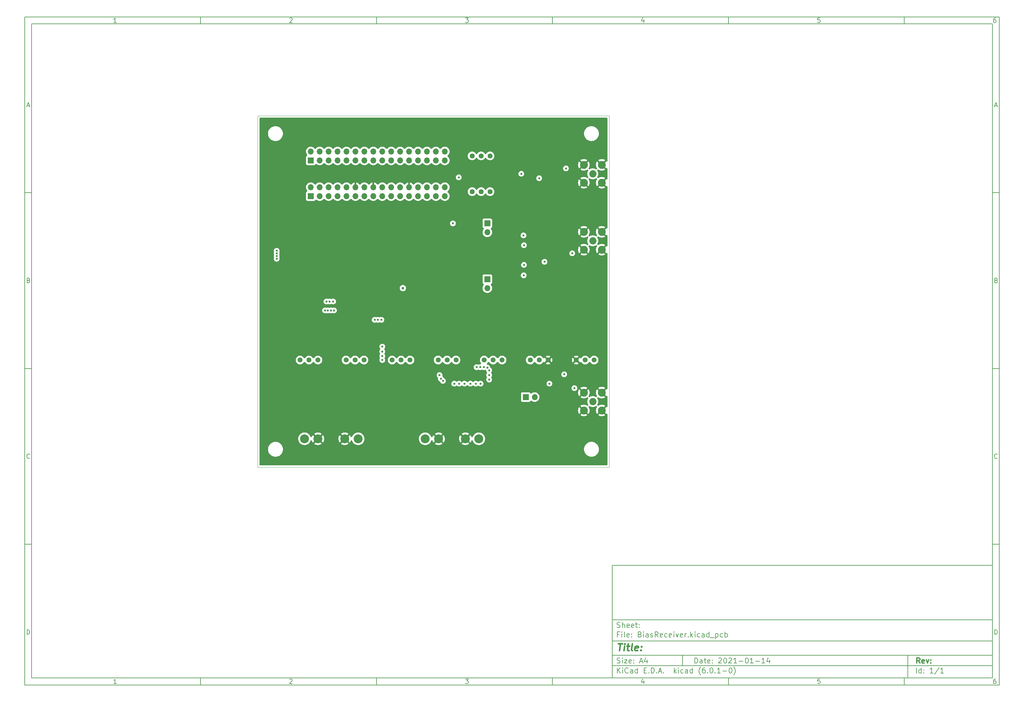
<source format=gbr>
G04 #@! TF.GenerationSoftware,KiCad,Pcbnew,(6.0.1-0)*
G04 #@! TF.CreationDate,2022-01-25T00:00:43-08:00*
G04 #@! TF.ProjectId,BiasReceiver,42696173-5265-4636-9569-7665722e6b69,rev?*
G04 #@! TF.SameCoordinates,Original*
G04 #@! TF.FileFunction,Copper,L2,Inr*
G04 #@! TF.FilePolarity,Positive*
%FSLAX46Y46*%
G04 Gerber Fmt 4.6, Leading zero omitted, Abs format (unit mm)*
G04 Created by KiCad (PCBNEW (6.0.1-0)) date 2022-01-25 00:00:43*
%MOMM*%
%LPD*%
G01*
G04 APERTURE LIST*
%ADD10C,0.100000*%
%ADD11C,0.150000*%
%ADD12C,0.300000*%
%ADD13C,0.400000*%
G04 #@! TA.AperFunction,Profile*
%ADD14C,0.050000*%
G04 #@! TD*
G04 #@! TA.AperFunction,ComponentPad*
%ADD15C,2.050000*%
G04 #@! TD*
G04 #@! TA.AperFunction,ComponentPad*
%ADD16C,2.250000*%
G04 #@! TD*
G04 #@! TA.AperFunction,ComponentPad*
%ADD17C,2.540000*%
G04 #@! TD*
G04 #@! TA.AperFunction,ComponentPad*
%ADD18R,1.700000X1.700000*%
G04 #@! TD*
G04 #@! TA.AperFunction,ComponentPad*
%ADD19O,1.700000X1.700000*%
G04 #@! TD*
G04 #@! TA.AperFunction,ComponentPad*
%ADD20C,1.440000*%
G04 #@! TD*
G04 #@! TA.AperFunction,ViaPad*
%ADD21C,0.609600*%
G04 #@! TD*
G04 #@! TA.AperFunction,ViaPad*
%ADD22C,0.762000*%
G04 #@! TD*
G04 APERTURE END LIST*
D10*
D11*
X177002200Y-166007200D02*
X177002200Y-198007200D01*
X285002200Y-198007200D01*
X285002200Y-166007200D01*
X177002200Y-166007200D01*
D10*
D11*
X10000000Y-10000000D02*
X10000000Y-200007200D01*
X287002200Y-200007200D01*
X287002200Y-10000000D01*
X10000000Y-10000000D01*
D10*
D11*
X12000000Y-12000000D02*
X12000000Y-198007200D01*
X285002200Y-198007200D01*
X285002200Y-12000000D01*
X12000000Y-12000000D01*
D10*
D11*
X60000000Y-12000000D02*
X60000000Y-10000000D01*
D10*
D11*
X110000000Y-12000000D02*
X110000000Y-10000000D01*
D10*
D11*
X160000000Y-12000000D02*
X160000000Y-10000000D01*
D10*
D11*
X210000000Y-12000000D02*
X210000000Y-10000000D01*
D10*
D11*
X260000000Y-12000000D02*
X260000000Y-10000000D01*
D10*
D11*
X36065476Y-11588095D02*
X35322619Y-11588095D01*
X35694047Y-11588095D02*
X35694047Y-10288095D01*
X35570238Y-10473809D01*
X35446428Y-10597619D01*
X35322619Y-10659523D01*
D10*
D11*
X85322619Y-10411904D02*
X85384523Y-10350000D01*
X85508333Y-10288095D01*
X85817857Y-10288095D01*
X85941666Y-10350000D01*
X86003571Y-10411904D01*
X86065476Y-10535714D01*
X86065476Y-10659523D01*
X86003571Y-10845238D01*
X85260714Y-11588095D01*
X86065476Y-11588095D01*
D10*
D11*
X135260714Y-10288095D02*
X136065476Y-10288095D01*
X135632142Y-10783333D01*
X135817857Y-10783333D01*
X135941666Y-10845238D01*
X136003571Y-10907142D01*
X136065476Y-11030952D01*
X136065476Y-11340476D01*
X136003571Y-11464285D01*
X135941666Y-11526190D01*
X135817857Y-11588095D01*
X135446428Y-11588095D01*
X135322619Y-11526190D01*
X135260714Y-11464285D01*
D10*
D11*
X185941666Y-10721428D02*
X185941666Y-11588095D01*
X185632142Y-10226190D02*
X185322619Y-11154761D01*
X186127380Y-11154761D01*
D10*
D11*
X236003571Y-10288095D02*
X235384523Y-10288095D01*
X235322619Y-10907142D01*
X235384523Y-10845238D01*
X235508333Y-10783333D01*
X235817857Y-10783333D01*
X235941666Y-10845238D01*
X236003571Y-10907142D01*
X236065476Y-11030952D01*
X236065476Y-11340476D01*
X236003571Y-11464285D01*
X235941666Y-11526190D01*
X235817857Y-11588095D01*
X235508333Y-11588095D01*
X235384523Y-11526190D01*
X235322619Y-11464285D01*
D10*
D11*
X285941666Y-10288095D02*
X285694047Y-10288095D01*
X285570238Y-10350000D01*
X285508333Y-10411904D01*
X285384523Y-10597619D01*
X285322619Y-10845238D01*
X285322619Y-11340476D01*
X285384523Y-11464285D01*
X285446428Y-11526190D01*
X285570238Y-11588095D01*
X285817857Y-11588095D01*
X285941666Y-11526190D01*
X286003571Y-11464285D01*
X286065476Y-11340476D01*
X286065476Y-11030952D01*
X286003571Y-10907142D01*
X285941666Y-10845238D01*
X285817857Y-10783333D01*
X285570238Y-10783333D01*
X285446428Y-10845238D01*
X285384523Y-10907142D01*
X285322619Y-11030952D01*
D10*
D11*
X60000000Y-198007200D02*
X60000000Y-200007200D01*
D10*
D11*
X110000000Y-198007200D02*
X110000000Y-200007200D01*
D10*
D11*
X160000000Y-198007200D02*
X160000000Y-200007200D01*
D10*
D11*
X210000000Y-198007200D02*
X210000000Y-200007200D01*
D10*
D11*
X260000000Y-198007200D02*
X260000000Y-200007200D01*
D10*
D11*
X36065476Y-199595295D02*
X35322619Y-199595295D01*
X35694047Y-199595295D02*
X35694047Y-198295295D01*
X35570238Y-198481009D01*
X35446428Y-198604819D01*
X35322619Y-198666723D01*
D10*
D11*
X85322619Y-198419104D02*
X85384523Y-198357200D01*
X85508333Y-198295295D01*
X85817857Y-198295295D01*
X85941666Y-198357200D01*
X86003571Y-198419104D01*
X86065476Y-198542914D01*
X86065476Y-198666723D01*
X86003571Y-198852438D01*
X85260714Y-199595295D01*
X86065476Y-199595295D01*
D10*
D11*
X135260714Y-198295295D02*
X136065476Y-198295295D01*
X135632142Y-198790533D01*
X135817857Y-198790533D01*
X135941666Y-198852438D01*
X136003571Y-198914342D01*
X136065476Y-199038152D01*
X136065476Y-199347676D01*
X136003571Y-199471485D01*
X135941666Y-199533390D01*
X135817857Y-199595295D01*
X135446428Y-199595295D01*
X135322619Y-199533390D01*
X135260714Y-199471485D01*
D10*
D11*
X185941666Y-198728628D02*
X185941666Y-199595295D01*
X185632142Y-198233390D02*
X185322619Y-199161961D01*
X186127380Y-199161961D01*
D10*
D11*
X236003571Y-198295295D02*
X235384523Y-198295295D01*
X235322619Y-198914342D01*
X235384523Y-198852438D01*
X235508333Y-198790533D01*
X235817857Y-198790533D01*
X235941666Y-198852438D01*
X236003571Y-198914342D01*
X236065476Y-199038152D01*
X236065476Y-199347676D01*
X236003571Y-199471485D01*
X235941666Y-199533390D01*
X235817857Y-199595295D01*
X235508333Y-199595295D01*
X235384523Y-199533390D01*
X235322619Y-199471485D01*
D10*
D11*
X285941666Y-198295295D02*
X285694047Y-198295295D01*
X285570238Y-198357200D01*
X285508333Y-198419104D01*
X285384523Y-198604819D01*
X285322619Y-198852438D01*
X285322619Y-199347676D01*
X285384523Y-199471485D01*
X285446428Y-199533390D01*
X285570238Y-199595295D01*
X285817857Y-199595295D01*
X285941666Y-199533390D01*
X286003571Y-199471485D01*
X286065476Y-199347676D01*
X286065476Y-199038152D01*
X286003571Y-198914342D01*
X285941666Y-198852438D01*
X285817857Y-198790533D01*
X285570238Y-198790533D01*
X285446428Y-198852438D01*
X285384523Y-198914342D01*
X285322619Y-199038152D01*
D10*
D11*
X10000000Y-60000000D02*
X12000000Y-60000000D01*
D10*
D11*
X10000000Y-110000000D02*
X12000000Y-110000000D01*
D10*
D11*
X10000000Y-160000000D02*
X12000000Y-160000000D01*
D10*
D11*
X10690476Y-35216666D02*
X11309523Y-35216666D01*
X10566666Y-35588095D02*
X11000000Y-34288095D01*
X11433333Y-35588095D01*
D10*
D11*
X11092857Y-84907142D02*
X11278571Y-84969047D01*
X11340476Y-85030952D01*
X11402380Y-85154761D01*
X11402380Y-85340476D01*
X11340476Y-85464285D01*
X11278571Y-85526190D01*
X11154761Y-85588095D01*
X10659523Y-85588095D01*
X10659523Y-84288095D01*
X11092857Y-84288095D01*
X11216666Y-84350000D01*
X11278571Y-84411904D01*
X11340476Y-84535714D01*
X11340476Y-84659523D01*
X11278571Y-84783333D01*
X11216666Y-84845238D01*
X11092857Y-84907142D01*
X10659523Y-84907142D01*
D10*
D11*
X11402380Y-135464285D02*
X11340476Y-135526190D01*
X11154761Y-135588095D01*
X11030952Y-135588095D01*
X10845238Y-135526190D01*
X10721428Y-135402380D01*
X10659523Y-135278571D01*
X10597619Y-135030952D01*
X10597619Y-134845238D01*
X10659523Y-134597619D01*
X10721428Y-134473809D01*
X10845238Y-134350000D01*
X11030952Y-134288095D01*
X11154761Y-134288095D01*
X11340476Y-134350000D01*
X11402380Y-134411904D01*
D10*
D11*
X10659523Y-185588095D02*
X10659523Y-184288095D01*
X10969047Y-184288095D01*
X11154761Y-184350000D01*
X11278571Y-184473809D01*
X11340476Y-184597619D01*
X11402380Y-184845238D01*
X11402380Y-185030952D01*
X11340476Y-185278571D01*
X11278571Y-185402380D01*
X11154761Y-185526190D01*
X10969047Y-185588095D01*
X10659523Y-185588095D01*
D10*
D11*
X287002200Y-60000000D02*
X285002200Y-60000000D01*
D10*
D11*
X287002200Y-110000000D02*
X285002200Y-110000000D01*
D10*
D11*
X287002200Y-160000000D02*
X285002200Y-160000000D01*
D10*
D11*
X285692676Y-35216666D02*
X286311723Y-35216666D01*
X285568866Y-35588095D02*
X286002200Y-34288095D01*
X286435533Y-35588095D01*
D10*
D11*
X286095057Y-84907142D02*
X286280771Y-84969047D01*
X286342676Y-85030952D01*
X286404580Y-85154761D01*
X286404580Y-85340476D01*
X286342676Y-85464285D01*
X286280771Y-85526190D01*
X286156961Y-85588095D01*
X285661723Y-85588095D01*
X285661723Y-84288095D01*
X286095057Y-84288095D01*
X286218866Y-84350000D01*
X286280771Y-84411904D01*
X286342676Y-84535714D01*
X286342676Y-84659523D01*
X286280771Y-84783333D01*
X286218866Y-84845238D01*
X286095057Y-84907142D01*
X285661723Y-84907142D01*
D10*
D11*
X286404580Y-135464285D02*
X286342676Y-135526190D01*
X286156961Y-135588095D01*
X286033152Y-135588095D01*
X285847438Y-135526190D01*
X285723628Y-135402380D01*
X285661723Y-135278571D01*
X285599819Y-135030952D01*
X285599819Y-134845238D01*
X285661723Y-134597619D01*
X285723628Y-134473809D01*
X285847438Y-134350000D01*
X286033152Y-134288095D01*
X286156961Y-134288095D01*
X286342676Y-134350000D01*
X286404580Y-134411904D01*
D10*
D11*
X285661723Y-185588095D02*
X285661723Y-184288095D01*
X285971247Y-184288095D01*
X286156961Y-184350000D01*
X286280771Y-184473809D01*
X286342676Y-184597619D01*
X286404580Y-184845238D01*
X286404580Y-185030952D01*
X286342676Y-185278571D01*
X286280771Y-185402380D01*
X286156961Y-185526190D01*
X285971247Y-185588095D01*
X285661723Y-185588095D01*
D10*
D11*
X200434342Y-193785771D02*
X200434342Y-192285771D01*
X200791485Y-192285771D01*
X201005771Y-192357200D01*
X201148628Y-192500057D01*
X201220057Y-192642914D01*
X201291485Y-192928628D01*
X201291485Y-193142914D01*
X201220057Y-193428628D01*
X201148628Y-193571485D01*
X201005771Y-193714342D01*
X200791485Y-193785771D01*
X200434342Y-193785771D01*
X202577200Y-193785771D02*
X202577200Y-193000057D01*
X202505771Y-192857200D01*
X202362914Y-192785771D01*
X202077200Y-192785771D01*
X201934342Y-192857200D01*
X202577200Y-193714342D02*
X202434342Y-193785771D01*
X202077200Y-193785771D01*
X201934342Y-193714342D01*
X201862914Y-193571485D01*
X201862914Y-193428628D01*
X201934342Y-193285771D01*
X202077200Y-193214342D01*
X202434342Y-193214342D01*
X202577200Y-193142914D01*
X203077200Y-192785771D02*
X203648628Y-192785771D01*
X203291485Y-192285771D02*
X203291485Y-193571485D01*
X203362914Y-193714342D01*
X203505771Y-193785771D01*
X203648628Y-193785771D01*
X204720057Y-193714342D02*
X204577200Y-193785771D01*
X204291485Y-193785771D01*
X204148628Y-193714342D01*
X204077200Y-193571485D01*
X204077200Y-193000057D01*
X204148628Y-192857200D01*
X204291485Y-192785771D01*
X204577200Y-192785771D01*
X204720057Y-192857200D01*
X204791485Y-193000057D01*
X204791485Y-193142914D01*
X204077200Y-193285771D01*
X205434342Y-193642914D02*
X205505771Y-193714342D01*
X205434342Y-193785771D01*
X205362914Y-193714342D01*
X205434342Y-193642914D01*
X205434342Y-193785771D01*
X205434342Y-192857200D02*
X205505771Y-192928628D01*
X205434342Y-193000057D01*
X205362914Y-192928628D01*
X205434342Y-192857200D01*
X205434342Y-193000057D01*
X207220057Y-192428628D02*
X207291485Y-192357200D01*
X207434342Y-192285771D01*
X207791485Y-192285771D01*
X207934342Y-192357200D01*
X208005771Y-192428628D01*
X208077200Y-192571485D01*
X208077200Y-192714342D01*
X208005771Y-192928628D01*
X207148628Y-193785771D01*
X208077200Y-193785771D01*
X209005771Y-192285771D02*
X209148628Y-192285771D01*
X209291485Y-192357200D01*
X209362914Y-192428628D01*
X209434342Y-192571485D01*
X209505771Y-192857200D01*
X209505771Y-193214342D01*
X209434342Y-193500057D01*
X209362914Y-193642914D01*
X209291485Y-193714342D01*
X209148628Y-193785771D01*
X209005771Y-193785771D01*
X208862914Y-193714342D01*
X208791485Y-193642914D01*
X208720057Y-193500057D01*
X208648628Y-193214342D01*
X208648628Y-192857200D01*
X208720057Y-192571485D01*
X208791485Y-192428628D01*
X208862914Y-192357200D01*
X209005771Y-192285771D01*
X210077200Y-192428628D02*
X210148628Y-192357200D01*
X210291485Y-192285771D01*
X210648628Y-192285771D01*
X210791485Y-192357200D01*
X210862914Y-192428628D01*
X210934342Y-192571485D01*
X210934342Y-192714342D01*
X210862914Y-192928628D01*
X210005771Y-193785771D01*
X210934342Y-193785771D01*
X212362914Y-193785771D02*
X211505771Y-193785771D01*
X211934342Y-193785771D02*
X211934342Y-192285771D01*
X211791485Y-192500057D01*
X211648628Y-192642914D01*
X211505771Y-192714342D01*
X213005771Y-193214342D02*
X214148628Y-193214342D01*
X215148628Y-192285771D02*
X215291485Y-192285771D01*
X215434342Y-192357200D01*
X215505771Y-192428628D01*
X215577200Y-192571485D01*
X215648628Y-192857200D01*
X215648628Y-193214342D01*
X215577200Y-193500057D01*
X215505771Y-193642914D01*
X215434342Y-193714342D01*
X215291485Y-193785771D01*
X215148628Y-193785771D01*
X215005771Y-193714342D01*
X214934342Y-193642914D01*
X214862914Y-193500057D01*
X214791485Y-193214342D01*
X214791485Y-192857200D01*
X214862914Y-192571485D01*
X214934342Y-192428628D01*
X215005771Y-192357200D01*
X215148628Y-192285771D01*
X217077200Y-193785771D02*
X216220057Y-193785771D01*
X216648628Y-193785771D02*
X216648628Y-192285771D01*
X216505771Y-192500057D01*
X216362914Y-192642914D01*
X216220057Y-192714342D01*
X217720057Y-193214342D02*
X218862914Y-193214342D01*
X220362914Y-193785771D02*
X219505771Y-193785771D01*
X219934342Y-193785771D02*
X219934342Y-192285771D01*
X219791485Y-192500057D01*
X219648628Y-192642914D01*
X219505771Y-192714342D01*
X221648628Y-192785771D02*
X221648628Y-193785771D01*
X221291485Y-192214342D02*
X220934342Y-193285771D01*
X221862914Y-193285771D01*
D10*
D11*
X177002200Y-194507200D02*
X285002200Y-194507200D01*
D10*
D11*
X178434342Y-196585771D02*
X178434342Y-195085771D01*
X179291485Y-196585771D02*
X178648628Y-195728628D01*
X179291485Y-195085771D02*
X178434342Y-195942914D01*
X179934342Y-196585771D02*
X179934342Y-195585771D01*
X179934342Y-195085771D02*
X179862914Y-195157200D01*
X179934342Y-195228628D01*
X180005771Y-195157200D01*
X179934342Y-195085771D01*
X179934342Y-195228628D01*
X181505771Y-196442914D02*
X181434342Y-196514342D01*
X181220057Y-196585771D01*
X181077200Y-196585771D01*
X180862914Y-196514342D01*
X180720057Y-196371485D01*
X180648628Y-196228628D01*
X180577200Y-195942914D01*
X180577200Y-195728628D01*
X180648628Y-195442914D01*
X180720057Y-195300057D01*
X180862914Y-195157200D01*
X181077200Y-195085771D01*
X181220057Y-195085771D01*
X181434342Y-195157200D01*
X181505771Y-195228628D01*
X182791485Y-196585771D02*
X182791485Y-195800057D01*
X182720057Y-195657200D01*
X182577200Y-195585771D01*
X182291485Y-195585771D01*
X182148628Y-195657200D01*
X182791485Y-196514342D02*
X182648628Y-196585771D01*
X182291485Y-196585771D01*
X182148628Y-196514342D01*
X182077200Y-196371485D01*
X182077200Y-196228628D01*
X182148628Y-196085771D01*
X182291485Y-196014342D01*
X182648628Y-196014342D01*
X182791485Y-195942914D01*
X184148628Y-196585771D02*
X184148628Y-195085771D01*
X184148628Y-196514342D02*
X184005771Y-196585771D01*
X183720057Y-196585771D01*
X183577200Y-196514342D01*
X183505771Y-196442914D01*
X183434342Y-196300057D01*
X183434342Y-195871485D01*
X183505771Y-195728628D01*
X183577200Y-195657200D01*
X183720057Y-195585771D01*
X184005771Y-195585771D01*
X184148628Y-195657200D01*
X186005771Y-195800057D02*
X186505771Y-195800057D01*
X186720057Y-196585771D02*
X186005771Y-196585771D01*
X186005771Y-195085771D01*
X186720057Y-195085771D01*
X187362914Y-196442914D02*
X187434342Y-196514342D01*
X187362914Y-196585771D01*
X187291485Y-196514342D01*
X187362914Y-196442914D01*
X187362914Y-196585771D01*
X188077200Y-196585771D02*
X188077200Y-195085771D01*
X188434342Y-195085771D01*
X188648628Y-195157200D01*
X188791485Y-195300057D01*
X188862914Y-195442914D01*
X188934342Y-195728628D01*
X188934342Y-195942914D01*
X188862914Y-196228628D01*
X188791485Y-196371485D01*
X188648628Y-196514342D01*
X188434342Y-196585771D01*
X188077200Y-196585771D01*
X189577200Y-196442914D02*
X189648628Y-196514342D01*
X189577200Y-196585771D01*
X189505771Y-196514342D01*
X189577200Y-196442914D01*
X189577200Y-196585771D01*
X190220057Y-196157200D02*
X190934342Y-196157200D01*
X190077200Y-196585771D02*
X190577200Y-195085771D01*
X191077200Y-196585771D01*
X191577200Y-196442914D02*
X191648628Y-196514342D01*
X191577200Y-196585771D01*
X191505771Y-196514342D01*
X191577200Y-196442914D01*
X191577200Y-196585771D01*
X194577200Y-196585771D02*
X194577200Y-195085771D01*
X194720057Y-196014342D02*
X195148628Y-196585771D01*
X195148628Y-195585771D02*
X194577200Y-196157200D01*
X195791485Y-196585771D02*
X195791485Y-195585771D01*
X195791485Y-195085771D02*
X195720057Y-195157200D01*
X195791485Y-195228628D01*
X195862914Y-195157200D01*
X195791485Y-195085771D01*
X195791485Y-195228628D01*
X197148628Y-196514342D02*
X197005771Y-196585771D01*
X196720057Y-196585771D01*
X196577200Y-196514342D01*
X196505771Y-196442914D01*
X196434342Y-196300057D01*
X196434342Y-195871485D01*
X196505771Y-195728628D01*
X196577200Y-195657200D01*
X196720057Y-195585771D01*
X197005771Y-195585771D01*
X197148628Y-195657200D01*
X198434342Y-196585771D02*
X198434342Y-195800057D01*
X198362914Y-195657200D01*
X198220057Y-195585771D01*
X197934342Y-195585771D01*
X197791485Y-195657200D01*
X198434342Y-196514342D02*
X198291485Y-196585771D01*
X197934342Y-196585771D01*
X197791485Y-196514342D01*
X197720057Y-196371485D01*
X197720057Y-196228628D01*
X197791485Y-196085771D01*
X197934342Y-196014342D01*
X198291485Y-196014342D01*
X198434342Y-195942914D01*
X199791485Y-196585771D02*
X199791485Y-195085771D01*
X199791485Y-196514342D02*
X199648628Y-196585771D01*
X199362914Y-196585771D01*
X199220057Y-196514342D01*
X199148628Y-196442914D01*
X199077200Y-196300057D01*
X199077200Y-195871485D01*
X199148628Y-195728628D01*
X199220057Y-195657200D01*
X199362914Y-195585771D01*
X199648628Y-195585771D01*
X199791485Y-195657200D01*
X202077200Y-197157200D02*
X202005771Y-197085771D01*
X201862914Y-196871485D01*
X201791485Y-196728628D01*
X201720057Y-196514342D01*
X201648628Y-196157200D01*
X201648628Y-195871485D01*
X201720057Y-195514342D01*
X201791485Y-195300057D01*
X201862914Y-195157200D01*
X202005771Y-194942914D01*
X202077200Y-194871485D01*
X203291485Y-195085771D02*
X203005771Y-195085771D01*
X202862914Y-195157200D01*
X202791485Y-195228628D01*
X202648628Y-195442914D01*
X202577200Y-195728628D01*
X202577200Y-196300057D01*
X202648628Y-196442914D01*
X202720057Y-196514342D01*
X202862914Y-196585771D01*
X203148628Y-196585771D01*
X203291485Y-196514342D01*
X203362914Y-196442914D01*
X203434342Y-196300057D01*
X203434342Y-195942914D01*
X203362914Y-195800057D01*
X203291485Y-195728628D01*
X203148628Y-195657200D01*
X202862914Y-195657200D01*
X202720057Y-195728628D01*
X202648628Y-195800057D01*
X202577200Y-195942914D01*
X204077200Y-196442914D02*
X204148628Y-196514342D01*
X204077200Y-196585771D01*
X204005771Y-196514342D01*
X204077200Y-196442914D01*
X204077200Y-196585771D01*
X205077200Y-195085771D02*
X205220057Y-195085771D01*
X205362914Y-195157200D01*
X205434342Y-195228628D01*
X205505771Y-195371485D01*
X205577200Y-195657200D01*
X205577200Y-196014342D01*
X205505771Y-196300057D01*
X205434342Y-196442914D01*
X205362914Y-196514342D01*
X205220057Y-196585771D01*
X205077200Y-196585771D01*
X204934342Y-196514342D01*
X204862914Y-196442914D01*
X204791485Y-196300057D01*
X204720057Y-196014342D01*
X204720057Y-195657200D01*
X204791485Y-195371485D01*
X204862914Y-195228628D01*
X204934342Y-195157200D01*
X205077200Y-195085771D01*
X206220057Y-196442914D02*
X206291485Y-196514342D01*
X206220057Y-196585771D01*
X206148628Y-196514342D01*
X206220057Y-196442914D01*
X206220057Y-196585771D01*
X207720057Y-196585771D02*
X206862914Y-196585771D01*
X207291485Y-196585771D02*
X207291485Y-195085771D01*
X207148628Y-195300057D01*
X207005771Y-195442914D01*
X206862914Y-195514342D01*
X208362914Y-196014342D02*
X209505771Y-196014342D01*
X210505771Y-195085771D02*
X210648628Y-195085771D01*
X210791485Y-195157200D01*
X210862914Y-195228628D01*
X210934342Y-195371485D01*
X211005771Y-195657200D01*
X211005771Y-196014342D01*
X210934342Y-196300057D01*
X210862914Y-196442914D01*
X210791485Y-196514342D01*
X210648628Y-196585771D01*
X210505771Y-196585771D01*
X210362914Y-196514342D01*
X210291485Y-196442914D01*
X210220057Y-196300057D01*
X210148628Y-196014342D01*
X210148628Y-195657200D01*
X210220057Y-195371485D01*
X210291485Y-195228628D01*
X210362914Y-195157200D01*
X210505771Y-195085771D01*
X211505771Y-197157200D02*
X211577200Y-197085771D01*
X211720057Y-196871485D01*
X211791485Y-196728628D01*
X211862914Y-196514342D01*
X211934342Y-196157200D01*
X211934342Y-195871485D01*
X211862914Y-195514342D01*
X211791485Y-195300057D01*
X211720057Y-195157200D01*
X211577200Y-194942914D01*
X211505771Y-194871485D01*
D10*
D11*
X177002200Y-191507200D02*
X285002200Y-191507200D01*
D10*
D12*
X264411485Y-193785771D02*
X263911485Y-193071485D01*
X263554342Y-193785771D02*
X263554342Y-192285771D01*
X264125771Y-192285771D01*
X264268628Y-192357200D01*
X264340057Y-192428628D01*
X264411485Y-192571485D01*
X264411485Y-192785771D01*
X264340057Y-192928628D01*
X264268628Y-193000057D01*
X264125771Y-193071485D01*
X263554342Y-193071485D01*
X265625771Y-193714342D02*
X265482914Y-193785771D01*
X265197200Y-193785771D01*
X265054342Y-193714342D01*
X264982914Y-193571485D01*
X264982914Y-193000057D01*
X265054342Y-192857200D01*
X265197200Y-192785771D01*
X265482914Y-192785771D01*
X265625771Y-192857200D01*
X265697200Y-193000057D01*
X265697200Y-193142914D01*
X264982914Y-193285771D01*
X266197200Y-192785771D02*
X266554342Y-193785771D01*
X266911485Y-192785771D01*
X267482914Y-193642914D02*
X267554342Y-193714342D01*
X267482914Y-193785771D01*
X267411485Y-193714342D01*
X267482914Y-193642914D01*
X267482914Y-193785771D01*
X267482914Y-192857200D02*
X267554342Y-192928628D01*
X267482914Y-193000057D01*
X267411485Y-192928628D01*
X267482914Y-192857200D01*
X267482914Y-193000057D01*
D10*
D11*
X178362914Y-193714342D02*
X178577200Y-193785771D01*
X178934342Y-193785771D01*
X179077200Y-193714342D01*
X179148628Y-193642914D01*
X179220057Y-193500057D01*
X179220057Y-193357200D01*
X179148628Y-193214342D01*
X179077200Y-193142914D01*
X178934342Y-193071485D01*
X178648628Y-193000057D01*
X178505771Y-192928628D01*
X178434342Y-192857200D01*
X178362914Y-192714342D01*
X178362914Y-192571485D01*
X178434342Y-192428628D01*
X178505771Y-192357200D01*
X178648628Y-192285771D01*
X179005771Y-192285771D01*
X179220057Y-192357200D01*
X179862914Y-193785771D02*
X179862914Y-192785771D01*
X179862914Y-192285771D02*
X179791485Y-192357200D01*
X179862914Y-192428628D01*
X179934342Y-192357200D01*
X179862914Y-192285771D01*
X179862914Y-192428628D01*
X180434342Y-192785771D02*
X181220057Y-192785771D01*
X180434342Y-193785771D01*
X181220057Y-193785771D01*
X182362914Y-193714342D02*
X182220057Y-193785771D01*
X181934342Y-193785771D01*
X181791485Y-193714342D01*
X181720057Y-193571485D01*
X181720057Y-193000057D01*
X181791485Y-192857200D01*
X181934342Y-192785771D01*
X182220057Y-192785771D01*
X182362914Y-192857200D01*
X182434342Y-193000057D01*
X182434342Y-193142914D01*
X181720057Y-193285771D01*
X183077200Y-193642914D02*
X183148628Y-193714342D01*
X183077200Y-193785771D01*
X183005771Y-193714342D01*
X183077200Y-193642914D01*
X183077200Y-193785771D01*
X183077200Y-192857200D02*
X183148628Y-192928628D01*
X183077200Y-193000057D01*
X183005771Y-192928628D01*
X183077200Y-192857200D01*
X183077200Y-193000057D01*
X184862914Y-193357200D02*
X185577200Y-193357200D01*
X184720057Y-193785771D02*
X185220057Y-192285771D01*
X185720057Y-193785771D01*
X186862914Y-192785771D02*
X186862914Y-193785771D01*
X186505771Y-192214342D02*
X186148628Y-193285771D01*
X187077200Y-193285771D01*
D10*
D11*
X263434342Y-196585771D02*
X263434342Y-195085771D01*
X264791485Y-196585771D02*
X264791485Y-195085771D01*
X264791485Y-196514342D02*
X264648628Y-196585771D01*
X264362914Y-196585771D01*
X264220057Y-196514342D01*
X264148628Y-196442914D01*
X264077200Y-196300057D01*
X264077200Y-195871485D01*
X264148628Y-195728628D01*
X264220057Y-195657200D01*
X264362914Y-195585771D01*
X264648628Y-195585771D01*
X264791485Y-195657200D01*
X265505771Y-196442914D02*
X265577200Y-196514342D01*
X265505771Y-196585771D01*
X265434342Y-196514342D01*
X265505771Y-196442914D01*
X265505771Y-196585771D01*
X265505771Y-195657200D02*
X265577200Y-195728628D01*
X265505771Y-195800057D01*
X265434342Y-195728628D01*
X265505771Y-195657200D01*
X265505771Y-195800057D01*
X268148628Y-196585771D02*
X267291485Y-196585771D01*
X267720057Y-196585771D02*
X267720057Y-195085771D01*
X267577200Y-195300057D01*
X267434342Y-195442914D01*
X267291485Y-195514342D01*
X269862914Y-195014342D02*
X268577200Y-196942914D01*
X271148628Y-196585771D02*
X270291485Y-196585771D01*
X270720057Y-196585771D02*
X270720057Y-195085771D01*
X270577200Y-195300057D01*
X270434342Y-195442914D01*
X270291485Y-195514342D01*
D10*
D11*
X177002200Y-187507200D02*
X285002200Y-187507200D01*
D10*
D13*
X178714580Y-188211961D02*
X179857438Y-188211961D01*
X179036009Y-190211961D02*
X179286009Y-188211961D01*
X180274104Y-190211961D02*
X180440771Y-188878628D01*
X180524104Y-188211961D02*
X180416961Y-188307200D01*
X180500295Y-188402438D01*
X180607438Y-188307200D01*
X180524104Y-188211961D01*
X180500295Y-188402438D01*
X181107438Y-188878628D02*
X181869342Y-188878628D01*
X181476485Y-188211961D02*
X181262200Y-189926247D01*
X181333628Y-190116723D01*
X181512200Y-190211961D01*
X181702676Y-190211961D01*
X182655057Y-190211961D02*
X182476485Y-190116723D01*
X182405057Y-189926247D01*
X182619342Y-188211961D01*
X184190771Y-190116723D02*
X183988390Y-190211961D01*
X183607438Y-190211961D01*
X183428866Y-190116723D01*
X183357438Y-189926247D01*
X183452676Y-189164342D01*
X183571723Y-188973866D01*
X183774104Y-188878628D01*
X184155057Y-188878628D01*
X184333628Y-188973866D01*
X184405057Y-189164342D01*
X184381247Y-189354819D01*
X183405057Y-189545295D01*
X185155057Y-190021485D02*
X185238390Y-190116723D01*
X185131247Y-190211961D01*
X185047914Y-190116723D01*
X185155057Y-190021485D01*
X185131247Y-190211961D01*
X185286009Y-188973866D02*
X185369342Y-189069104D01*
X185262200Y-189164342D01*
X185178866Y-189069104D01*
X185286009Y-188973866D01*
X185262200Y-189164342D01*
D10*
D11*
X178934342Y-185600057D02*
X178434342Y-185600057D01*
X178434342Y-186385771D02*
X178434342Y-184885771D01*
X179148628Y-184885771D01*
X179720057Y-186385771D02*
X179720057Y-185385771D01*
X179720057Y-184885771D02*
X179648628Y-184957200D01*
X179720057Y-185028628D01*
X179791485Y-184957200D01*
X179720057Y-184885771D01*
X179720057Y-185028628D01*
X180648628Y-186385771D02*
X180505771Y-186314342D01*
X180434342Y-186171485D01*
X180434342Y-184885771D01*
X181791485Y-186314342D02*
X181648628Y-186385771D01*
X181362914Y-186385771D01*
X181220057Y-186314342D01*
X181148628Y-186171485D01*
X181148628Y-185600057D01*
X181220057Y-185457200D01*
X181362914Y-185385771D01*
X181648628Y-185385771D01*
X181791485Y-185457200D01*
X181862914Y-185600057D01*
X181862914Y-185742914D01*
X181148628Y-185885771D01*
X182505771Y-186242914D02*
X182577200Y-186314342D01*
X182505771Y-186385771D01*
X182434342Y-186314342D01*
X182505771Y-186242914D01*
X182505771Y-186385771D01*
X182505771Y-185457200D02*
X182577200Y-185528628D01*
X182505771Y-185600057D01*
X182434342Y-185528628D01*
X182505771Y-185457200D01*
X182505771Y-185600057D01*
X184862914Y-185600057D02*
X185077200Y-185671485D01*
X185148628Y-185742914D01*
X185220057Y-185885771D01*
X185220057Y-186100057D01*
X185148628Y-186242914D01*
X185077200Y-186314342D01*
X184934342Y-186385771D01*
X184362914Y-186385771D01*
X184362914Y-184885771D01*
X184862914Y-184885771D01*
X185005771Y-184957200D01*
X185077200Y-185028628D01*
X185148628Y-185171485D01*
X185148628Y-185314342D01*
X185077200Y-185457200D01*
X185005771Y-185528628D01*
X184862914Y-185600057D01*
X184362914Y-185600057D01*
X185862914Y-186385771D02*
X185862914Y-185385771D01*
X185862914Y-184885771D02*
X185791485Y-184957200D01*
X185862914Y-185028628D01*
X185934342Y-184957200D01*
X185862914Y-184885771D01*
X185862914Y-185028628D01*
X187220057Y-186385771D02*
X187220057Y-185600057D01*
X187148628Y-185457200D01*
X187005771Y-185385771D01*
X186720057Y-185385771D01*
X186577200Y-185457200D01*
X187220057Y-186314342D02*
X187077200Y-186385771D01*
X186720057Y-186385771D01*
X186577200Y-186314342D01*
X186505771Y-186171485D01*
X186505771Y-186028628D01*
X186577200Y-185885771D01*
X186720057Y-185814342D01*
X187077200Y-185814342D01*
X187220057Y-185742914D01*
X187862914Y-186314342D02*
X188005771Y-186385771D01*
X188291485Y-186385771D01*
X188434342Y-186314342D01*
X188505771Y-186171485D01*
X188505771Y-186100057D01*
X188434342Y-185957200D01*
X188291485Y-185885771D01*
X188077200Y-185885771D01*
X187934342Y-185814342D01*
X187862914Y-185671485D01*
X187862914Y-185600057D01*
X187934342Y-185457200D01*
X188077200Y-185385771D01*
X188291485Y-185385771D01*
X188434342Y-185457200D01*
X190005771Y-186385771D02*
X189505771Y-185671485D01*
X189148628Y-186385771D02*
X189148628Y-184885771D01*
X189720057Y-184885771D01*
X189862914Y-184957200D01*
X189934342Y-185028628D01*
X190005771Y-185171485D01*
X190005771Y-185385771D01*
X189934342Y-185528628D01*
X189862914Y-185600057D01*
X189720057Y-185671485D01*
X189148628Y-185671485D01*
X191220057Y-186314342D02*
X191077200Y-186385771D01*
X190791485Y-186385771D01*
X190648628Y-186314342D01*
X190577200Y-186171485D01*
X190577200Y-185600057D01*
X190648628Y-185457200D01*
X190791485Y-185385771D01*
X191077200Y-185385771D01*
X191220057Y-185457200D01*
X191291485Y-185600057D01*
X191291485Y-185742914D01*
X190577200Y-185885771D01*
X192577200Y-186314342D02*
X192434342Y-186385771D01*
X192148628Y-186385771D01*
X192005771Y-186314342D01*
X191934342Y-186242914D01*
X191862914Y-186100057D01*
X191862914Y-185671485D01*
X191934342Y-185528628D01*
X192005771Y-185457200D01*
X192148628Y-185385771D01*
X192434342Y-185385771D01*
X192577200Y-185457200D01*
X193791485Y-186314342D02*
X193648628Y-186385771D01*
X193362914Y-186385771D01*
X193220057Y-186314342D01*
X193148628Y-186171485D01*
X193148628Y-185600057D01*
X193220057Y-185457200D01*
X193362914Y-185385771D01*
X193648628Y-185385771D01*
X193791485Y-185457200D01*
X193862914Y-185600057D01*
X193862914Y-185742914D01*
X193148628Y-185885771D01*
X194505771Y-186385771D02*
X194505771Y-185385771D01*
X194505771Y-184885771D02*
X194434342Y-184957200D01*
X194505771Y-185028628D01*
X194577200Y-184957200D01*
X194505771Y-184885771D01*
X194505771Y-185028628D01*
X195077200Y-185385771D02*
X195434342Y-186385771D01*
X195791485Y-185385771D01*
X196934342Y-186314342D02*
X196791485Y-186385771D01*
X196505771Y-186385771D01*
X196362914Y-186314342D01*
X196291485Y-186171485D01*
X196291485Y-185600057D01*
X196362914Y-185457200D01*
X196505771Y-185385771D01*
X196791485Y-185385771D01*
X196934342Y-185457200D01*
X197005771Y-185600057D01*
X197005771Y-185742914D01*
X196291485Y-185885771D01*
X197648628Y-186385771D02*
X197648628Y-185385771D01*
X197648628Y-185671485D02*
X197720057Y-185528628D01*
X197791485Y-185457200D01*
X197934342Y-185385771D01*
X198077200Y-185385771D01*
X198577200Y-186242914D02*
X198648628Y-186314342D01*
X198577200Y-186385771D01*
X198505771Y-186314342D01*
X198577200Y-186242914D01*
X198577200Y-186385771D01*
X199291485Y-186385771D02*
X199291485Y-184885771D01*
X199434342Y-185814342D02*
X199862914Y-186385771D01*
X199862914Y-185385771D02*
X199291485Y-185957200D01*
X200505771Y-186385771D02*
X200505771Y-185385771D01*
X200505771Y-184885771D02*
X200434342Y-184957200D01*
X200505771Y-185028628D01*
X200577200Y-184957200D01*
X200505771Y-184885771D01*
X200505771Y-185028628D01*
X201862914Y-186314342D02*
X201720057Y-186385771D01*
X201434342Y-186385771D01*
X201291485Y-186314342D01*
X201220057Y-186242914D01*
X201148628Y-186100057D01*
X201148628Y-185671485D01*
X201220057Y-185528628D01*
X201291485Y-185457200D01*
X201434342Y-185385771D01*
X201720057Y-185385771D01*
X201862914Y-185457200D01*
X203148628Y-186385771D02*
X203148628Y-185600057D01*
X203077200Y-185457200D01*
X202934342Y-185385771D01*
X202648628Y-185385771D01*
X202505771Y-185457200D01*
X203148628Y-186314342D02*
X203005771Y-186385771D01*
X202648628Y-186385771D01*
X202505771Y-186314342D01*
X202434342Y-186171485D01*
X202434342Y-186028628D01*
X202505771Y-185885771D01*
X202648628Y-185814342D01*
X203005771Y-185814342D01*
X203148628Y-185742914D01*
X204505771Y-186385771D02*
X204505771Y-184885771D01*
X204505771Y-186314342D02*
X204362914Y-186385771D01*
X204077200Y-186385771D01*
X203934342Y-186314342D01*
X203862914Y-186242914D01*
X203791485Y-186100057D01*
X203791485Y-185671485D01*
X203862914Y-185528628D01*
X203934342Y-185457200D01*
X204077200Y-185385771D01*
X204362914Y-185385771D01*
X204505771Y-185457200D01*
X204862914Y-186528628D02*
X206005771Y-186528628D01*
X206362914Y-185385771D02*
X206362914Y-186885771D01*
X206362914Y-185457200D02*
X206505771Y-185385771D01*
X206791485Y-185385771D01*
X206934342Y-185457200D01*
X207005771Y-185528628D01*
X207077200Y-185671485D01*
X207077200Y-186100057D01*
X207005771Y-186242914D01*
X206934342Y-186314342D01*
X206791485Y-186385771D01*
X206505771Y-186385771D01*
X206362914Y-186314342D01*
X208362914Y-186314342D02*
X208220057Y-186385771D01*
X207934342Y-186385771D01*
X207791485Y-186314342D01*
X207720057Y-186242914D01*
X207648628Y-186100057D01*
X207648628Y-185671485D01*
X207720057Y-185528628D01*
X207791485Y-185457200D01*
X207934342Y-185385771D01*
X208220057Y-185385771D01*
X208362914Y-185457200D01*
X209005771Y-186385771D02*
X209005771Y-184885771D01*
X209005771Y-185457200D02*
X209148628Y-185385771D01*
X209434342Y-185385771D01*
X209577200Y-185457200D01*
X209648628Y-185528628D01*
X209720057Y-185671485D01*
X209720057Y-186100057D01*
X209648628Y-186242914D01*
X209577200Y-186314342D01*
X209434342Y-186385771D01*
X209148628Y-186385771D01*
X209005771Y-186314342D01*
D10*
D11*
X177002200Y-181507200D02*
X285002200Y-181507200D01*
D10*
D11*
X178362914Y-183614342D02*
X178577200Y-183685771D01*
X178934342Y-183685771D01*
X179077200Y-183614342D01*
X179148628Y-183542914D01*
X179220057Y-183400057D01*
X179220057Y-183257200D01*
X179148628Y-183114342D01*
X179077200Y-183042914D01*
X178934342Y-182971485D01*
X178648628Y-182900057D01*
X178505771Y-182828628D01*
X178434342Y-182757200D01*
X178362914Y-182614342D01*
X178362914Y-182471485D01*
X178434342Y-182328628D01*
X178505771Y-182257200D01*
X178648628Y-182185771D01*
X179005771Y-182185771D01*
X179220057Y-182257200D01*
X179862914Y-183685771D02*
X179862914Y-182185771D01*
X180505771Y-183685771D02*
X180505771Y-182900057D01*
X180434342Y-182757200D01*
X180291485Y-182685771D01*
X180077200Y-182685771D01*
X179934342Y-182757200D01*
X179862914Y-182828628D01*
X181791485Y-183614342D02*
X181648628Y-183685771D01*
X181362914Y-183685771D01*
X181220057Y-183614342D01*
X181148628Y-183471485D01*
X181148628Y-182900057D01*
X181220057Y-182757200D01*
X181362914Y-182685771D01*
X181648628Y-182685771D01*
X181791485Y-182757200D01*
X181862914Y-182900057D01*
X181862914Y-183042914D01*
X181148628Y-183185771D01*
X183077200Y-183614342D02*
X182934342Y-183685771D01*
X182648628Y-183685771D01*
X182505771Y-183614342D01*
X182434342Y-183471485D01*
X182434342Y-182900057D01*
X182505771Y-182757200D01*
X182648628Y-182685771D01*
X182934342Y-182685771D01*
X183077200Y-182757200D01*
X183148628Y-182900057D01*
X183148628Y-183042914D01*
X182434342Y-183185771D01*
X183577200Y-182685771D02*
X184148628Y-182685771D01*
X183791485Y-182185771D02*
X183791485Y-183471485D01*
X183862914Y-183614342D01*
X184005771Y-183685771D01*
X184148628Y-183685771D01*
X184648628Y-183542914D02*
X184720057Y-183614342D01*
X184648628Y-183685771D01*
X184577200Y-183614342D01*
X184648628Y-183542914D01*
X184648628Y-183685771D01*
X184648628Y-182757200D02*
X184720057Y-182828628D01*
X184648628Y-182900057D01*
X184577200Y-182828628D01*
X184648628Y-182757200D01*
X184648628Y-182900057D01*
D10*
D12*
D10*
D11*
D10*
D11*
D10*
D11*
D10*
D11*
D10*
D11*
X197002200Y-191507200D02*
X197002200Y-194507200D01*
D10*
D11*
X261002200Y-191507200D02*
X261002200Y-198007200D01*
D14*
X76200000Y-38100000D02*
X176149000Y-38100000D01*
X176149000Y-38100000D02*
X176149000Y-138049000D01*
X176149000Y-138049000D02*
X76200000Y-138049000D01*
X76200000Y-138049000D02*
X76200000Y-38100000D01*
D15*
G04 #@! TO.N,Net-(P1-Pad1)*
G04 #@! TO.C,P1*
X171450000Y-73660000D03*
D16*
G04 #@! TO.N,GNDA*
X173990000Y-71120000D03*
X168910000Y-76200000D03*
X168910000Y-71120000D03*
X173990000Y-76200000D03*
G04 #@! TD*
D15*
G04 #@! TO.N,Net-(J11-Pad1)*
G04 #@! TO.C,J11*
X171450000Y-119380000D03*
D16*
G04 #@! TO.N,GNDA*
X173990000Y-116840000D03*
X173990000Y-121920000D03*
X168910000Y-116840000D03*
X168910000Y-121920000D03*
G04 #@! TD*
D17*
G04 #@! TO.N,/V+5*
G04 #@! TO.C,J3*
X89535000Y-129971800D03*
G04 #@! TO.N,GNDA*
X93345000Y-129971800D03*
G04 #@! TD*
D18*
G04 #@! TO.N,Net-(J12-Pad1)*
G04 #@! TO.C,J12*
X141478000Y-84577000D03*
D19*
G04 #@! TO.N,/Bias-*
X141478000Y-87117000D03*
G04 #@! TD*
D20*
G04 #@! TO.N,Net-(R11-Pad2)*
G04 #@! TO.C,RV3*
X93345000Y-107569000D03*
G04 #@! TO.N,Net-(C6-Pad1)*
X90805000Y-107569000D03*
G04 #@! TO.N,unconnected-(RV3-Pad3)*
X88265000Y-107569000D03*
G04 #@! TD*
G04 #@! TO.N,Net-(R17-Pad2)*
G04 #@! TO.C,RV5*
X119507000Y-107569000D03*
G04 #@! TO.N,Net-(C17-Pad1)*
X116967000Y-107569000D03*
G04 #@! TO.N,unconnected-(RV5-Pad3)*
X114427000Y-107569000D03*
G04 #@! TD*
G04 #@! TO.N,Net-(C12-Pad1)*
G04 #@! TO.C,RV4*
X106426000Y-107569000D03*
G04 #@! TO.N,Net-(R15-Pad1)*
X103886000Y-107569000D03*
G04 #@! TO.N,unconnected-(RV4-Pad3)*
X101346000Y-107569000D03*
G04 #@! TD*
D18*
G04 #@! TO.N,/Bias+*
G04 #@! TO.C,J8*
X141478000Y-68702000D03*
D19*
G04 #@! TO.N,Net-(J8-Pad2)*
X141478000Y-71242000D03*
G04 #@! TD*
D17*
G04 #@! TO.N,Net-(J7-Pad1)*
G04 #@! TO.C,J7*
X123825000Y-129971800D03*
G04 #@! TO.N,GNDA*
X127635000Y-129971800D03*
G04 #@! TD*
G04 #@! TO.N,GNDA*
G04 #@! TO.C,J10*
X135255000Y-129971800D03*
G04 #@! TO.N,Net-(J10-Pad2)*
X139065000Y-129971800D03*
G04 #@! TD*
D18*
G04 #@! TO.N,/D14*
G04 #@! TO.C,J2*
X91313000Y-50800000D03*
D19*
G04 #@! TO.N,/D1*
X91313000Y-48260000D03*
G04 #@! TO.N,/D15*
X93853000Y-50800000D03*
G04 #@! TO.N,/D2*
X93853000Y-48260000D03*
G04 #@! TO.N,/D16*
X96393000Y-50800000D03*
G04 #@! TO.N,/D3*
X96393000Y-48260000D03*
G04 #@! TO.N,/D17*
X98933000Y-50800000D03*
G04 #@! TO.N,/D4*
X98933000Y-48260000D03*
G04 #@! TO.N,/D18*
X101473000Y-50800000D03*
G04 #@! TO.N,/D5*
X101473000Y-48260000D03*
G04 #@! TO.N,/D19*
X104013000Y-50800000D03*
G04 #@! TO.N,/D6*
X104013000Y-48260000D03*
G04 #@! TO.N,/D20*
X106553000Y-50800000D03*
G04 #@! TO.N,/D7*
X106553000Y-48260000D03*
G04 #@! TO.N,/D21*
X109093000Y-50800000D03*
G04 #@! TO.N,/D8*
X109093000Y-48260000D03*
G04 #@! TO.N,/D22*
X111633000Y-50800000D03*
G04 #@! TO.N,/D9*
X111633000Y-48260000D03*
G04 #@! TO.N,/D23*
X114173000Y-50800000D03*
G04 #@! TO.N,/D10*
X114173000Y-48260000D03*
G04 #@! TO.N,/D24*
X116713000Y-50800000D03*
G04 #@! TO.N,/D11*
X116713000Y-48260000D03*
G04 #@! TO.N,/D25*
X119253000Y-50800000D03*
G04 #@! TO.N,/D12*
X119253000Y-48260000D03*
G04 #@! TO.N,/D26*
X121793000Y-50800000D03*
G04 #@! TO.N,/D13*
X121793000Y-48260000D03*
G04 #@! TO.N,unconnected-(J2-Pad27)*
X124333000Y-50800000D03*
G04 #@! TO.N,unconnected-(J2-Pad28)*
X124333000Y-48260000D03*
G04 #@! TO.N,unconnected-(J2-Pad29)*
X126873000Y-50800000D03*
G04 #@! TO.N,unconnected-(J2-Pad30)*
X126873000Y-48260000D03*
G04 #@! TO.N,unconnected-(J2-Pad31)*
X129413000Y-50800000D03*
G04 #@! TO.N,unconnected-(J2-Pad32)*
X129413000Y-48260000D03*
G04 #@! TD*
D18*
G04 #@! TO.N,/Bias-*
G04 #@! TO.C,J4*
X91313000Y-60960000D03*
D19*
G04 #@! TO.N,unconnected-(J4-Pad2)*
X91313000Y-58420000D03*
G04 #@! TO.N,/Bias-*
X93853000Y-60960000D03*
G04 #@! TO.N,unconnected-(J4-Pad4)*
X93853000Y-58420000D03*
G04 #@! TO.N,unconnected-(J4-Pad5)*
X96393000Y-60960000D03*
G04 #@! TO.N,unconnected-(J4-Pad6)*
X96393000Y-58420000D03*
G04 #@! TO.N,unconnected-(J4-Pad7)*
X98933000Y-60960000D03*
G04 #@! TO.N,unconnected-(J4-Pad8)*
X98933000Y-58420000D03*
G04 #@! TO.N,unconnected-(J4-Pad9)*
X101473000Y-60960000D03*
G04 #@! TO.N,unconnected-(J4-Pad10)*
X101473000Y-58420000D03*
G04 #@! TO.N,unconnected-(J4-Pad11)*
X104013000Y-60960000D03*
G04 #@! TO.N,GNDA*
X104013000Y-58420000D03*
G04 #@! TO.N,/VDDchip*
X106553000Y-60960000D03*
G04 #@! TO.N,/ChipBias1*
X106553000Y-58420000D03*
G04 #@! TO.N,/VDDchip*
X109093000Y-60960000D03*
G04 #@! TO.N,GNDA*
X109093000Y-58420000D03*
G04 #@! TO.N,/VDDchip*
X111633000Y-60960000D03*
G04 #@! TO.N,/ChipBias2*
X111633000Y-58420000D03*
G04 #@! TO.N,/VDDchip*
X114173000Y-60960000D03*
X114173000Y-58420000D03*
G04 #@! TO.N,/ChipOut*
X116713000Y-60960000D03*
X116713000Y-58420000D03*
G04 #@! TO.N,unconnected-(J4-Pad23)*
X119253000Y-60960000D03*
G04 #@! TO.N,GNDA*
X119253000Y-58420000D03*
G04 #@! TO.N,unconnected-(J4-Pad25)*
X121793000Y-60960000D03*
G04 #@! TO.N,/Vreflect*
X121793000Y-58420000D03*
G04 #@! TO.N,unconnected-(J4-Pad27)*
X124333000Y-60960000D03*
G04 #@! TO.N,unconnected-(J4-Pad28)*
X124333000Y-58420000D03*
G04 #@! TO.N,/Bias+*
X126873000Y-60960000D03*
G04 #@! TO.N,unconnected-(J4-Pad30)*
X126873000Y-58420000D03*
G04 #@! TO.N,/Bias+*
X129413000Y-60960000D03*
G04 #@! TO.N,unconnected-(J4-Pad32)*
X129413000Y-58420000D03*
G04 #@! TD*
D20*
G04 #@! TO.N,Net-(R9-Pad1)*
G04 #@! TO.C,RV1*
X142240000Y-49530000D03*
G04 #@! TO.N,/ChipBias1*
X139700000Y-49530000D03*
G04 #@! TO.N,unconnected-(RV1-Pad3)*
X137160000Y-49530000D03*
G04 #@! TD*
G04 #@! TO.N,GNDA*
G04 #@! TO.C,RV7*
X158750000Y-107569000D03*
G04 #@! TO.N,/VbiasN*
X156210000Y-107569000D03*
G04 #@! TO.N,Net-(C24-Pad1)*
X153670000Y-107569000D03*
G04 #@! TD*
G04 #@! TO.N,Net-(C37-Pad1)*
G04 #@! TO.C,RV9*
X145669000Y-107569000D03*
G04 #@! TO.N,Net-(R29-Pad1)*
X143129000Y-107569000D03*
G04 #@! TO.N,unconnected-(RV9-Pad3)*
X140589000Y-107569000D03*
G04 #@! TD*
D15*
G04 #@! TO.N,Net-(J5-Pad1)*
G04 #@! TO.C,J5*
X171450000Y-54610000D03*
D16*
G04 #@! TO.N,GNDA*
X168910000Y-52070000D03*
X168910000Y-57150000D03*
X173990000Y-57150000D03*
X173990000Y-52070000D03*
G04 #@! TD*
D20*
G04 #@! TO.N,Net-(R20-Pad2)*
G04 #@! TO.C,RV6*
X132588000Y-107569000D03*
G04 #@! TO.N,Net-(C23-Pad1)*
X130048000Y-107569000D03*
G04 #@! TO.N,unconnected-(RV6-Pad3)*
X127508000Y-107569000D03*
G04 #@! TD*
G04 #@! TO.N,Net-(RV8-Pad1)*
G04 #@! TO.C,RV8*
X171831000Y-107569000D03*
X169291000Y-107569000D03*
G04 #@! TO.N,GNDA*
X166751000Y-107569000D03*
G04 #@! TD*
D17*
G04 #@! TO.N,GNDA*
G04 #@! TO.C,J6*
X100965000Y-129971800D03*
G04 #@! TO.N,/V-5*
X104775000Y-129971800D03*
G04 #@! TD*
D20*
G04 #@! TO.N,Net-(R10-Pad1)*
G04 #@! TO.C,RV2*
X142240000Y-59690000D03*
G04 #@! TO.N,/ChipBias2*
X139700000Y-59690000D03*
G04 #@! TO.N,unconnected-(RV2-Pad3)*
X137160000Y-59690000D03*
G04 #@! TD*
D18*
G04 #@! TO.N,VDDA*
G04 #@! TO.C,J9*
X152395000Y-118110000D03*
D19*
G04 #@! TO.N,Net-(C24-Pad1)*
X154935000Y-118110000D03*
G04 #@! TD*
D21*
G04 #@! TO.N,GNDA*
X129032000Y-117094000D03*
X130302000Y-117094000D03*
X130302000Y-116078000D03*
X129032000Y-116078000D03*
X117221000Y-117094000D03*
X118491000Y-117094000D03*
X118491000Y-116078000D03*
X117221000Y-116078000D03*
X92329000Y-117094000D03*
X91313000Y-117094000D03*
X92329000Y-116205000D03*
X91313000Y-116205000D03*
G04 #@! TO.N,/Vreflect*
X163322000Y-111633000D03*
X159131000Y-114300000D03*
X131699000Y-68707000D03*
G04 #@! TO.N,GNDA*
X121285000Y-112268000D03*
X154128000Y-79933000D03*
X105029000Y-119507000D03*
X93980000Y-122428000D03*
X104584500Y-125285500D03*
X120142000Y-121158000D03*
X155067000Y-57658000D03*
X105029000Y-122047000D03*
X95377000Y-111125000D03*
X132080000Y-121158000D03*
X98552000Y-112903000D03*
X97028000Y-111125000D03*
X109537500Y-98615500D03*
X111379000Y-98552000D03*
X105029000Y-124587000D03*
X93599000Y-116713000D03*
X132080000Y-122174000D03*
X132080000Y-123698000D03*
X125476000Y-111379000D03*
X147701000Y-111379000D03*
X165925500Y-81597500D03*
X113792000Y-111252000D03*
X164592000Y-82042000D03*
X144145000Y-112776000D03*
X93980000Y-125603000D03*
X154128000Y-77139000D03*
X155702000Y-83566000D03*
X154128000Y-76250000D03*
X97028000Y-120396000D03*
X147637500Y-112458500D03*
X106299000Y-112395000D03*
X121285000Y-111379000D03*
X145923000Y-122047000D03*
X156464000Y-83566000D03*
X103049588Y-113037715D03*
X95377000Y-112014000D03*
X91818095Y-113285435D03*
X98552000Y-112014000D03*
X154813000Y-83566000D03*
X156337000Y-57658000D03*
X125412500Y-112458500D03*
X145923000Y-119507000D03*
X145923000Y-124460000D03*
X97028000Y-114300000D03*
X110426500Y-98615500D03*
X97028000Y-129794000D03*
X145923000Y-118618000D03*
X145923000Y-123317000D03*
X93599000Y-117348000D03*
X166370000Y-80010000D03*
X133350000Y-111379000D03*
X93980000Y-121412000D03*
X145923000Y-120523000D03*
X113919000Y-112395000D03*
X98552000Y-111125000D03*
X110426500Y-85915500D03*
X94615000Y-117348000D03*
X154940000Y-72136000D03*
X154128000Y-79044000D03*
X93980000Y-120396000D03*
X120142000Y-124841000D03*
X93599000Y-116078000D03*
X117729000Y-112776000D03*
X156464000Y-72136000D03*
X111315500Y-85915500D03*
X139446000Y-112395000D03*
X94615000Y-116078000D03*
X155702000Y-72136000D03*
X97028000Y-117348000D03*
X88265000Y-111506000D03*
X129667000Y-112649000D03*
X120142000Y-122301000D03*
X141478000Y-77978000D03*
X97028000Y-126619000D03*
X95377000Y-112903000D03*
X167322500Y-77787500D03*
X105029000Y-118618000D03*
X145542000Y-125349000D03*
X109537500Y-85915500D03*
X120142000Y-123571000D03*
X153911000Y-56782000D03*
X105029000Y-120650000D03*
X154128000Y-78155000D03*
X105029000Y-123317000D03*
X106299000Y-111379000D03*
X133286500Y-112458500D03*
X97028000Y-123317000D03*
X132080000Y-124841000D03*
X97028000Y-133223000D03*
X139509500Y-111315500D03*
X88265000Y-112395000D03*
X97028000Y-136525000D03*
G04 #@! TO.N,VDDA*
X133477000Y-114300000D03*
X157734000Y-79629000D03*
X128860280Y-113493280D03*
X128270000Y-112903000D03*
X132080000Y-114300000D03*
X163830000Y-53086000D03*
X135001000Y-114300000D03*
X151892000Y-80518000D03*
X139573000Y-114300000D03*
X127902000Y-111874000D03*
X138176000Y-114300000D03*
X151765000Y-72136000D03*
X136652000Y-114300000D03*
G04 #@! TO.N,VSSA*
X141999000Y-110477000D03*
X151828500Y-83502500D03*
X141999000Y-113144000D03*
X141999000Y-111887000D03*
X138430000Y-109601000D03*
X141478000Y-109728000D03*
X140462000Y-109601000D03*
X139446000Y-109601000D03*
X165608000Y-77216000D03*
X156210000Y-55880000D03*
X151892000Y-74930000D03*
G04 #@! TO.N,Net-(K1-Pad4)*
X81619500Y-78781500D03*
X95377000Y-93472000D03*
X81619500Y-78019500D03*
X97917000Y-93472000D03*
X81619500Y-76495500D03*
X96139000Y-93472000D03*
X97028000Y-93472000D03*
X81619500Y-77216000D03*
D22*
G04 #@! TO.N,/Bias-*
X117475000Y-87122000D03*
D21*
G04 #@! TO.N,/Vbias-*
X95758000Y-90932000D03*
X110363000Y-96139000D03*
X97663000Y-90932000D03*
X96647000Y-90932000D03*
X111379000Y-96139000D03*
X109474000Y-96139000D03*
G04 #@! TO.N,/VDDchip*
X111633000Y-105156000D03*
X133350000Y-55626000D03*
X111633000Y-106426000D03*
X111633000Y-103759000D03*
X111633000Y-107569000D03*
G04 #@! TO.N,/ChipOut*
X151130000Y-54610000D03*
G04 #@! TO.N,Net-(RV8-Pad1)*
X166243000Y-115570000D03*
G04 #@! TD*
G04 #@! TA.AperFunction,Conductor*
G04 #@! TO.N,GNDA*
G36*
X175484819Y-38627258D02*
G01*
X175566898Y-38682102D01*
X175621742Y-38764181D01*
X175641000Y-38861000D01*
X175641000Y-50868587D01*
X175621742Y-50965406D01*
X175566898Y-51047485D01*
X175484819Y-51102329D01*
X175388000Y-51121587D01*
X175319334Y-51112091D01*
X175314364Y-51110690D01*
X175301080Y-51118130D01*
X174366829Y-52052381D01*
X174355056Y-52070000D01*
X174366829Y-52087619D01*
X175296127Y-53016917D01*
X175314772Y-53029375D01*
X175338642Y-53024627D01*
X175437358Y-53024627D01*
X175528559Y-53062404D01*
X175598362Y-53132207D01*
X175636139Y-53223408D01*
X175641000Y-53272766D01*
X175641000Y-55948587D01*
X175621742Y-56045406D01*
X175566898Y-56127485D01*
X175484819Y-56182329D01*
X175388000Y-56201587D01*
X175319334Y-56192091D01*
X175314364Y-56190690D01*
X175301080Y-56198130D01*
X174366829Y-57132381D01*
X174355056Y-57150000D01*
X174366829Y-57167619D01*
X175296127Y-58096917D01*
X175314772Y-58109375D01*
X175338642Y-58104627D01*
X175437358Y-58104627D01*
X175528559Y-58142404D01*
X175598362Y-58212207D01*
X175636139Y-58303408D01*
X175641000Y-58352766D01*
X175641000Y-69918587D01*
X175621742Y-70015406D01*
X175566898Y-70097485D01*
X175484819Y-70152329D01*
X175388000Y-70171587D01*
X175319334Y-70162091D01*
X175314364Y-70160690D01*
X175301080Y-70168130D01*
X174366829Y-71102381D01*
X174355056Y-71120000D01*
X174366829Y-71137619D01*
X175296127Y-72066917D01*
X175314772Y-72079375D01*
X175338642Y-72074627D01*
X175437358Y-72074627D01*
X175528559Y-72112404D01*
X175598362Y-72182207D01*
X175636139Y-72273408D01*
X175641000Y-72322766D01*
X175641000Y-74998587D01*
X175621742Y-75095406D01*
X175566898Y-75177485D01*
X175484819Y-75232329D01*
X175388000Y-75251587D01*
X175319334Y-75242091D01*
X175314364Y-75240690D01*
X175301080Y-75248130D01*
X174366829Y-76182381D01*
X174355056Y-76200000D01*
X174366829Y-76217619D01*
X175296127Y-77146917D01*
X175314772Y-77159375D01*
X175338642Y-77154627D01*
X175437358Y-77154627D01*
X175528559Y-77192404D01*
X175598362Y-77262207D01*
X175636139Y-77353408D01*
X175641000Y-77402766D01*
X175641000Y-115638587D01*
X175621742Y-115735406D01*
X175566898Y-115817485D01*
X175484819Y-115872329D01*
X175388000Y-115891587D01*
X175319334Y-115882091D01*
X175314364Y-115880690D01*
X175301080Y-115888130D01*
X174366829Y-116822381D01*
X174355056Y-116840000D01*
X174366829Y-116857619D01*
X175296127Y-117786917D01*
X175314772Y-117799375D01*
X175338642Y-117794627D01*
X175437358Y-117794627D01*
X175528559Y-117832404D01*
X175598362Y-117902207D01*
X175636139Y-117993408D01*
X175641000Y-118042766D01*
X175641000Y-120718587D01*
X175621742Y-120815406D01*
X175566898Y-120897485D01*
X175484819Y-120952329D01*
X175388000Y-120971587D01*
X175319334Y-120962091D01*
X175314364Y-120960690D01*
X175301080Y-120968130D01*
X174366829Y-121902381D01*
X174355056Y-121920000D01*
X174366829Y-121937619D01*
X175296127Y-122866917D01*
X175314772Y-122879375D01*
X175338642Y-122874627D01*
X175437358Y-122874627D01*
X175528559Y-122912404D01*
X175598362Y-122982207D01*
X175636139Y-123073408D01*
X175641000Y-123122766D01*
X175641000Y-137288000D01*
X175621742Y-137384819D01*
X175566898Y-137466898D01*
X175484819Y-137521742D01*
X175388000Y-137541000D01*
X76961000Y-137541000D01*
X76864181Y-137521742D01*
X76782102Y-137466898D01*
X76727258Y-137384819D01*
X76708000Y-137288000D01*
X76708000Y-133101703D01*
X79170743Y-133101703D01*
X79208268Y-133386734D01*
X79210539Y-133395036D01*
X79210540Y-133395040D01*
X79233819Y-133480131D01*
X79284129Y-133664036D01*
X79396923Y-133928476D01*
X79401347Y-133935868D01*
X79401348Y-133935870D01*
X79540140Y-134167775D01*
X79540144Y-134167781D01*
X79544561Y-134175161D01*
X79549940Y-134181875D01*
X79549942Y-134181878D01*
X79718926Y-134392804D01*
X79724313Y-134399528D01*
X79730553Y-134405450D01*
X79730559Y-134405456D01*
X79747578Y-134421606D01*
X79932851Y-134597423D01*
X79939847Y-134602450D01*
X79939848Y-134602451D01*
X80007602Y-134651137D01*
X80166317Y-134765186D01*
X80173919Y-134769211D01*
X80173927Y-134769216D01*
X80412784Y-134895684D01*
X80420392Y-134899712D01*
X80428473Y-134902669D01*
X80428477Y-134902671D01*
X80528082Y-134939121D01*
X80690373Y-134998511D01*
X80698785Y-135000345D01*
X80698788Y-135000346D01*
X80962846Y-135057920D01*
X80962852Y-135057921D01*
X80971264Y-135059755D01*
X81138444Y-135072912D01*
X81191782Y-135077110D01*
X81191785Y-135077110D01*
X81196739Y-135077500D01*
X81352271Y-135077500D01*
X81356551Y-135077208D01*
X81356557Y-135077208D01*
X81467032Y-135069676D01*
X81566825Y-135062873D01*
X81581882Y-135059755D01*
X81839901Y-135006322D01*
X81848342Y-135004574D01*
X82119343Y-134908607D01*
X82374812Y-134776750D01*
X82610023Y-134611441D01*
X82820622Y-134415740D01*
X82829040Y-134405456D01*
X82997259Y-134199931D01*
X83002713Y-134193268D01*
X83007206Y-134185936D01*
X83007211Y-134185929D01*
X83148426Y-133955487D01*
X83152927Y-133948142D01*
X83268483Y-133684898D01*
X83347244Y-133408406D01*
X83387751Y-133123784D01*
X83387867Y-133101703D01*
X168959743Y-133101703D01*
X168997268Y-133386734D01*
X168999539Y-133395036D01*
X168999540Y-133395040D01*
X169022819Y-133480131D01*
X169073129Y-133664036D01*
X169185923Y-133928476D01*
X169190347Y-133935868D01*
X169190348Y-133935870D01*
X169329140Y-134167775D01*
X169329144Y-134167781D01*
X169333561Y-134175161D01*
X169338940Y-134181875D01*
X169338942Y-134181878D01*
X169507926Y-134392804D01*
X169513313Y-134399528D01*
X169519553Y-134405450D01*
X169519559Y-134405456D01*
X169536578Y-134421606D01*
X169721851Y-134597423D01*
X169728847Y-134602450D01*
X169728848Y-134602451D01*
X169796602Y-134651137D01*
X169955317Y-134765186D01*
X169962919Y-134769211D01*
X169962927Y-134769216D01*
X170201784Y-134895684D01*
X170209392Y-134899712D01*
X170217473Y-134902669D01*
X170217477Y-134902671D01*
X170317082Y-134939121D01*
X170479373Y-134998511D01*
X170487785Y-135000345D01*
X170487788Y-135000346D01*
X170751846Y-135057920D01*
X170751852Y-135057921D01*
X170760264Y-135059755D01*
X170927444Y-135072912D01*
X170980782Y-135077110D01*
X170980785Y-135077110D01*
X170985739Y-135077500D01*
X171141271Y-135077500D01*
X171145551Y-135077208D01*
X171145557Y-135077208D01*
X171256032Y-135069676D01*
X171355825Y-135062873D01*
X171370882Y-135059755D01*
X171628901Y-135006322D01*
X171637342Y-135004574D01*
X171908343Y-134908607D01*
X172163812Y-134776750D01*
X172399023Y-134611441D01*
X172609622Y-134415740D01*
X172618040Y-134405456D01*
X172786259Y-134199931D01*
X172791713Y-134193268D01*
X172796206Y-134185936D01*
X172796211Y-134185929D01*
X172937426Y-133955487D01*
X172941927Y-133948142D01*
X173057483Y-133684898D01*
X173136244Y-133408406D01*
X173176751Y-133123784D01*
X173178257Y-132836297D01*
X173140732Y-132551266D01*
X173132540Y-132521319D01*
X173115181Y-132457869D01*
X173064871Y-132273964D01*
X172952077Y-132009524D01*
X172935911Y-131982513D01*
X172808860Y-131770225D01*
X172808856Y-131770219D01*
X172804439Y-131762839D01*
X172795813Y-131752071D01*
X172630074Y-131545196D01*
X172624687Y-131538472D01*
X172618447Y-131532550D01*
X172618441Y-131532544D01*
X172422395Y-131346504D01*
X172422393Y-131346502D01*
X172416149Y-131340577D01*
X172389746Y-131321604D01*
X172341398Y-131286863D01*
X172182683Y-131172814D01*
X172175081Y-131168789D01*
X172175073Y-131168784D01*
X171936216Y-131042316D01*
X171936213Y-131042315D01*
X171928608Y-131038288D01*
X171920527Y-131035331D01*
X171920523Y-131035329D01*
X171820918Y-130998879D01*
X171658627Y-130939489D01*
X171650215Y-130937655D01*
X171650212Y-130937654D01*
X171386154Y-130880080D01*
X171386148Y-130880079D01*
X171377736Y-130878245D01*
X171210556Y-130865088D01*
X171157218Y-130860890D01*
X171157215Y-130860890D01*
X171152261Y-130860500D01*
X170996729Y-130860500D01*
X170992449Y-130860792D01*
X170992443Y-130860792D01*
X170881968Y-130868324D01*
X170782175Y-130875127D01*
X170773735Y-130876875D01*
X170773734Y-130876875D01*
X170758258Y-130880080D01*
X170500658Y-130933426D01*
X170229657Y-131029393D01*
X169974188Y-131161250D01*
X169967142Y-131166202D01*
X169866666Y-131236818D01*
X169738977Y-131326559D01*
X169528378Y-131522260D01*
X169522923Y-131528925D01*
X169522919Y-131528929D01*
X169462676Y-131602532D01*
X169346287Y-131744732D01*
X169341794Y-131752064D01*
X169341789Y-131752071D01*
X169200574Y-131982513D01*
X169196073Y-131989858D01*
X169080517Y-132253102D01*
X169001756Y-132529594D01*
X168961249Y-132814216D01*
X168959743Y-133101703D01*
X83387867Y-133101703D01*
X83389257Y-132836297D01*
X83351732Y-132551266D01*
X83343540Y-132521319D01*
X83326181Y-132457869D01*
X83275871Y-132273964D01*
X83163077Y-132009524D01*
X83146911Y-131982513D01*
X83019860Y-131770225D01*
X83019856Y-131770219D01*
X83015439Y-131762839D01*
X83006813Y-131752071D01*
X82841074Y-131545196D01*
X82835687Y-131538472D01*
X82829447Y-131532550D01*
X82829441Y-131532544D01*
X82633395Y-131346504D01*
X82633393Y-131346502D01*
X82627149Y-131340577D01*
X82600746Y-131321604D01*
X82552398Y-131286863D01*
X82393683Y-131172814D01*
X82386081Y-131168789D01*
X82386073Y-131168784D01*
X82147216Y-131042316D01*
X82147213Y-131042315D01*
X82139608Y-131038288D01*
X82131527Y-131035331D01*
X82131523Y-131035329D01*
X82031918Y-130998879D01*
X81869627Y-130939489D01*
X81861215Y-130937655D01*
X81861212Y-130937654D01*
X81597154Y-130880080D01*
X81597148Y-130880079D01*
X81588736Y-130878245D01*
X81421556Y-130865088D01*
X81368218Y-130860890D01*
X81368215Y-130860890D01*
X81363261Y-130860500D01*
X81207729Y-130860500D01*
X81203449Y-130860792D01*
X81203443Y-130860792D01*
X81092968Y-130868324D01*
X80993175Y-130875127D01*
X80984735Y-130876875D01*
X80984734Y-130876875D01*
X80969258Y-130880080D01*
X80711658Y-130933426D01*
X80440657Y-131029393D01*
X80185188Y-131161250D01*
X80178142Y-131166202D01*
X80077666Y-131236818D01*
X79949977Y-131326559D01*
X79739378Y-131522260D01*
X79733923Y-131528925D01*
X79733919Y-131528929D01*
X79673676Y-131602532D01*
X79557287Y-131744732D01*
X79552794Y-131752064D01*
X79552789Y-131752071D01*
X79411574Y-131982513D01*
X79407073Y-131989858D01*
X79291517Y-132253102D01*
X79212756Y-132529594D01*
X79172249Y-132814216D01*
X79170743Y-133101703D01*
X76708000Y-133101703D01*
X76708000Y-129925114D01*
X87752124Y-129925114D01*
X87752574Y-129934483D01*
X87752574Y-129934484D01*
X87754672Y-129978150D01*
X87764807Y-130189152D01*
X87816378Y-130448416D01*
X87905704Y-130697210D01*
X88030822Y-130930067D01*
X88037858Y-130939489D01*
X88183369Y-131134353D01*
X88183373Y-131134357D01*
X88188985Y-131141873D01*
X88195645Y-131148475D01*
X88195651Y-131148482D01*
X88366727Y-131318070D01*
X88376718Y-131327974D01*
X88589896Y-131484283D01*
X88823836Y-131607365D01*
X88832695Y-131610459D01*
X88832698Y-131610460D01*
X88976018Y-131660509D01*
X89073400Y-131694516D01*
X89241571Y-131726444D01*
X89323875Y-131742070D01*
X89323877Y-131742070D01*
X89333104Y-131743822D01*
X89342487Y-131744191D01*
X89342490Y-131744191D01*
X89436044Y-131747867D01*
X89597243Y-131754201D01*
X89606572Y-131753179D01*
X89606579Y-131753179D01*
X89790915Y-131732990D01*
X89860015Y-131725422D01*
X90115647Y-131658120D01*
X90358523Y-131553772D01*
X90383248Y-131538472D01*
X90464442Y-131488227D01*
X90583307Y-131414671D01*
X90605527Y-131395861D01*
X92285995Y-131395861D01*
X92291611Y-131404265D01*
X92392595Y-131478310D01*
X92408465Y-131488227D01*
X92625725Y-131602532D01*
X92642904Y-131610002D01*
X92874665Y-131690937D01*
X92892749Y-131695783D01*
X93133935Y-131741574D01*
X93152543Y-131743694D01*
X93397841Y-131753331D01*
X93416562Y-131752677D01*
X93660590Y-131725952D01*
X93679004Y-131722539D01*
X93916406Y-131660036D01*
X93934106Y-131653941D01*
X94159663Y-131557035D01*
X94176276Y-131548386D01*
X94385029Y-131419207D01*
X94394685Y-131412191D01*
X94406272Y-131397624D01*
X94405295Y-131395861D01*
X99905995Y-131395861D01*
X99911611Y-131404265D01*
X100012595Y-131478310D01*
X100028465Y-131488227D01*
X100245725Y-131602532D01*
X100262904Y-131610002D01*
X100494665Y-131690937D01*
X100512749Y-131695783D01*
X100753935Y-131741574D01*
X100772543Y-131743694D01*
X101017841Y-131753331D01*
X101036562Y-131752677D01*
X101280590Y-131725952D01*
X101299004Y-131722539D01*
X101536406Y-131660036D01*
X101554106Y-131653941D01*
X101779663Y-131557035D01*
X101796276Y-131548386D01*
X102005029Y-131419207D01*
X102014685Y-131412191D01*
X102026272Y-131397624D01*
X102019628Y-131385638D01*
X100982619Y-130348629D01*
X100965000Y-130336856D01*
X100947381Y-130348629D01*
X99917768Y-131378242D01*
X99905995Y-131395861D01*
X94405295Y-131395861D01*
X94399628Y-131385638D01*
X93362619Y-130348629D01*
X93345000Y-130336856D01*
X93327381Y-130348629D01*
X92297768Y-131378242D01*
X92285995Y-131395861D01*
X90605527Y-131395861D01*
X90777900Y-131249937D01*
X90777901Y-131249936D01*
X90785063Y-131243873D01*
X90959356Y-131045129D01*
X90966552Y-131033942D01*
X91097282Y-130830700D01*
X91097285Y-130830694D01*
X91102359Y-130822806D01*
X91210930Y-130581788D01*
X91213219Y-130582819D01*
X91255925Y-130512446D01*
X91335534Y-130454075D01*
X91431421Y-130430614D01*
X91528988Y-130445632D01*
X91613380Y-130496845D01*
X91671751Y-130576454D01*
X91680570Y-130597880D01*
X91712985Y-130688162D01*
X91720605Y-130705277D01*
X91836802Y-130921528D01*
X91846861Y-130937319D01*
X91906084Y-131016629D01*
X91921834Y-131030810D01*
X91931291Y-131026299D01*
X92968171Y-129989419D01*
X92979944Y-129971800D01*
X93710056Y-129971800D01*
X93721829Y-129989419D01*
X94754579Y-131022169D01*
X94772198Y-131033942D01*
X94778393Y-131029802D01*
X94779520Y-131028405D01*
X94906845Y-130830456D01*
X94915770Y-130814017D01*
X95016606Y-130590171D01*
X95023007Y-130572584D01*
X95089643Y-130336309D01*
X95093377Y-130317953D01*
X95124739Y-130071423D01*
X95125709Y-130058756D01*
X95127820Y-129978149D01*
X95127515Y-129965466D01*
X95125214Y-129934497D01*
X99183075Y-129934497D01*
X99194854Y-130179721D01*
X99197134Y-130198292D01*
X99245029Y-130439075D01*
X99250032Y-130457117D01*
X99332990Y-130688173D01*
X99340605Y-130705277D01*
X99456802Y-130921528D01*
X99466861Y-130937319D01*
X99526084Y-131016629D01*
X99541834Y-131030810D01*
X99551291Y-131026299D01*
X100588171Y-129989419D01*
X100599944Y-129971800D01*
X101330056Y-129971800D01*
X101341829Y-129989419D01*
X102374579Y-131022169D01*
X102392198Y-131033942D01*
X102398393Y-131029802D01*
X102399520Y-131028405D01*
X102526845Y-130830456D01*
X102535770Y-130814017D01*
X102640459Y-130581617D01*
X102642787Y-130582666D01*
X102685352Y-130512485D01*
X102764948Y-130454096D01*
X102860830Y-130430611D01*
X102958400Y-130445607D01*
X103042804Y-130496799D01*
X103101193Y-130576395D01*
X103110038Y-130597875D01*
X103142455Y-130688162D01*
X103145704Y-130697210D01*
X103270822Y-130930067D01*
X103277858Y-130939489D01*
X103423369Y-131134353D01*
X103423373Y-131134357D01*
X103428985Y-131141873D01*
X103435645Y-131148475D01*
X103435651Y-131148482D01*
X103606727Y-131318070D01*
X103616718Y-131327974D01*
X103829896Y-131484283D01*
X104063836Y-131607365D01*
X104072695Y-131610459D01*
X104072698Y-131610460D01*
X104216018Y-131660509D01*
X104313400Y-131694516D01*
X104481571Y-131726444D01*
X104563875Y-131742070D01*
X104563877Y-131742070D01*
X104573104Y-131743822D01*
X104582487Y-131744191D01*
X104582490Y-131744191D01*
X104676044Y-131747867D01*
X104837243Y-131754201D01*
X104846572Y-131753179D01*
X104846579Y-131753179D01*
X105030915Y-131732990D01*
X105100015Y-131725422D01*
X105355647Y-131658120D01*
X105598523Y-131553772D01*
X105623248Y-131538472D01*
X105704442Y-131488227D01*
X105823307Y-131414671D01*
X105845527Y-131395861D01*
X106017900Y-131249937D01*
X106017901Y-131249936D01*
X106025063Y-131243873D01*
X106199356Y-131045129D01*
X106206552Y-131033942D01*
X106337282Y-130830700D01*
X106337285Y-130830694D01*
X106342359Y-130822806D01*
X106443681Y-130597880D01*
X106447077Y-130590342D01*
X106447078Y-130590338D01*
X106450930Y-130581788D01*
X106470476Y-130512485D01*
X106520134Y-130336409D01*
X106520135Y-130336406D01*
X106522683Y-130327370D01*
X106556043Y-130065140D01*
X106558487Y-129971800D01*
X106555018Y-129925114D01*
X122042124Y-129925114D01*
X122042574Y-129934483D01*
X122042574Y-129934484D01*
X122044672Y-129978150D01*
X122054807Y-130189152D01*
X122106378Y-130448416D01*
X122195704Y-130697210D01*
X122320822Y-130930067D01*
X122327858Y-130939489D01*
X122473369Y-131134353D01*
X122473373Y-131134357D01*
X122478985Y-131141873D01*
X122485645Y-131148475D01*
X122485651Y-131148482D01*
X122656727Y-131318070D01*
X122666718Y-131327974D01*
X122879896Y-131484283D01*
X123113836Y-131607365D01*
X123122695Y-131610459D01*
X123122698Y-131610460D01*
X123266018Y-131660509D01*
X123363400Y-131694516D01*
X123531571Y-131726444D01*
X123613875Y-131742070D01*
X123613877Y-131742070D01*
X123623104Y-131743822D01*
X123632487Y-131744191D01*
X123632490Y-131744191D01*
X123726044Y-131747867D01*
X123887243Y-131754201D01*
X123896572Y-131753179D01*
X123896579Y-131753179D01*
X124080915Y-131732990D01*
X124150015Y-131725422D01*
X124405647Y-131658120D01*
X124648523Y-131553772D01*
X124673248Y-131538472D01*
X124754442Y-131488227D01*
X124873307Y-131414671D01*
X124895527Y-131395861D01*
X126575995Y-131395861D01*
X126581611Y-131404265D01*
X126682595Y-131478310D01*
X126698465Y-131488227D01*
X126915725Y-131602532D01*
X126932904Y-131610002D01*
X127164665Y-131690937D01*
X127182749Y-131695783D01*
X127423935Y-131741574D01*
X127442543Y-131743694D01*
X127687841Y-131753331D01*
X127706562Y-131752677D01*
X127950590Y-131725952D01*
X127969004Y-131722539D01*
X128206406Y-131660036D01*
X128224106Y-131653941D01*
X128449663Y-131557035D01*
X128466276Y-131548386D01*
X128675029Y-131419207D01*
X128684685Y-131412191D01*
X128696272Y-131397624D01*
X128695295Y-131395861D01*
X134195995Y-131395861D01*
X134201611Y-131404265D01*
X134302595Y-131478310D01*
X134318465Y-131488227D01*
X134535725Y-131602532D01*
X134552904Y-131610002D01*
X134784665Y-131690937D01*
X134802749Y-131695783D01*
X135043935Y-131741574D01*
X135062543Y-131743694D01*
X135307841Y-131753331D01*
X135326562Y-131752677D01*
X135570590Y-131725952D01*
X135589004Y-131722539D01*
X135826406Y-131660036D01*
X135844106Y-131653941D01*
X136069663Y-131557035D01*
X136086276Y-131548386D01*
X136295029Y-131419207D01*
X136304685Y-131412191D01*
X136316272Y-131397624D01*
X136309628Y-131385638D01*
X135272619Y-130348629D01*
X135255000Y-130336856D01*
X135237381Y-130348629D01*
X134207768Y-131378242D01*
X134195995Y-131395861D01*
X128695295Y-131395861D01*
X128689628Y-131385638D01*
X127652619Y-130348629D01*
X127635000Y-130336856D01*
X127617381Y-130348629D01*
X126587768Y-131378242D01*
X126575995Y-131395861D01*
X124895527Y-131395861D01*
X125067900Y-131249937D01*
X125067901Y-131249936D01*
X125075063Y-131243873D01*
X125249356Y-131045129D01*
X125256552Y-131033942D01*
X125387282Y-130830700D01*
X125387285Y-130830694D01*
X125392359Y-130822806D01*
X125500930Y-130581788D01*
X125503219Y-130582819D01*
X125545925Y-130512446D01*
X125625534Y-130454075D01*
X125721421Y-130430614D01*
X125818988Y-130445632D01*
X125903380Y-130496845D01*
X125961751Y-130576454D01*
X125970570Y-130597880D01*
X126002985Y-130688162D01*
X126010605Y-130705277D01*
X126126802Y-130921528D01*
X126136861Y-130937319D01*
X126196084Y-131016629D01*
X126211834Y-131030810D01*
X126221291Y-131026299D01*
X127258171Y-129989419D01*
X127269944Y-129971800D01*
X128000056Y-129971800D01*
X128011829Y-129989419D01*
X129044579Y-131022169D01*
X129062198Y-131033942D01*
X129068393Y-131029802D01*
X129069520Y-131028405D01*
X129196845Y-130830456D01*
X129205770Y-130814017D01*
X129306606Y-130590171D01*
X129313007Y-130572584D01*
X129379643Y-130336309D01*
X129383377Y-130317953D01*
X129414739Y-130071423D01*
X129415709Y-130058756D01*
X129417820Y-129978149D01*
X129417515Y-129965466D01*
X129415214Y-129934497D01*
X133473075Y-129934497D01*
X133484854Y-130179721D01*
X133487134Y-130198292D01*
X133535029Y-130439075D01*
X133540032Y-130457117D01*
X133622990Y-130688173D01*
X133630605Y-130705277D01*
X133746802Y-130921528D01*
X133756861Y-130937319D01*
X133816084Y-131016629D01*
X133831834Y-131030810D01*
X133841291Y-131026299D01*
X134878171Y-129989419D01*
X134889944Y-129971800D01*
X135620056Y-129971800D01*
X135631829Y-129989419D01*
X136664579Y-131022169D01*
X136682198Y-131033942D01*
X136688393Y-131029802D01*
X136689520Y-131028405D01*
X136816845Y-130830456D01*
X136825770Y-130814017D01*
X136930459Y-130581617D01*
X136932787Y-130582666D01*
X136975352Y-130512485D01*
X137054948Y-130454096D01*
X137150830Y-130430611D01*
X137248400Y-130445607D01*
X137332804Y-130496799D01*
X137391193Y-130576395D01*
X137400038Y-130597875D01*
X137432455Y-130688162D01*
X137435704Y-130697210D01*
X137560822Y-130930067D01*
X137567858Y-130939489D01*
X137713369Y-131134353D01*
X137713373Y-131134357D01*
X137718985Y-131141873D01*
X137725645Y-131148475D01*
X137725651Y-131148482D01*
X137896727Y-131318070D01*
X137906718Y-131327974D01*
X138119896Y-131484283D01*
X138353836Y-131607365D01*
X138362695Y-131610459D01*
X138362698Y-131610460D01*
X138506018Y-131660509D01*
X138603400Y-131694516D01*
X138771571Y-131726444D01*
X138853875Y-131742070D01*
X138853877Y-131742070D01*
X138863104Y-131743822D01*
X138872487Y-131744191D01*
X138872490Y-131744191D01*
X138966044Y-131747867D01*
X139127243Y-131754201D01*
X139136572Y-131753179D01*
X139136579Y-131753179D01*
X139320915Y-131732990D01*
X139390015Y-131725422D01*
X139645647Y-131658120D01*
X139888523Y-131553772D01*
X139913248Y-131538472D01*
X139994442Y-131488227D01*
X140113307Y-131414671D01*
X140135527Y-131395861D01*
X140307900Y-131249937D01*
X140307901Y-131249936D01*
X140315063Y-131243873D01*
X140489356Y-131045129D01*
X140496552Y-131033942D01*
X140627282Y-130830700D01*
X140627285Y-130830694D01*
X140632359Y-130822806D01*
X140733681Y-130597880D01*
X140737077Y-130590342D01*
X140737078Y-130590338D01*
X140740930Y-130581788D01*
X140760476Y-130512485D01*
X140810134Y-130336409D01*
X140810135Y-130336406D01*
X140812683Y-130327370D01*
X140846043Y-130065140D01*
X140848487Y-129971800D01*
X140828897Y-129708184D01*
X140818470Y-129662101D01*
X140772627Y-129459507D01*
X140770557Y-129450359D01*
X140674749Y-129203989D01*
X140670095Y-129195846D01*
X140670092Y-129195840D01*
X140548237Y-128982638D01*
X140548235Y-128982635D01*
X140543578Y-128974487D01*
X140379925Y-128766894D01*
X140187385Y-128585770D01*
X139970188Y-128435096D01*
X139934536Y-128417514D01*
X139741523Y-128322331D01*
X139733106Y-128318180D01*
X139481347Y-128237591D01*
X139410298Y-128226020D01*
X139229703Y-128196608D01*
X139229698Y-128196608D01*
X139220441Y-128195100D01*
X139211058Y-128194977D01*
X139211056Y-128194977D01*
X139069580Y-128193125D01*
X138956121Y-128191640D01*
X138946819Y-128192906D01*
X138946818Y-128192906D01*
X138703491Y-128226020D01*
X138703485Y-128226021D01*
X138694192Y-128227286D01*
X138647341Y-128240942D01*
X138449422Y-128298630D01*
X138449419Y-128298631D01*
X138440410Y-128301257D01*
X138431880Y-128305189D01*
X138431881Y-128305189D01*
X138208872Y-128407997D01*
X138208868Y-128407999D01*
X138200348Y-128411927D01*
X138192504Y-128417070D01*
X138192500Y-128417072D01*
X138118478Y-128465604D01*
X137979282Y-128556865D01*
X137972284Y-128563111D01*
X137972280Y-128563114D01*
X137939691Y-128592201D01*
X137782067Y-128732886D01*
X137776064Y-128740104D01*
X137776061Y-128740107D01*
X137624004Y-128922936D01*
X137613036Y-128936124D01*
X137608164Y-128944153D01*
X137608161Y-128944157D01*
X137584810Y-128982638D01*
X137475901Y-129162114D01*
X137472268Y-129170778D01*
X137392240Y-129361622D01*
X137337038Y-129443461D01*
X137254721Y-129497946D01*
X137157819Y-129516782D01*
X137061085Y-129497101D01*
X136979246Y-129441899D01*
X136923125Y-129355481D01*
X136867698Y-129212951D01*
X136859640Y-129196056D01*
X136737823Y-128982922D01*
X136727345Y-128967388D01*
X136694846Y-128926163D01*
X136678730Y-128912398D01*
X136668295Y-128917715D01*
X135631829Y-129954181D01*
X135620056Y-129971800D01*
X134889944Y-129971800D01*
X134878171Y-129954181D01*
X133846926Y-128922936D01*
X133829307Y-128911163D01*
X133818363Y-128918476D01*
X133809447Y-128929196D01*
X133798571Y-128944443D01*
X133671218Y-129154315D01*
X133662718Y-129170997D01*
X133567783Y-129397391D01*
X133561841Y-129415150D01*
X133501412Y-129653092D01*
X133498161Y-129671528D01*
X133473565Y-129915791D01*
X133473075Y-129934497D01*
X129415214Y-129934497D01*
X129399097Y-129717627D01*
X129396328Y-129699099D01*
X129342150Y-129459661D01*
X129336675Y-129441755D01*
X129247698Y-129212951D01*
X129239640Y-129196056D01*
X129117823Y-128982922D01*
X129107345Y-128967388D01*
X129074846Y-128926163D01*
X129058730Y-128912398D01*
X129048295Y-128917715D01*
X128011829Y-129954181D01*
X128000056Y-129971800D01*
X127269944Y-129971800D01*
X127258171Y-129954181D01*
X126226926Y-128922936D01*
X126209307Y-128911163D01*
X126198363Y-128918476D01*
X126189447Y-128929196D01*
X126178571Y-128944443D01*
X126051218Y-129154315D01*
X126042718Y-129170997D01*
X125962779Y-129361630D01*
X125907578Y-129443469D01*
X125825260Y-129497954D01*
X125728358Y-129516790D01*
X125631624Y-129497109D01*
X125549785Y-129441908D01*
X125493664Y-129355489D01*
X125438150Y-129212735D01*
X125434749Y-129203989D01*
X125430095Y-129195846D01*
X125430092Y-129195840D01*
X125308237Y-128982638D01*
X125308235Y-128982635D01*
X125303578Y-128974487D01*
X125139925Y-128766894D01*
X124947385Y-128585770D01*
X124890832Y-128546538D01*
X126573482Y-128546538D01*
X126576486Y-128553972D01*
X126576937Y-128554527D01*
X127617381Y-129594971D01*
X127635000Y-129606744D01*
X127652619Y-129594971D01*
X128682983Y-128564607D01*
X128694756Y-128546988D01*
X128694455Y-128546538D01*
X134193482Y-128546538D01*
X134196486Y-128553972D01*
X134196937Y-128554527D01*
X135237381Y-129594971D01*
X135255000Y-129606744D01*
X135272619Y-129594971D01*
X136302983Y-128564607D01*
X136314756Y-128546988D01*
X136309704Y-128539428D01*
X136167644Y-128440876D01*
X136151516Y-128431376D01*
X135931335Y-128322795D01*
X135913979Y-128315783D01*
X135680178Y-128240942D01*
X135661958Y-128236568D01*
X135419659Y-128197107D01*
X135401012Y-128195476D01*
X135155539Y-128192263D01*
X135136850Y-128193406D01*
X134893596Y-128226511D01*
X134875289Y-128230402D01*
X134639599Y-128299100D01*
X134622052Y-128305661D01*
X134399121Y-128408433D01*
X134382737Y-128417514D01*
X134208597Y-128531685D01*
X134193482Y-128546538D01*
X128694455Y-128546538D01*
X128689704Y-128539428D01*
X128547644Y-128440876D01*
X128531516Y-128431376D01*
X128311335Y-128322795D01*
X128293979Y-128315783D01*
X128060178Y-128240942D01*
X128041958Y-128236568D01*
X127799659Y-128197107D01*
X127781012Y-128195476D01*
X127535539Y-128192263D01*
X127516850Y-128193406D01*
X127273596Y-128226511D01*
X127255289Y-128230402D01*
X127019599Y-128299100D01*
X127002052Y-128305661D01*
X126779121Y-128408433D01*
X126762737Y-128417514D01*
X126588597Y-128531685D01*
X126573482Y-128546538D01*
X124890832Y-128546538D01*
X124730188Y-128435096D01*
X124694536Y-128417514D01*
X124501523Y-128322331D01*
X124493106Y-128318180D01*
X124241347Y-128237591D01*
X124170298Y-128226020D01*
X123989703Y-128196608D01*
X123989698Y-128196608D01*
X123980441Y-128195100D01*
X123971058Y-128194977D01*
X123971056Y-128194977D01*
X123829580Y-128193125D01*
X123716121Y-128191640D01*
X123706819Y-128192906D01*
X123706818Y-128192906D01*
X123463491Y-128226020D01*
X123463485Y-128226021D01*
X123454192Y-128227286D01*
X123407341Y-128240942D01*
X123209422Y-128298630D01*
X123209419Y-128298631D01*
X123200410Y-128301257D01*
X123191880Y-128305189D01*
X123191881Y-128305189D01*
X122968872Y-128407997D01*
X122968868Y-128407999D01*
X122960348Y-128411927D01*
X122952504Y-128417070D01*
X122952500Y-128417072D01*
X122878478Y-128465604D01*
X122739282Y-128556865D01*
X122732284Y-128563111D01*
X122732280Y-128563114D01*
X122699691Y-128592201D01*
X122542067Y-128732886D01*
X122536064Y-128740104D01*
X122536061Y-128740107D01*
X122384004Y-128922936D01*
X122373036Y-128936124D01*
X122368164Y-128944153D01*
X122368161Y-128944157D01*
X122344810Y-128982638D01*
X122235901Y-129162114D01*
X122232270Y-129170774D01*
X122232268Y-129170777D01*
X122137307Y-129397233D01*
X122137305Y-129397240D01*
X122133677Y-129405891D01*
X122131367Y-129414988D01*
X122131365Y-129414993D01*
X122070920Y-129652996D01*
X122068608Y-129662101D01*
X122042124Y-129925114D01*
X106555018Y-129925114D01*
X106538897Y-129708184D01*
X106528470Y-129662101D01*
X106482627Y-129459507D01*
X106480557Y-129450359D01*
X106384749Y-129203989D01*
X106380095Y-129195846D01*
X106380092Y-129195840D01*
X106258237Y-128982638D01*
X106258235Y-128982635D01*
X106253578Y-128974487D01*
X106089925Y-128766894D01*
X105897385Y-128585770D01*
X105680188Y-128435096D01*
X105644536Y-128417514D01*
X105451523Y-128322331D01*
X105443106Y-128318180D01*
X105191347Y-128237591D01*
X105120298Y-128226020D01*
X104939703Y-128196608D01*
X104939698Y-128196608D01*
X104930441Y-128195100D01*
X104921058Y-128194977D01*
X104921056Y-128194977D01*
X104779580Y-128193125D01*
X104666121Y-128191640D01*
X104656819Y-128192906D01*
X104656818Y-128192906D01*
X104413491Y-128226020D01*
X104413485Y-128226021D01*
X104404192Y-128227286D01*
X104357341Y-128240942D01*
X104159422Y-128298630D01*
X104159419Y-128298631D01*
X104150410Y-128301257D01*
X104141880Y-128305189D01*
X104141881Y-128305189D01*
X103918872Y-128407997D01*
X103918868Y-128407999D01*
X103910348Y-128411927D01*
X103902504Y-128417070D01*
X103902500Y-128417072D01*
X103828478Y-128465604D01*
X103689282Y-128556865D01*
X103682284Y-128563111D01*
X103682280Y-128563114D01*
X103649691Y-128592201D01*
X103492067Y-128732886D01*
X103486064Y-128740104D01*
X103486061Y-128740107D01*
X103334004Y-128922936D01*
X103323036Y-128936124D01*
X103318164Y-128944153D01*
X103318161Y-128944157D01*
X103294810Y-128982638D01*
X103185901Y-129162114D01*
X103182268Y-129170778D01*
X103102240Y-129361622D01*
X103047038Y-129443461D01*
X102964721Y-129497946D01*
X102867819Y-129516782D01*
X102771085Y-129497101D01*
X102689246Y-129441899D01*
X102633125Y-129355481D01*
X102577698Y-129212951D01*
X102569640Y-129196056D01*
X102447823Y-128982922D01*
X102437345Y-128967388D01*
X102404846Y-128926163D01*
X102388730Y-128912398D01*
X102378295Y-128917715D01*
X101341829Y-129954181D01*
X101330056Y-129971800D01*
X100599944Y-129971800D01*
X100588171Y-129954181D01*
X99556926Y-128922936D01*
X99539307Y-128911163D01*
X99528363Y-128918476D01*
X99519447Y-128929196D01*
X99508571Y-128944443D01*
X99381218Y-129154315D01*
X99372718Y-129170997D01*
X99277783Y-129397391D01*
X99271841Y-129415150D01*
X99211412Y-129653092D01*
X99208161Y-129671528D01*
X99183565Y-129915791D01*
X99183075Y-129934497D01*
X95125214Y-129934497D01*
X95109097Y-129717627D01*
X95106328Y-129699099D01*
X95052150Y-129459661D01*
X95046675Y-129441755D01*
X94957698Y-129212951D01*
X94949640Y-129196056D01*
X94827823Y-128982922D01*
X94817345Y-128967388D01*
X94784846Y-128926163D01*
X94768730Y-128912398D01*
X94758295Y-128917715D01*
X93721829Y-129954181D01*
X93710056Y-129971800D01*
X92979944Y-129971800D01*
X92968171Y-129954181D01*
X91936926Y-128922936D01*
X91919307Y-128911163D01*
X91908363Y-128918476D01*
X91899447Y-128929196D01*
X91888571Y-128944443D01*
X91761218Y-129154315D01*
X91752718Y-129170997D01*
X91672779Y-129361630D01*
X91617578Y-129443469D01*
X91535260Y-129497954D01*
X91438358Y-129516790D01*
X91341624Y-129497109D01*
X91259785Y-129441908D01*
X91203664Y-129355489D01*
X91148150Y-129212735D01*
X91144749Y-129203989D01*
X91140095Y-129195846D01*
X91140092Y-129195840D01*
X91018237Y-128982638D01*
X91018235Y-128982635D01*
X91013578Y-128974487D01*
X90849925Y-128766894D01*
X90657385Y-128585770D01*
X90600832Y-128546538D01*
X92283482Y-128546538D01*
X92286486Y-128553972D01*
X92286937Y-128554527D01*
X93327381Y-129594971D01*
X93345000Y-129606744D01*
X93362619Y-129594971D01*
X94392983Y-128564607D01*
X94404756Y-128546988D01*
X94404455Y-128546538D01*
X99903482Y-128546538D01*
X99906486Y-128553972D01*
X99906937Y-128554527D01*
X100947381Y-129594971D01*
X100965000Y-129606744D01*
X100982619Y-129594971D01*
X102012983Y-128564607D01*
X102024756Y-128546988D01*
X102019704Y-128539428D01*
X101877644Y-128440876D01*
X101861516Y-128431376D01*
X101641335Y-128322795D01*
X101623979Y-128315783D01*
X101390178Y-128240942D01*
X101371958Y-128236568D01*
X101129659Y-128197107D01*
X101111012Y-128195476D01*
X100865539Y-128192263D01*
X100846850Y-128193406D01*
X100603596Y-128226511D01*
X100585289Y-128230402D01*
X100349599Y-128299100D01*
X100332052Y-128305661D01*
X100109121Y-128408433D01*
X100092737Y-128417514D01*
X99918597Y-128531685D01*
X99903482Y-128546538D01*
X94404455Y-128546538D01*
X94399704Y-128539428D01*
X94257644Y-128440876D01*
X94241516Y-128431376D01*
X94021335Y-128322795D01*
X94003979Y-128315783D01*
X93770178Y-128240942D01*
X93751958Y-128236568D01*
X93509659Y-128197107D01*
X93491012Y-128195476D01*
X93245539Y-128192263D01*
X93226850Y-128193406D01*
X92983596Y-128226511D01*
X92965289Y-128230402D01*
X92729599Y-128299100D01*
X92712052Y-128305661D01*
X92489121Y-128408433D01*
X92472737Y-128417514D01*
X92298597Y-128531685D01*
X92283482Y-128546538D01*
X90600832Y-128546538D01*
X90440188Y-128435096D01*
X90404536Y-128417514D01*
X90211523Y-128322331D01*
X90203106Y-128318180D01*
X89951347Y-128237591D01*
X89880298Y-128226020D01*
X89699703Y-128196608D01*
X89699698Y-128196608D01*
X89690441Y-128195100D01*
X89681058Y-128194977D01*
X89681056Y-128194977D01*
X89539580Y-128193125D01*
X89426121Y-128191640D01*
X89416819Y-128192906D01*
X89416818Y-128192906D01*
X89173491Y-128226020D01*
X89173485Y-128226021D01*
X89164192Y-128227286D01*
X89117341Y-128240942D01*
X88919422Y-128298630D01*
X88919419Y-128298631D01*
X88910410Y-128301257D01*
X88901880Y-128305189D01*
X88901881Y-128305189D01*
X88678872Y-128407997D01*
X88678868Y-128407999D01*
X88670348Y-128411927D01*
X88662504Y-128417070D01*
X88662500Y-128417072D01*
X88588478Y-128465604D01*
X88449282Y-128556865D01*
X88442284Y-128563111D01*
X88442280Y-128563114D01*
X88409691Y-128592201D01*
X88252067Y-128732886D01*
X88246064Y-128740104D01*
X88246061Y-128740107D01*
X88094004Y-128922936D01*
X88083036Y-128936124D01*
X88078164Y-128944153D01*
X88078161Y-128944157D01*
X88054810Y-128982638D01*
X87945901Y-129162114D01*
X87942270Y-129170774D01*
X87942268Y-129170777D01*
X87847307Y-129397233D01*
X87847305Y-129397240D01*
X87843677Y-129405891D01*
X87841367Y-129414988D01*
X87841365Y-129414993D01*
X87780920Y-129652996D01*
X87778608Y-129662101D01*
X87752124Y-129925114D01*
X76708000Y-129925114D01*
X76708000Y-123243746D01*
X167951310Y-123243746D01*
X167955832Y-123250513D01*
X168157870Y-123374322D01*
X168175516Y-123383314D01*
X168394641Y-123474078D01*
X168413470Y-123480196D01*
X168644088Y-123535563D01*
X168663665Y-123538663D01*
X168900089Y-123557270D01*
X168919911Y-123557270D01*
X169156335Y-123538663D01*
X169175912Y-123535563D01*
X169406530Y-123480196D01*
X169425359Y-123474078D01*
X169644484Y-123383314D01*
X169662130Y-123374322D01*
X169861931Y-123251884D01*
X169868346Y-123243746D01*
X173031310Y-123243746D01*
X173035832Y-123250513D01*
X173237870Y-123374322D01*
X173255516Y-123383314D01*
X173474641Y-123474078D01*
X173493470Y-123480196D01*
X173724088Y-123535563D01*
X173743665Y-123538663D01*
X173980089Y-123557270D01*
X173999911Y-123557270D01*
X174236335Y-123538663D01*
X174255912Y-123535563D01*
X174486530Y-123480196D01*
X174505359Y-123474078D01*
X174724484Y-123383314D01*
X174742130Y-123374322D01*
X174941931Y-123251884D01*
X174948707Y-123243288D01*
X174941870Y-123231080D01*
X174007619Y-122296829D01*
X173990000Y-122285056D01*
X173972381Y-122296829D01*
X173043083Y-123226127D01*
X173031310Y-123243746D01*
X169868346Y-123243746D01*
X169868707Y-123243288D01*
X169861870Y-123231080D01*
X168927619Y-122296829D01*
X168910000Y-122285056D01*
X168892381Y-122296829D01*
X167963083Y-123226127D01*
X167951310Y-123243746D01*
X76708000Y-123243746D01*
X76708000Y-121929911D01*
X167272730Y-121929911D01*
X167291337Y-122166335D01*
X167294437Y-122185912D01*
X167349804Y-122416530D01*
X167355922Y-122435359D01*
X167446686Y-122654484D01*
X167455678Y-122672130D01*
X167578116Y-122871931D01*
X167586712Y-122878707D01*
X167598920Y-122871870D01*
X168533171Y-121937619D01*
X168544944Y-121920000D01*
X168533171Y-121902381D01*
X167603873Y-120973083D01*
X167586254Y-120961310D01*
X167579487Y-120965832D01*
X167455678Y-121167870D01*
X167446686Y-121185516D01*
X167355922Y-121404641D01*
X167349804Y-121423470D01*
X167294437Y-121654088D01*
X167291337Y-121673665D01*
X167272730Y-121910089D01*
X167272730Y-121929911D01*
X76708000Y-121929911D01*
X76708000Y-120596712D01*
X167951293Y-120596712D01*
X167958130Y-120608920D01*
X170216127Y-122866917D01*
X170233746Y-122878690D01*
X170240513Y-122874168D01*
X170364322Y-122672130D01*
X170373314Y-122654484D01*
X170464078Y-122435359D01*
X170470196Y-122416530D01*
X170525563Y-122185912D01*
X170528663Y-122166335D01*
X170547270Y-121929911D01*
X170547270Y-121910089D01*
X170528663Y-121673665D01*
X170525563Y-121654088D01*
X170470196Y-121423470D01*
X170464078Y-121404641D01*
X170373314Y-121185516D01*
X170364319Y-121167864D01*
X170272538Y-121018090D01*
X170238371Y-120925476D01*
X170242247Y-120826837D01*
X170283575Y-120737189D01*
X170356065Y-120670181D01*
X170448679Y-120636014D01*
X170547318Y-120639890D01*
X170620444Y-120670179D01*
X170751653Y-120750584D01*
X170974657Y-120842955D01*
X170984312Y-120845273D01*
X171199702Y-120896984D01*
X171199704Y-120896984D01*
X171209366Y-120899304D01*
X171450000Y-120918242D01*
X171690634Y-120899304D01*
X171700296Y-120896984D01*
X171700298Y-120896984D01*
X171915688Y-120845273D01*
X171925343Y-120842955D01*
X172148347Y-120750584D01*
X172279555Y-120670179D01*
X172372165Y-120636014D01*
X172470805Y-120639889D01*
X172560453Y-120681217D01*
X172627462Y-120753706D01*
X172661629Y-120846320D01*
X172657754Y-120944960D01*
X172627462Y-121018090D01*
X172535681Y-121167864D01*
X172526686Y-121185516D01*
X172435922Y-121404641D01*
X172429804Y-121423470D01*
X172374437Y-121654088D01*
X172371337Y-121673665D01*
X172352730Y-121910089D01*
X172352730Y-121929911D01*
X172371337Y-122166335D01*
X172374437Y-122185912D01*
X172429804Y-122416530D01*
X172435922Y-122435359D01*
X172526686Y-122654484D01*
X172535678Y-122672130D01*
X172658116Y-122871931D01*
X172666712Y-122878707D01*
X172678920Y-122871870D01*
X174936917Y-120613873D01*
X174948690Y-120596254D01*
X174944168Y-120589487D01*
X174742130Y-120465678D01*
X174724484Y-120456686D01*
X174505359Y-120365922D01*
X174486530Y-120359804D01*
X174255912Y-120304437D01*
X174236335Y-120301337D01*
X173999911Y-120282730D01*
X173980089Y-120282730D01*
X173743665Y-120301337D01*
X173724088Y-120304437D01*
X173493470Y-120359804D01*
X173474641Y-120365922D01*
X173255516Y-120456686D01*
X173237864Y-120465681D01*
X173088090Y-120557462D01*
X172995476Y-120591629D01*
X172896837Y-120587753D01*
X172807189Y-120546425D01*
X172740181Y-120473935D01*
X172706014Y-120381321D01*
X172709890Y-120282682D01*
X172740179Y-120209556D01*
X172820584Y-120078347D01*
X172912955Y-119855343D01*
X172969304Y-119620634D01*
X172988242Y-119380000D01*
X172969304Y-119139366D01*
X172966190Y-119126393D01*
X172915273Y-118914312D01*
X172912955Y-118904657D01*
X172820584Y-118681653D01*
X172740179Y-118550445D01*
X172706014Y-118457835D01*
X172709889Y-118359195D01*
X172751217Y-118269547D01*
X172823706Y-118202538D01*
X172916320Y-118168371D01*
X173014960Y-118172246D01*
X173088090Y-118202538D01*
X173237864Y-118294319D01*
X173255516Y-118303314D01*
X173474641Y-118394078D01*
X173493470Y-118400196D01*
X173724088Y-118455563D01*
X173743665Y-118458663D01*
X173980089Y-118477270D01*
X173999911Y-118477270D01*
X174236335Y-118458663D01*
X174255912Y-118455563D01*
X174486530Y-118400196D01*
X174505359Y-118394078D01*
X174724484Y-118303314D01*
X174742130Y-118294322D01*
X174941931Y-118171884D01*
X174948707Y-118163288D01*
X174941870Y-118151080D01*
X172683873Y-115893083D01*
X172666254Y-115881310D01*
X172659487Y-115885832D01*
X172535678Y-116087870D01*
X172526686Y-116105516D01*
X172435922Y-116324641D01*
X172429804Y-116343470D01*
X172374437Y-116574088D01*
X172371337Y-116593665D01*
X172352730Y-116830089D01*
X172352730Y-116849911D01*
X172371337Y-117086335D01*
X172374437Y-117105912D01*
X172429804Y-117336530D01*
X172435922Y-117355359D01*
X172526686Y-117574484D01*
X172535681Y-117592136D01*
X172627462Y-117741910D01*
X172661629Y-117834524D01*
X172657753Y-117933163D01*
X172616425Y-118022811D01*
X172543935Y-118089819D01*
X172451321Y-118123986D01*
X172352682Y-118120110D01*
X172279556Y-118089821D01*
X172148347Y-118009416D01*
X171925343Y-117917045D01*
X171863539Y-117902207D01*
X171700298Y-117863016D01*
X171700296Y-117863016D01*
X171690634Y-117860696D01*
X171450000Y-117841758D01*
X171209366Y-117860696D01*
X171199704Y-117863016D01*
X171199702Y-117863016D01*
X171036461Y-117902207D01*
X170974657Y-117917045D01*
X170751653Y-118009416D01*
X170620445Y-118089821D01*
X170527835Y-118123986D01*
X170429195Y-118120111D01*
X170339547Y-118078783D01*
X170272538Y-118006294D01*
X170238371Y-117913680D01*
X170242246Y-117815040D01*
X170272538Y-117741910D01*
X170364319Y-117592136D01*
X170373314Y-117574484D01*
X170464078Y-117355359D01*
X170470196Y-117336530D01*
X170525563Y-117105912D01*
X170528663Y-117086335D01*
X170547270Y-116849911D01*
X170547270Y-116830089D01*
X170528663Y-116593665D01*
X170525563Y-116574088D01*
X170470196Y-116343470D01*
X170464078Y-116324641D01*
X170373314Y-116105516D01*
X170364322Y-116087870D01*
X170241884Y-115888069D01*
X170233288Y-115881293D01*
X170221080Y-115888130D01*
X167963083Y-118146127D01*
X167951310Y-118163746D01*
X167955832Y-118170513D01*
X168157870Y-118294322D01*
X168175516Y-118303314D01*
X168394641Y-118394078D01*
X168413470Y-118400196D01*
X168644088Y-118455563D01*
X168663665Y-118458663D01*
X168900089Y-118477270D01*
X168919911Y-118477270D01*
X169156335Y-118458663D01*
X169175912Y-118455563D01*
X169406530Y-118400196D01*
X169425359Y-118394078D01*
X169644484Y-118303314D01*
X169662136Y-118294319D01*
X169811910Y-118202538D01*
X169904524Y-118168371D01*
X170003163Y-118172247D01*
X170092811Y-118213575D01*
X170159819Y-118286065D01*
X170193986Y-118378679D01*
X170190110Y-118477318D01*
X170159821Y-118550444D01*
X170079416Y-118681653D01*
X169987045Y-118904657D01*
X169984727Y-118914312D01*
X169933811Y-119126393D01*
X169930696Y-119139366D01*
X169911758Y-119380000D01*
X169930696Y-119620634D01*
X169987045Y-119855343D01*
X170079416Y-120078347D01*
X170159821Y-120209555D01*
X170193986Y-120302165D01*
X170190111Y-120400805D01*
X170148783Y-120490453D01*
X170076294Y-120557462D01*
X169983680Y-120591629D01*
X169885040Y-120587754D01*
X169811910Y-120557462D01*
X169662136Y-120465681D01*
X169644484Y-120456686D01*
X169425359Y-120365922D01*
X169406530Y-120359804D01*
X169175912Y-120304437D01*
X169156335Y-120301337D01*
X168919911Y-120282730D01*
X168900089Y-120282730D01*
X168663665Y-120301337D01*
X168644088Y-120304437D01*
X168413470Y-120359804D01*
X168394641Y-120365922D01*
X168175516Y-120456686D01*
X168157870Y-120465678D01*
X167958069Y-120588116D01*
X167951293Y-120596712D01*
X76708000Y-120596712D01*
X76708000Y-119008134D01*
X151036500Y-119008134D01*
X151043255Y-119070316D01*
X151064277Y-119126393D01*
X151072857Y-119149278D01*
X151094385Y-119206705D01*
X151105193Y-119221126D01*
X151105194Y-119221128D01*
X151149988Y-119280896D01*
X151181739Y-119323261D01*
X151196160Y-119334069D01*
X151283872Y-119399806D01*
X151283874Y-119399807D01*
X151298295Y-119410615D01*
X151315172Y-119416942D01*
X151315174Y-119416943D01*
X151366396Y-119436145D01*
X151434684Y-119461745D01*
X151450455Y-119463458D01*
X151450458Y-119463459D01*
X151490050Y-119467760D01*
X151490058Y-119467760D01*
X151496866Y-119468500D01*
X153293134Y-119468500D01*
X153299942Y-119467760D01*
X153299950Y-119467760D01*
X153339542Y-119463459D01*
X153339545Y-119463458D01*
X153355316Y-119461745D01*
X153423604Y-119436145D01*
X153474826Y-119416943D01*
X153474828Y-119416942D01*
X153491705Y-119410615D01*
X153506126Y-119399807D01*
X153506128Y-119399806D01*
X153593840Y-119334069D01*
X153608261Y-119323261D01*
X153695615Y-119206705D01*
X153697409Y-119208050D01*
X153745084Y-119151134D01*
X153832607Y-119105477D01*
X153930939Y-119096789D01*
X154025112Y-119126393D01*
X154065219Y-119153650D01*
X154153126Y-119226632D01*
X154346000Y-119339338D01*
X154554692Y-119419030D01*
X154659650Y-119440384D01*
X154763427Y-119461498D01*
X154763428Y-119461498D01*
X154773597Y-119463567D01*
X154896419Y-119468071D01*
X154986466Y-119471373D01*
X154986470Y-119471373D01*
X154996837Y-119471753D01*
X155118442Y-119456175D01*
X155208113Y-119444688D01*
X155208115Y-119444688D01*
X155218416Y-119443368D01*
X155299538Y-119419030D01*
X155422442Y-119382157D01*
X155422445Y-119382156D01*
X155432384Y-119379174D01*
X155632994Y-119280896D01*
X155641443Y-119274869D01*
X155641447Y-119274867D01*
X155806410Y-119157200D01*
X155814860Y-119151173D01*
X155822214Y-119143845D01*
X155965745Y-119000815D01*
X155965749Y-119000811D01*
X155973096Y-118993489D01*
X156103453Y-118812077D01*
X156172096Y-118673189D01*
X156197827Y-118621125D01*
X156197828Y-118621123D01*
X156202430Y-118611811D01*
X156267370Y-118398069D01*
X156296529Y-118176590D01*
X156297153Y-118151080D01*
X156297992Y-118116730D01*
X156297992Y-118116722D01*
X156298156Y-118110000D01*
X156292629Y-118042766D01*
X156289574Y-118005616D01*
X156279852Y-117887361D01*
X156225431Y-117670702D01*
X156136354Y-117465840D01*
X156113927Y-117431172D01*
X156020654Y-117286995D01*
X156020654Y-117286994D01*
X156015014Y-117278277D01*
X155912357Y-117165458D01*
X155871656Y-117120728D01*
X155871653Y-117120725D01*
X155864670Y-117113051D01*
X155856528Y-117106621D01*
X155856525Y-117106618D01*
X155749104Y-117021782D01*
X155689359Y-116974598D01*
X155548317Y-116896739D01*
X155502878Y-116871655D01*
X155502874Y-116871653D01*
X155493789Y-116866638D01*
X155484006Y-116863174D01*
X155484000Y-116863171D01*
X155446555Y-116849911D01*
X167272730Y-116849911D01*
X167291337Y-117086335D01*
X167294437Y-117105912D01*
X167349804Y-117336530D01*
X167355922Y-117355359D01*
X167446686Y-117574484D01*
X167455678Y-117592130D01*
X167578116Y-117791931D01*
X167586712Y-117798707D01*
X167598920Y-117791870D01*
X168533171Y-116857619D01*
X168544944Y-116840000D01*
X168533171Y-116822381D01*
X167603873Y-115893083D01*
X167586254Y-115881310D01*
X167579487Y-115885832D01*
X167450487Y-116096341D01*
X167448984Y-116095420D01*
X167430478Y-116118894D01*
X167415596Y-116180573D01*
X167355923Y-116324636D01*
X167349804Y-116343470D01*
X167294437Y-116574088D01*
X167291337Y-116593665D01*
X167272730Y-116830089D01*
X167272730Y-116849911D01*
X155446555Y-116849911D01*
X155293000Y-116795535D01*
X155292999Y-116795535D01*
X155283212Y-116792069D01*
X155272992Y-116790249D01*
X155272990Y-116790248D01*
X155073507Y-116754715D01*
X155063284Y-116752894D01*
X155052904Y-116752767D01*
X155052902Y-116752767D01*
X154938558Y-116751370D01*
X154839911Y-116750165D01*
X154619091Y-116783955D01*
X154609218Y-116787182D01*
X154609214Y-116787183D01*
X154417299Y-116849911D01*
X154406756Y-116853357D01*
X154208607Y-116956507D01*
X154054523Y-117072197D01*
X153965537Y-117114927D01*
X153866970Y-117120352D01*
X153773831Y-117087644D01*
X153700298Y-117021782D01*
X153696709Y-117016214D01*
X153695615Y-117013295D01*
X153608261Y-116896739D01*
X153574792Y-116871655D01*
X153506128Y-116820194D01*
X153506126Y-116820193D01*
X153491705Y-116809385D01*
X153474828Y-116803058D01*
X153474826Y-116803057D01*
X153419680Y-116782384D01*
X153355316Y-116758255D01*
X153339545Y-116756542D01*
X153339542Y-116756541D01*
X153299950Y-116752240D01*
X153299942Y-116752240D01*
X153293134Y-116751500D01*
X151496866Y-116751500D01*
X151490058Y-116752240D01*
X151490050Y-116752240D01*
X151450458Y-116756541D01*
X151450455Y-116756542D01*
X151434684Y-116758255D01*
X151370320Y-116782384D01*
X151315174Y-116803057D01*
X151315172Y-116803058D01*
X151298295Y-116809385D01*
X151283874Y-116820193D01*
X151283872Y-116820194D01*
X151215208Y-116871655D01*
X151181739Y-116896739D01*
X151170931Y-116911160D01*
X151118566Y-116981031D01*
X151094385Y-117013295D01*
X151043255Y-117149684D01*
X151036500Y-117211866D01*
X151036500Y-119008134D01*
X76708000Y-119008134D01*
X76708000Y-115558573D01*
X165424634Y-115558573D01*
X165442439Y-115740164D01*
X165446902Y-115753579D01*
X165446902Y-115753581D01*
X165453541Y-115773539D01*
X165500033Y-115913299D01*
X165507359Y-115925395D01*
X165507360Y-115925398D01*
X165578596Y-116043022D01*
X165594554Y-116069371D01*
X165721303Y-116200623D01*
X165873981Y-116300533D01*
X165887236Y-116305463D01*
X165887239Y-116305464D01*
X165989434Y-116343470D01*
X166045000Y-116364135D01*
X166059015Y-116366005D01*
X166059019Y-116366006D01*
X166166992Y-116380412D01*
X166225860Y-116388267D01*
X166239946Y-116386985D01*
X166239947Y-116386985D01*
X166393485Y-116373011D01*
X166407571Y-116371729D01*
X166494544Y-116343470D01*
X166567650Y-116319717D01*
X166567654Y-116319715D01*
X166581104Y-116315345D01*
X166593252Y-116308103D01*
X166593255Y-116308102D01*
X166725677Y-116229163D01*
X166725678Y-116229162D01*
X166737832Y-116221917D01*
X166869966Y-116096087D01*
X166970939Y-115944110D01*
X166974200Y-115946276D01*
X166982767Y-115935460D01*
X166995102Y-115880501D01*
X167030712Y-115786758D01*
X167030713Y-115786754D01*
X167035733Y-115773539D01*
X167061127Y-115592852D01*
X167061446Y-115570000D01*
X167055469Y-115516712D01*
X167951293Y-115516712D01*
X167958130Y-115528920D01*
X168892381Y-116463171D01*
X168910000Y-116474944D01*
X168927619Y-116463171D01*
X169856917Y-115533873D01*
X169868384Y-115516712D01*
X173031293Y-115516712D01*
X173038130Y-115528920D01*
X173972381Y-116463171D01*
X173990000Y-116474944D01*
X174007619Y-116463171D01*
X174936917Y-115533873D01*
X174948690Y-115516254D01*
X174944168Y-115509487D01*
X174742130Y-115385678D01*
X174724484Y-115376686D01*
X174505359Y-115285922D01*
X174486530Y-115279804D01*
X174255912Y-115224437D01*
X174236335Y-115221337D01*
X173999911Y-115202730D01*
X173980089Y-115202730D01*
X173743665Y-115221337D01*
X173724088Y-115224437D01*
X173493470Y-115279804D01*
X173474641Y-115285922D01*
X173255516Y-115376686D01*
X173237870Y-115385678D01*
X173038069Y-115508116D01*
X173031293Y-115516712D01*
X169868384Y-115516712D01*
X169868690Y-115516254D01*
X169864168Y-115509487D01*
X169662130Y-115385678D01*
X169644484Y-115376686D01*
X169425359Y-115285922D01*
X169406530Y-115279804D01*
X169175912Y-115224437D01*
X169156335Y-115221337D01*
X168919911Y-115202730D01*
X168900089Y-115202730D01*
X168663665Y-115221337D01*
X168644088Y-115224437D01*
X168413470Y-115279804D01*
X168394641Y-115285922D01*
X168175516Y-115376686D01*
X168157870Y-115385678D01*
X167958069Y-115508116D01*
X167951293Y-115516712D01*
X167055469Y-115516712D01*
X167041107Y-115388675D01*
X167032604Y-115364256D01*
X166985752Y-115229718D01*
X166981101Y-115216361D01*
X166972584Y-115202730D01*
X166891910Y-115073625D01*
X166884411Y-115061624D01*
X166755841Y-114932154D01*
X166743901Y-114924577D01*
X166743899Y-114924575D01*
X166613724Y-114841964D01*
X166601783Y-114834386D01*
X166588463Y-114829643D01*
X166588459Y-114829641D01*
X166515838Y-114803782D01*
X166429893Y-114773178D01*
X166415850Y-114771504D01*
X166415848Y-114771503D01*
X166262763Y-114753249D01*
X166262761Y-114753249D01*
X166248714Y-114751574D01*
X166182428Y-114758541D01*
X166081319Y-114769167D01*
X166081315Y-114769168D01*
X166067251Y-114770646D01*
X166053864Y-114775203D01*
X166053861Y-114775204D01*
X165907914Y-114824889D01*
X165907912Y-114824890D01*
X165894523Y-114829448D01*
X165739114Y-114925056D01*
X165608750Y-115052718D01*
X165509908Y-115206090D01*
X165505070Y-115219381D01*
X165505069Y-115219384D01*
X165452340Y-115364256D01*
X165447502Y-115377549D01*
X165424634Y-115558573D01*
X76708000Y-115558573D01*
X76708000Y-111862573D01*
X127083634Y-111862573D01*
X127087768Y-111904732D01*
X127096510Y-111993889D01*
X127101439Y-112044164D01*
X127159033Y-112217299D01*
X127166359Y-112229395D01*
X127166360Y-112229398D01*
X127194074Y-112275158D01*
X127253554Y-112373371D01*
X127380303Y-112504623D01*
X127385198Y-112507826D01*
X127444531Y-112580704D01*
X127472816Y-112675280D01*
X127471944Y-112730798D01*
X127451634Y-112891573D01*
X127469439Y-113073164D01*
X127527033Y-113246299D01*
X127534359Y-113258395D01*
X127534360Y-113258398D01*
X127605596Y-113376022D01*
X127621554Y-113402371D01*
X127631379Y-113412545D01*
X127718903Y-113503178D01*
X127748303Y-113533623D01*
X127900981Y-113633533D01*
X127957162Y-113654427D01*
X128041194Y-113706225D01*
X128099008Y-113786240D01*
X128109037Y-113811699D01*
X128117313Y-113836579D01*
X128211834Y-113992651D01*
X128338583Y-114123903D01*
X128491261Y-114223813D01*
X128504516Y-114228743D01*
X128504519Y-114228744D01*
X128649021Y-114282484D01*
X128662280Y-114287415D01*
X128676295Y-114289285D01*
X128676299Y-114289286D01*
X128776423Y-114302645D01*
X128843140Y-114311547D01*
X128857226Y-114310265D01*
X128857227Y-114310265D01*
X129010765Y-114296291D01*
X129024851Y-114295009D01*
X129044659Y-114288573D01*
X131261634Y-114288573D01*
X131279439Y-114470164D01*
X131283902Y-114483579D01*
X131283902Y-114483581D01*
X131290541Y-114503539D01*
X131337033Y-114643299D01*
X131344359Y-114655395D01*
X131344360Y-114655398D01*
X131388561Y-114728381D01*
X131431554Y-114799371D01*
X131558303Y-114930623D01*
X131710981Y-115030533D01*
X131724236Y-115035463D01*
X131724239Y-115035464D01*
X131868741Y-115089204D01*
X131882000Y-115094135D01*
X131896015Y-115096005D01*
X131896019Y-115096006D01*
X132003992Y-115110412D01*
X132062860Y-115118267D01*
X132076946Y-115116985D01*
X132076947Y-115116985D01*
X132230485Y-115103011D01*
X132244571Y-115101729D01*
X132331067Y-115073625D01*
X132404650Y-115049717D01*
X132404654Y-115049715D01*
X132418104Y-115045345D01*
X132430252Y-115038103D01*
X132430255Y-115038102D01*
X132562677Y-114959163D01*
X132562678Y-114959162D01*
X132574832Y-114951917D01*
X132602154Y-114925898D01*
X132685544Y-114873079D01*
X132782805Y-114856190D01*
X132879125Y-114877808D01*
X132937894Y-114914175D01*
X132945478Y-114920449D01*
X132955303Y-114930623D01*
X132967136Y-114938366D01*
X132967138Y-114938368D01*
X133031642Y-114980578D01*
X133107981Y-115030533D01*
X133121236Y-115035463D01*
X133121239Y-115035464D01*
X133265741Y-115089204D01*
X133279000Y-115094135D01*
X133293015Y-115096005D01*
X133293019Y-115096006D01*
X133400992Y-115110412D01*
X133459860Y-115118267D01*
X133473946Y-115116985D01*
X133473947Y-115116985D01*
X133627485Y-115103011D01*
X133641571Y-115101729D01*
X133728067Y-115073625D01*
X133801650Y-115049717D01*
X133801654Y-115049715D01*
X133815104Y-115045345D01*
X133827252Y-115038103D01*
X133827255Y-115038102D01*
X133959677Y-114959163D01*
X133959678Y-114959162D01*
X133971832Y-114951917D01*
X133994193Y-114930623D01*
X134064965Y-114863228D01*
X134148359Y-114810407D01*
X134245620Y-114793520D01*
X134341939Y-114815138D01*
X134421431Y-114870695D01*
X134479303Y-114930623D01*
X134631981Y-115030533D01*
X134645236Y-115035463D01*
X134645239Y-115035464D01*
X134789741Y-115089204D01*
X134803000Y-115094135D01*
X134817015Y-115096005D01*
X134817019Y-115096006D01*
X134924992Y-115110412D01*
X134983860Y-115118267D01*
X134997946Y-115116985D01*
X134997947Y-115116985D01*
X135151485Y-115103011D01*
X135165571Y-115101729D01*
X135252067Y-115073625D01*
X135325650Y-115049717D01*
X135325654Y-115049715D01*
X135339104Y-115045345D01*
X135351252Y-115038103D01*
X135351255Y-115038102D01*
X135483677Y-114959163D01*
X135483678Y-114959162D01*
X135495832Y-114951917D01*
X135581123Y-114870695D01*
X135617722Y-114835843D01*
X135617725Y-114835839D01*
X135627966Y-114826087D01*
X135634173Y-114816744D01*
X135709857Y-114756003D01*
X135804629Y-114728381D01*
X135902758Y-114739128D01*
X135989304Y-114786610D01*
X136008670Y-114804669D01*
X136065220Y-114863228D01*
X136130303Y-114930623D01*
X136282981Y-115030533D01*
X136296236Y-115035463D01*
X136296239Y-115035464D01*
X136440741Y-115089204D01*
X136454000Y-115094135D01*
X136468015Y-115096005D01*
X136468019Y-115096006D01*
X136575992Y-115110412D01*
X136634860Y-115118267D01*
X136648946Y-115116985D01*
X136648947Y-115116985D01*
X136802485Y-115103011D01*
X136816571Y-115101729D01*
X136903067Y-115073625D01*
X136976650Y-115049717D01*
X136976654Y-115049715D01*
X136990104Y-115045345D01*
X137002252Y-115038103D01*
X137002255Y-115038102D01*
X137134677Y-114959163D01*
X137134678Y-114959162D01*
X137146832Y-114951917D01*
X137169193Y-114930623D01*
X137239965Y-114863228D01*
X137323359Y-114810407D01*
X137420620Y-114793520D01*
X137516939Y-114815138D01*
X137596431Y-114870695D01*
X137654303Y-114930623D01*
X137806981Y-115030533D01*
X137820236Y-115035463D01*
X137820239Y-115035464D01*
X137964741Y-115089204D01*
X137978000Y-115094135D01*
X137992015Y-115096005D01*
X137992019Y-115096006D01*
X138099992Y-115110412D01*
X138158860Y-115118267D01*
X138172946Y-115116985D01*
X138172947Y-115116985D01*
X138326485Y-115103011D01*
X138340571Y-115101729D01*
X138427067Y-115073625D01*
X138500650Y-115049717D01*
X138500654Y-115049715D01*
X138514104Y-115045345D01*
X138526252Y-115038103D01*
X138526255Y-115038102D01*
X138658677Y-114959163D01*
X138658678Y-114959162D01*
X138670832Y-114951917D01*
X138698154Y-114925898D01*
X138781544Y-114873079D01*
X138878805Y-114856190D01*
X138975125Y-114877808D01*
X139033894Y-114914175D01*
X139041478Y-114920449D01*
X139051303Y-114930623D01*
X139063136Y-114938366D01*
X139063138Y-114938368D01*
X139127642Y-114980578D01*
X139203981Y-115030533D01*
X139217236Y-115035463D01*
X139217239Y-115035464D01*
X139361741Y-115089204D01*
X139375000Y-115094135D01*
X139389015Y-115096005D01*
X139389019Y-115096006D01*
X139496992Y-115110412D01*
X139555860Y-115118267D01*
X139569946Y-115116985D01*
X139569947Y-115116985D01*
X139723485Y-115103011D01*
X139737571Y-115101729D01*
X139824067Y-115073625D01*
X139897650Y-115049717D01*
X139897654Y-115049715D01*
X139911104Y-115045345D01*
X139923252Y-115038103D01*
X139923255Y-115038102D01*
X140055677Y-114959163D01*
X140055678Y-114959162D01*
X140067832Y-114951917D01*
X140199966Y-114826087D01*
X140300939Y-114674110D01*
X140365733Y-114503539D01*
X140391127Y-114322852D01*
X140391446Y-114300000D01*
X140390164Y-114288573D01*
X158312634Y-114288573D01*
X158330439Y-114470164D01*
X158334902Y-114483579D01*
X158334902Y-114483581D01*
X158341541Y-114503539D01*
X158388033Y-114643299D01*
X158395359Y-114655395D01*
X158395360Y-114655398D01*
X158439561Y-114728381D01*
X158482554Y-114799371D01*
X158609303Y-114930623D01*
X158761981Y-115030533D01*
X158775236Y-115035463D01*
X158775239Y-115035464D01*
X158919741Y-115089204D01*
X158933000Y-115094135D01*
X158947015Y-115096005D01*
X158947019Y-115096006D01*
X159054992Y-115110412D01*
X159113860Y-115118267D01*
X159127946Y-115116985D01*
X159127947Y-115116985D01*
X159281485Y-115103011D01*
X159295571Y-115101729D01*
X159382067Y-115073625D01*
X159455650Y-115049717D01*
X159455654Y-115049715D01*
X159469104Y-115045345D01*
X159481252Y-115038103D01*
X159481255Y-115038102D01*
X159613677Y-114959163D01*
X159613678Y-114959162D01*
X159625832Y-114951917D01*
X159757966Y-114826087D01*
X159858939Y-114674110D01*
X159923733Y-114503539D01*
X159949127Y-114322852D01*
X159949446Y-114300000D01*
X159929107Y-114118675D01*
X159920604Y-114094256D01*
X159874640Y-113962267D01*
X159869101Y-113946361D01*
X159855254Y-113924200D01*
X159779910Y-113803625D01*
X159772411Y-113791624D01*
X159643841Y-113662154D01*
X159631901Y-113654577D01*
X159631899Y-113654575D01*
X159501724Y-113571964D01*
X159489783Y-113564386D01*
X159476463Y-113559643D01*
X159476459Y-113559641D01*
X159392911Y-113529891D01*
X159317893Y-113503178D01*
X159303850Y-113501504D01*
X159303848Y-113501503D01*
X159150763Y-113483249D01*
X159150761Y-113483249D01*
X159136714Y-113481574D01*
X159082243Y-113487299D01*
X158969319Y-113499167D01*
X158969315Y-113499168D01*
X158955251Y-113500646D01*
X158941864Y-113505203D01*
X158941861Y-113505204D01*
X158795914Y-113554889D01*
X158795912Y-113554890D01*
X158782523Y-113559448D01*
X158627114Y-113655056D01*
X158496750Y-113782718D01*
X158397908Y-113936090D01*
X158393070Y-113949381D01*
X158393069Y-113949384D01*
X158364048Y-114029120D01*
X158335502Y-114107549D01*
X158333729Y-114121584D01*
X158318944Y-114238625D01*
X158312634Y-114288573D01*
X140390164Y-114288573D01*
X140371107Y-114118675D01*
X140362604Y-114094256D01*
X140316640Y-113962267D01*
X140311101Y-113946361D01*
X140297254Y-113924200D01*
X140221910Y-113803625D01*
X140214411Y-113791624D01*
X140085841Y-113662154D01*
X140073901Y-113654577D01*
X140073899Y-113654575D01*
X139943724Y-113571964D01*
X139931783Y-113564386D01*
X139918463Y-113559643D01*
X139918459Y-113559641D01*
X139834911Y-113529891D01*
X139759893Y-113503178D01*
X139745850Y-113501504D01*
X139745848Y-113501503D01*
X139592763Y-113483249D01*
X139592761Y-113483249D01*
X139578714Y-113481574D01*
X139524243Y-113487299D01*
X139411319Y-113499167D01*
X139411315Y-113499168D01*
X139397251Y-113500646D01*
X139383864Y-113505203D01*
X139383861Y-113505204D01*
X139237914Y-113554889D01*
X139237912Y-113554890D01*
X139224523Y-113559448D01*
X139069114Y-113655056D01*
X139059008Y-113664953D01*
X139052256Y-113671565D01*
X138969608Y-113725547D01*
X138872593Y-113743792D01*
X138775981Y-113723522D01*
X138711081Y-113679500D01*
X138709832Y-113681054D01*
X138698806Y-113672189D01*
X138688841Y-113662154D01*
X138676901Y-113654577D01*
X138676899Y-113654575D01*
X138546724Y-113571964D01*
X138534783Y-113564386D01*
X138521463Y-113559643D01*
X138521459Y-113559641D01*
X138437911Y-113529891D01*
X138362893Y-113503178D01*
X138348850Y-113501504D01*
X138348848Y-113501503D01*
X138195763Y-113483249D01*
X138195761Y-113483249D01*
X138181714Y-113481574D01*
X138127243Y-113487299D01*
X138014319Y-113499167D01*
X138014315Y-113499168D01*
X138000251Y-113500646D01*
X137986864Y-113505203D01*
X137986861Y-113505204D01*
X137840914Y-113554889D01*
X137840912Y-113554890D01*
X137827523Y-113559448D01*
X137672114Y-113655056D01*
X137590864Y-113734622D01*
X137508218Y-113788601D01*
X137411203Y-113806844D01*
X137314591Y-113786573D01*
X137234332Y-113732131D01*
X137199126Y-113696679D01*
X137174807Y-113672189D01*
X137174803Y-113672186D01*
X137164841Y-113662154D01*
X137152901Y-113654577D01*
X137152899Y-113654575D01*
X137022724Y-113571964D01*
X137010783Y-113564386D01*
X136997463Y-113559643D01*
X136997459Y-113559641D01*
X136913911Y-113529891D01*
X136838893Y-113503178D01*
X136824850Y-113501504D01*
X136824848Y-113501503D01*
X136671763Y-113483249D01*
X136671761Y-113483249D01*
X136657714Y-113481574D01*
X136603243Y-113487299D01*
X136490319Y-113499167D01*
X136490315Y-113499168D01*
X136476251Y-113500646D01*
X136462864Y-113505203D01*
X136462861Y-113505204D01*
X136316914Y-113554889D01*
X136316912Y-113554890D01*
X136303523Y-113559448D01*
X136148114Y-113655056D01*
X136105610Y-113696679D01*
X136027859Y-113772819D01*
X136017750Y-113782718D01*
X136017032Y-113783832D01*
X135946564Y-113842026D01*
X135852187Y-113870970D01*
X135753917Y-113861594D01*
X135666716Y-113815326D01*
X135642882Y-113791156D01*
X135642411Y-113791624D01*
X135615425Y-113764449D01*
X135513841Y-113662154D01*
X135501901Y-113654577D01*
X135501899Y-113654575D01*
X135371724Y-113571964D01*
X135359783Y-113564386D01*
X135346463Y-113559643D01*
X135346459Y-113559641D01*
X135262911Y-113529891D01*
X135187893Y-113503178D01*
X135173850Y-113501504D01*
X135173848Y-113501503D01*
X135020763Y-113483249D01*
X135020761Y-113483249D01*
X135006714Y-113481574D01*
X134952243Y-113487299D01*
X134839319Y-113499167D01*
X134839315Y-113499168D01*
X134825251Y-113500646D01*
X134811864Y-113505203D01*
X134811861Y-113505204D01*
X134665914Y-113554889D01*
X134665912Y-113554890D01*
X134652523Y-113559448D01*
X134497114Y-113655056D01*
X134415864Y-113734622D01*
X134333218Y-113788601D01*
X134236203Y-113806844D01*
X134139591Y-113786573D01*
X134059332Y-113732131D01*
X134024126Y-113696679D01*
X133999807Y-113672189D01*
X133999803Y-113672186D01*
X133989841Y-113662154D01*
X133977901Y-113654577D01*
X133977899Y-113654575D01*
X133847724Y-113571964D01*
X133835783Y-113564386D01*
X133822463Y-113559643D01*
X133822459Y-113559641D01*
X133738911Y-113529891D01*
X133663893Y-113503178D01*
X133649850Y-113501504D01*
X133649848Y-113501503D01*
X133496763Y-113483249D01*
X133496761Y-113483249D01*
X133482714Y-113481574D01*
X133428243Y-113487299D01*
X133315319Y-113499167D01*
X133315315Y-113499168D01*
X133301251Y-113500646D01*
X133287864Y-113505203D01*
X133287861Y-113505204D01*
X133141914Y-113554889D01*
X133141912Y-113554890D01*
X133128523Y-113559448D01*
X132973114Y-113655056D01*
X132963008Y-113664953D01*
X132956256Y-113671565D01*
X132873608Y-113725547D01*
X132776593Y-113743792D01*
X132679981Y-113723522D01*
X132615081Y-113679500D01*
X132613832Y-113681054D01*
X132602806Y-113672189D01*
X132592841Y-113662154D01*
X132580901Y-113654577D01*
X132580899Y-113654575D01*
X132450724Y-113571964D01*
X132438783Y-113564386D01*
X132425463Y-113559643D01*
X132425459Y-113559641D01*
X132341911Y-113529891D01*
X132266893Y-113503178D01*
X132252850Y-113501504D01*
X132252848Y-113501503D01*
X132099763Y-113483249D01*
X132099761Y-113483249D01*
X132085714Y-113481574D01*
X132031243Y-113487299D01*
X131918319Y-113499167D01*
X131918315Y-113499168D01*
X131904251Y-113500646D01*
X131890864Y-113505203D01*
X131890861Y-113505204D01*
X131744914Y-113554889D01*
X131744912Y-113554890D01*
X131731523Y-113559448D01*
X131576114Y-113655056D01*
X131445750Y-113782718D01*
X131346908Y-113936090D01*
X131342070Y-113949381D01*
X131342069Y-113949384D01*
X131313048Y-114029120D01*
X131284502Y-114107549D01*
X131282729Y-114121584D01*
X131267944Y-114238625D01*
X131261634Y-114288573D01*
X129044659Y-114288573D01*
X129087839Y-114274543D01*
X129184930Y-114242997D01*
X129184934Y-114242995D01*
X129198384Y-114238625D01*
X129210532Y-114231383D01*
X129210535Y-114231382D01*
X129342957Y-114152443D01*
X129342958Y-114152442D01*
X129355112Y-114145197D01*
X129487246Y-114019367D01*
X129554616Y-113917967D01*
X129580392Y-113879171D01*
X129580393Y-113879169D01*
X129588219Y-113867390D01*
X129653013Y-113696819D01*
X129656475Y-113672190D01*
X129677300Y-113524009D01*
X129677300Y-113524008D01*
X129678407Y-113516132D01*
X129678726Y-113493280D01*
X129658387Y-113311955D01*
X129598381Y-113139641D01*
X129501691Y-112984904D01*
X129373121Y-112855434D01*
X129361181Y-112847857D01*
X129361179Y-112847855D01*
X129231004Y-112765244D01*
X129219063Y-112757666D01*
X129175236Y-112742060D01*
X129090491Y-112691441D01*
X129031565Y-112612242D01*
X129021182Y-112586925D01*
X129008101Y-112549361D01*
X128950407Y-112457030D01*
X128918910Y-112406625D01*
X128911411Y-112394624D01*
X128846394Y-112329151D01*
X128792808Y-112275190D01*
X128792804Y-112275187D01*
X128782841Y-112265154D01*
X128783502Y-112264497D01*
X128728354Y-112198655D01*
X128698753Y-112104482D01*
X128699735Y-112041951D01*
X128719020Y-111904732D01*
X128719021Y-111904725D01*
X128720127Y-111896852D01*
X128720446Y-111874000D01*
X128700107Y-111692675D01*
X128691604Y-111668256D01*
X128649279Y-111546718D01*
X128640101Y-111520361D01*
X128626254Y-111498200D01*
X128550910Y-111377625D01*
X128543411Y-111365624D01*
X128414841Y-111236154D01*
X128402901Y-111228577D01*
X128402899Y-111228575D01*
X128272724Y-111145964D01*
X128260783Y-111138386D01*
X128247463Y-111133643D01*
X128247459Y-111133641D01*
X128169325Y-111105819D01*
X128088893Y-111077178D01*
X128074850Y-111075504D01*
X128074848Y-111075503D01*
X127921763Y-111057249D01*
X127921761Y-111057249D01*
X127907714Y-111055574D01*
X127841428Y-111062541D01*
X127740319Y-111073167D01*
X127740315Y-111073168D01*
X127726251Y-111074646D01*
X127712864Y-111079203D01*
X127712861Y-111079204D01*
X127566914Y-111128889D01*
X127566912Y-111128890D01*
X127553523Y-111133448D01*
X127398114Y-111229056D01*
X127267750Y-111356718D01*
X127168908Y-111510090D01*
X127164070Y-111523381D01*
X127164069Y-111523384D01*
X127118751Y-111647894D01*
X127106502Y-111681549D01*
X127104729Y-111695584D01*
X127086923Y-111836539D01*
X127083634Y-111862573D01*
X76708000Y-111862573D01*
X76708000Y-109589573D01*
X137611634Y-109589573D01*
X137629439Y-109771164D01*
X137687033Y-109944299D01*
X137694359Y-109956395D01*
X137694360Y-109956398D01*
X137709033Y-109980625D01*
X137781554Y-110100371D01*
X137908303Y-110231623D01*
X138060981Y-110331533D01*
X138074236Y-110336463D01*
X138074239Y-110336464D01*
X138133823Y-110358623D01*
X138232000Y-110395135D01*
X138246015Y-110397005D01*
X138246019Y-110397006D01*
X138353992Y-110411412D01*
X138412860Y-110419267D01*
X138426946Y-110417985D01*
X138426947Y-110417985D01*
X138580485Y-110404011D01*
X138594571Y-110402729D01*
X138697896Y-110369157D01*
X138754650Y-110350717D01*
X138754654Y-110350715D01*
X138768104Y-110346345D01*
X138805789Y-110323880D01*
X138898812Y-110290847D01*
X138997397Y-110295927D01*
X139051395Y-110319635D01*
X139052519Y-110317410D01*
X139065145Y-110323788D01*
X139076981Y-110331533D01*
X139090236Y-110336463D01*
X139090239Y-110336464D01*
X139149823Y-110358623D01*
X139248000Y-110395135D01*
X139262015Y-110397005D01*
X139262019Y-110397006D01*
X139369992Y-110411412D01*
X139428860Y-110419267D01*
X139442946Y-110417985D01*
X139442947Y-110417985D01*
X139596485Y-110404011D01*
X139610571Y-110402729D01*
X139713896Y-110369157D01*
X139770650Y-110350717D01*
X139770654Y-110350715D01*
X139784104Y-110346345D01*
X139821789Y-110323880D01*
X139914812Y-110290847D01*
X140013397Y-110295927D01*
X140067395Y-110319635D01*
X140068519Y-110317410D01*
X140081145Y-110323788D01*
X140092981Y-110331533D01*
X140106236Y-110336463D01*
X140106239Y-110336464D01*
X140165823Y-110358623D01*
X140264000Y-110395135D01*
X140278015Y-110397005D01*
X140278019Y-110397006D01*
X140385992Y-110411412D01*
X140444860Y-110419267D01*
X140458946Y-110417985D01*
X140458947Y-110417985D01*
X140612485Y-110404011D01*
X140626571Y-110402729D01*
X140776659Y-110353963D01*
X140874688Y-110342361D01*
X140969697Y-110369157D01*
X140993369Y-110382879D01*
X141083380Y-110441780D01*
X141153847Y-110510907D01*
X141192498Y-110601741D01*
X141196638Y-110628798D01*
X141198439Y-110647164D01*
X141256033Y-110820299D01*
X141263359Y-110832395D01*
X141263360Y-110832398D01*
X141307308Y-110904964D01*
X141350554Y-110976371D01*
X141378156Y-111004954D01*
X141431558Y-111087975D01*
X141449126Y-111185115D01*
X141428182Y-111281583D01*
X141382553Y-111347849D01*
X141383795Y-111348862D01*
X141374859Y-111359818D01*
X141364750Y-111369718D01*
X141265908Y-111523090D01*
X141261070Y-111536381D01*
X141261069Y-111536384D01*
X141213072Y-111668256D01*
X141203502Y-111694549D01*
X141201729Y-111708584D01*
X141184049Y-111848543D01*
X141180634Y-111875573D01*
X141189194Y-111962879D01*
X141195785Y-112030092D01*
X141198439Y-112057164D01*
X141202902Y-112070579D01*
X141202902Y-112070581D01*
X141219432Y-112120271D01*
X141256033Y-112230299D01*
X141263359Y-112242395D01*
X141263360Y-112242398D01*
X141350554Y-112386371D01*
X141347045Y-112388496D01*
X141377972Y-112449858D01*
X141385285Y-112548302D01*
X141354369Y-112642052D01*
X141346840Y-112654509D01*
X141265908Y-112780090D01*
X141261070Y-112793381D01*
X141261069Y-112793384D01*
X141208340Y-112938256D01*
X141203502Y-112951549D01*
X141201729Y-112965584D01*
X141189917Y-113059092D01*
X141180634Y-113132573D01*
X141198439Y-113314164D01*
X141202902Y-113327579D01*
X141202902Y-113327581D01*
X141209541Y-113347539D01*
X141256033Y-113487299D01*
X141263359Y-113499395D01*
X141263360Y-113499398D01*
X141307308Y-113571964D01*
X141350554Y-113643371D01*
X141477303Y-113774623D01*
X141629981Y-113874533D01*
X141643236Y-113879463D01*
X141643239Y-113879464D01*
X141763530Y-113924200D01*
X141801000Y-113938135D01*
X141815015Y-113940005D01*
X141815019Y-113940006D01*
X141922992Y-113954412D01*
X141981860Y-113962267D01*
X141995946Y-113960985D01*
X141995947Y-113960985D01*
X142149485Y-113947011D01*
X142163571Y-113945729D01*
X142229831Y-113924200D01*
X142323650Y-113893717D01*
X142323654Y-113893715D01*
X142337104Y-113889345D01*
X142349252Y-113882103D01*
X142349255Y-113882102D01*
X142481677Y-113803163D01*
X142481678Y-113803162D01*
X142493832Y-113795917D01*
X142625966Y-113670087D01*
X142702503Y-113554889D01*
X142719112Y-113529891D01*
X142719113Y-113529889D01*
X142726939Y-113518110D01*
X142791733Y-113347539D01*
X142807848Y-113232879D01*
X142816020Y-113174729D01*
X142816020Y-113174728D01*
X142817127Y-113166852D01*
X142817446Y-113144000D01*
X142797107Y-112962675D01*
X142788604Y-112938256D01*
X142759762Y-112855434D01*
X142737101Y-112790361D01*
X142648150Y-112648009D01*
X142613178Y-112555699D01*
X142616193Y-112457030D01*
X142651978Y-112373936D01*
X142717584Y-112275190D01*
X142726939Y-112261110D01*
X142791733Y-112090539D01*
X142807789Y-111976299D01*
X142816020Y-111917729D01*
X142816020Y-111917728D01*
X142817127Y-111909852D01*
X142817446Y-111887000D01*
X142797107Y-111705675D01*
X142788706Y-111681549D01*
X142767820Y-111621573D01*
X162503634Y-111621573D01*
X162521439Y-111803164D01*
X162525902Y-111816579D01*
X162525902Y-111816581D01*
X162532541Y-111836539D01*
X162579033Y-111976299D01*
X162586359Y-111988395D01*
X162586360Y-111988398D01*
X162656225Y-112103757D01*
X162673554Y-112132371D01*
X162800303Y-112263623D01*
X162952981Y-112363533D01*
X162966236Y-112368463D01*
X162966239Y-112368464D01*
X163086226Y-112413087D01*
X163124000Y-112427135D01*
X163138015Y-112429005D01*
X163138019Y-112429006D01*
X163245992Y-112443412D01*
X163304860Y-112451267D01*
X163318946Y-112449985D01*
X163318947Y-112449985D01*
X163472485Y-112436011D01*
X163486571Y-112434729D01*
X163573067Y-112406625D01*
X163646650Y-112382717D01*
X163646654Y-112382715D01*
X163660104Y-112378345D01*
X163672252Y-112371103D01*
X163672255Y-112371102D01*
X163804677Y-112292163D01*
X163804678Y-112292162D01*
X163816832Y-112284917D01*
X163948966Y-112159087D01*
X164016683Y-112057164D01*
X164042112Y-112018891D01*
X164042113Y-112018889D01*
X164049939Y-112007110D01*
X164114733Y-111836539D01*
X164134689Y-111694549D01*
X164139020Y-111663729D01*
X164139020Y-111663728D01*
X164140127Y-111655852D01*
X164140446Y-111633000D01*
X164120107Y-111451675D01*
X164111604Y-111427256D01*
X164064752Y-111292718D01*
X164060101Y-111279361D01*
X164046254Y-111257200D01*
X163970910Y-111136625D01*
X163963411Y-111124624D01*
X163834841Y-110995154D01*
X163822901Y-110987577D01*
X163822899Y-110987575D01*
X163692724Y-110904964D01*
X163680783Y-110897386D01*
X163667463Y-110892643D01*
X163667459Y-110892641D01*
X163550826Y-110851110D01*
X163508893Y-110836178D01*
X163494850Y-110834504D01*
X163494848Y-110834503D01*
X163341763Y-110816249D01*
X163341761Y-110816249D01*
X163327714Y-110814574D01*
X163273243Y-110820299D01*
X163160319Y-110832167D01*
X163160315Y-110832168D01*
X163146251Y-110833646D01*
X163132864Y-110838203D01*
X163132861Y-110838204D01*
X162986914Y-110887889D01*
X162986912Y-110887890D01*
X162973523Y-110892448D01*
X162818114Y-110988056D01*
X162687750Y-111115718D01*
X162588908Y-111269090D01*
X162584070Y-111282381D01*
X162584069Y-111282384D01*
X162553772Y-111365624D01*
X162526502Y-111440549D01*
X162524729Y-111454584D01*
X162514396Y-111536384D01*
X162503634Y-111621573D01*
X142767820Y-111621573D01*
X142741752Y-111546718D01*
X142737101Y-111533361D01*
X142723254Y-111511200D01*
X142647910Y-111390625D01*
X142640411Y-111378624D01*
X142630441Y-111368584D01*
X142623455Y-111361549D01*
X142568899Y-111279279D01*
X142549980Y-111182393D01*
X142569577Y-111085642D01*
X142609167Y-111020654D01*
X142615721Y-111012843D01*
X142625966Y-111003087D01*
X142694549Y-110899861D01*
X142719112Y-110862891D01*
X142719113Y-110862889D01*
X142726939Y-110851110D01*
X142791733Y-110680539D01*
X142817127Y-110499852D01*
X142817446Y-110477000D01*
X142797107Y-110295675D01*
X142777894Y-110240501D01*
X142741752Y-110136718D01*
X142737101Y-110123361D01*
X142722736Y-110100371D01*
X142647910Y-109980625D01*
X142640411Y-109968624D01*
X142511841Y-109839154D01*
X142395708Y-109765454D01*
X142324281Y-109697315D01*
X142284366Y-109607029D01*
X142279850Y-109580044D01*
X142277684Y-109560735D01*
X142276107Y-109546675D01*
X142216101Y-109374361D01*
X142119411Y-109219624D01*
X141990841Y-109090154D01*
X141978901Y-109082577D01*
X141978899Y-109082575D01*
X141848724Y-108999964D01*
X141836783Y-108992386D01*
X141823463Y-108987643D01*
X141823459Y-108987641D01*
X141746067Y-108960083D01*
X141664893Y-108931178D01*
X141650850Y-108929504D01*
X141650848Y-108929503D01*
X141580052Y-108921061D01*
X141556205Y-108918218D01*
X141462347Y-108887632D01*
X141387339Y-108823456D01*
X141342599Y-108735461D01*
X141334940Y-108637043D01*
X141365526Y-108543185D01*
X141407262Y-108488100D01*
X141533681Y-108361681D01*
X141540020Y-108352628D01*
X141651754Y-108193054D01*
X141723062Y-108124790D01*
X141815066Y-108089012D01*
X141913758Y-108091165D01*
X142004114Y-108130922D01*
X142066246Y-108193054D01*
X142177980Y-108352628D01*
X142184319Y-108361681D01*
X142336319Y-108513681D01*
X142345359Y-108520011D01*
X142345364Y-108520015D01*
X142378455Y-108543185D01*
X142512403Y-108636976D01*
X142536055Y-108648005D01*
X142697214Y-108723155D01*
X142697217Y-108723156D01*
X142707223Y-108727822D01*
X142914858Y-108783458D01*
X143129000Y-108802193D01*
X143343142Y-108783458D01*
X143550777Y-108727822D01*
X143560783Y-108723156D01*
X143560786Y-108723155D01*
X143721945Y-108648005D01*
X143745597Y-108636976D01*
X143879545Y-108543185D01*
X143912636Y-108520015D01*
X143912641Y-108520011D01*
X143921681Y-108513681D01*
X144073681Y-108361681D01*
X144080020Y-108352628D01*
X144191754Y-108193054D01*
X144263062Y-108124790D01*
X144355066Y-108089012D01*
X144453758Y-108091165D01*
X144544114Y-108130922D01*
X144606246Y-108193054D01*
X144717980Y-108352628D01*
X144724319Y-108361681D01*
X144876319Y-108513681D01*
X144885359Y-108520011D01*
X144885364Y-108520015D01*
X144918455Y-108543185D01*
X145052403Y-108636976D01*
X145076055Y-108648005D01*
X145237214Y-108723155D01*
X145237217Y-108723156D01*
X145247223Y-108727822D01*
X145454858Y-108783458D01*
X145669000Y-108802193D01*
X145883142Y-108783458D01*
X146090777Y-108727822D01*
X146100783Y-108723156D01*
X146100786Y-108723155D01*
X146261945Y-108648005D01*
X146285597Y-108636976D01*
X146419545Y-108543185D01*
X146452636Y-108520015D01*
X146452641Y-108520011D01*
X146461681Y-108513681D01*
X146613681Y-108361681D01*
X146643765Y-108318717D01*
X146730642Y-108194642D01*
X146736976Y-108185596D01*
X146827822Y-107990777D01*
X146883458Y-107783142D01*
X146902193Y-107569000D01*
X152436807Y-107569000D01*
X152455542Y-107783142D01*
X152511178Y-107990777D01*
X152602024Y-108185596D01*
X152608358Y-108194642D01*
X152695236Y-108318717D01*
X152725319Y-108361681D01*
X152877319Y-108513681D01*
X152886359Y-108520011D01*
X152886364Y-108520015D01*
X152919455Y-108543185D01*
X153053403Y-108636976D01*
X153077055Y-108648005D01*
X153238214Y-108723155D01*
X153238217Y-108723156D01*
X153248223Y-108727822D01*
X153455858Y-108783458D01*
X153670000Y-108802193D01*
X153884142Y-108783458D01*
X154091777Y-108727822D01*
X154101783Y-108723156D01*
X154101786Y-108723155D01*
X154262945Y-108648005D01*
X154286597Y-108636976D01*
X154420545Y-108543185D01*
X154453636Y-108520015D01*
X154453641Y-108520011D01*
X154462681Y-108513681D01*
X154614681Y-108361681D01*
X154621020Y-108352628D01*
X154732754Y-108193054D01*
X154804062Y-108124790D01*
X154896066Y-108089012D01*
X154994758Y-108091165D01*
X155085114Y-108130922D01*
X155147246Y-108193054D01*
X155258980Y-108352628D01*
X155265319Y-108361681D01*
X155417319Y-108513681D01*
X155426359Y-108520011D01*
X155426364Y-108520015D01*
X155459455Y-108543185D01*
X155593403Y-108636976D01*
X155617055Y-108648005D01*
X155778214Y-108723155D01*
X155778217Y-108723156D01*
X155788223Y-108727822D01*
X155995858Y-108783458D01*
X156210000Y-108802193D01*
X156424142Y-108783458D01*
X156631777Y-108727822D01*
X156641783Y-108723156D01*
X156641786Y-108723155D01*
X156802945Y-108648005D01*
X156826597Y-108636976D01*
X156881320Y-108598659D01*
X158085398Y-108598659D01*
X158090538Y-108606352D01*
X158124607Y-108630207D01*
X158143665Y-108641210D01*
X158318379Y-108722681D01*
X158339071Y-108730212D01*
X158525276Y-108780105D01*
X158546948Y-108783927D01*
X158738993Y-108800728D01*
X158761007Y-108800728D01*
X158953052Y-108783927D01*
X158974724Y-108780105D01*
X159160929Y-108730212D01*
X159181621Y-108722681D01*
X159356335Y-108641210D01*
X159375393Y-108630207D01*
X159400037Y-108612951D01*
X159413719Y-108598659D01*
X166086398Y-108598659D01*
X166091538Y-108606352D01*
X166125607Y-108630207D01*
X166144665Y-108641210D01*
X166319379Y-108722681D01*
X166340071Y-108730212D01*
X166526276Y-108780105D01*
X166547948Y-108783927D01*
X166739993Y-108800728D01*
X166762007Y-108800728D01*
X166954052Y-108783927D01*
X166975724Y-108780105D01*
X167161929Y-108730212D01*
X167182621Y-108722681D01*
X167357335Y-108641210D01*
X167376393Y-108630207D01*
X167401037Y-108612951D01*
X167415691Y-108597644D01*
X167411965Y-108589176D01*
X166768618Y-107945828D01*
X166751000Y-107934056D01*
X166733381Y-107945829D01*
X166098171Y-108581040D01*
X166086398Y-108598659D01*
X159413719Y-108598659D01*
X159414691Y-108597644D01*
X159410965Y-108589176D01*
X158767618Y-107945828D01*
X158750000Y-107934056D01*
X158732381Y-107945829D01*
X158097171Y-108581040D01*
X158085398Y-108598659D01*
X156881320Y-108598659D01*
X156960545Y-108543185D01*
X156993636Y-108520015D01*
X156993641Y-108520011D01*
X157002681Y-108513681D01*
X157154681Y-108361681D01*
X157273060Y-108192617D01*
X157344367Y-108124355D01*
X157436371Y-108088576D01*
X157535063Y-108090729D01*
X157625419Y-108130486D01*
X157687552Y-108192619D01*
X157706050Y-108219037D01*
X157721356Y-108233690D01*
X157729825Y-108229964D01*
X158373172Y-107586618D01*
X158384944Y-107569000D01*
X159115056Y-107569000D01*
X159126829Y-107586619D01*
X159762040Y-108221829D01*
X159779659Y-108233602D01*
X159787352Y-108228462D01*
X159811208Y-108194391D01*
X159822208Y-108175339D01*
X159903685Y-108000611D01*
X159911209Y-107979937D01*
X159961105Y-107793724D01*
X159964927Y-107772052D01*
X159981728Y-107580007D01*
X165519272Y-107580007D01*
X165536073Y-107772052D01*
X165539895Y-107793724D01*
X165589791Y-107979937D01*
X165597315Y-108000611D01*
X165678792Y-108175339D01*
X165689792Y-108194391D01*
X165707048Y-108219035D01*
X165722356Y-108233690D01*
X165730825Y-108229964D01*
X166374172Y-107586618D01*
X166385944Y-107569000D01*
X167116056Y-107569000D01*
X167127829Y-107586619D01*
X167763040Y-108221829D01*
X167780659Y-108233602D01*
X167788351Y-108228462D01*
X167813448Y-108192619D01*
X167884756Y-108124355D01*
X167976759Y-108088576D01*
X168075452Y-108090729D01*
X168165808Y-108130485D01*
X168227940Y-108192617D01*
X168346319Y-108361681D01*
X168498319Y-108513681D01*
X168507359Y-108520011D01*
X168507364Y-108520015D01*
X168540455Y-108543185D01*
X168674403Y-108636976D01*
X168698055Y-108648005D01*
X168859214Y-108723155D01*
X168859217Y-108723156D01*
X168869223Y-108727822D01*
X169076858Y-108783458D01*
X169291000Y-108802193D01*
X169505142Y-108783458D01*
X169712777Y-108727822D01*
X169722783Y-108723156D01*
X169722786Y-108723155D01*
X169883945Y-108648005D01*
X169907597Y-108636976D01*
X170041545Y-108543185D01*
X170074636Y-108520015D01*
X170074641Y-108520011D01*
X170083681Y-108513681D01*
X170235681Y-108361681D01*
X170242020Y-108352628D01*
X170353754Y-108193054D01*
X170425062Y-108124790D01*
X170517066Y-108089012D01*
X170615758Y-108091165D01*
X170706114Y-108130922D01*
X170768246Y-108193054D01*
X170879980Y-108352628D01*
X170886319Y-108361681D01*
X171038319Y-108513681D01*
X171047359Y-108520011D01*
X171047364Y-108520015D01*
X171080455Y-108543185D01*
X171214403Y-108636976D01*
X171238055Y-108648005D01*
X171399214Y-108723155D01*
X171399217Y-108723156D01*
X171409223Y-108727822D01*
X171616858Y-108783458D01*
X171831000Y-108802193D01*
X172045142Y-108783458D01*
X172252777Y-108727822D01*
X172262783Y-108723156D01*
X172262786Y-108723155D01*
X172423945Y-108648005D01*
X172447597Y-108636976D01*
X172581545Y-108543185D01*
X172614636Y-108520015D01*
X172614641Y-108520011D01*
X172623681Y-108513681D01*
X172775681Y-108361681D01*
X172805765Y-108318717D01*
X172892642Y-108194642D01*
X172898976Y-108185596D01*
X172989822Y-107990777D01*
X173045458Y-107783142D01*
X173064193Y-107569000D01*
X173045458Y-107354858D01*
X172989822Y-107147223D01*
X172898976Y-106952404D01*
X172800585Y-106811886D01*
X172782020Y-106785372D01*
X172782020Y-106785371D01*
X172775681Y-106776319D01*
X172623681Y-106624319D01*
X172614641Y-106617989D01*
X172614636Y-106617985D01*
X172457264Y-106507793D01*
X172447597Y-106501024D01*
X172292380Y-106428645D01*
X172262786Y-106414845D01*
X172262783Y-106414844D01*
X172252777Y-106410178D01*
X172045142Y-106354542D01*
X171831000Y-106335807D01*
X171616858Y-106354542D01*
X171477544Y-106391871D01*
X171419896Y-106407318D01*
X171419894Y-106407319D01*
X171409223Y-106410178D01*
X171214404Y-106501024D01*
X171205358Y-106507358D01*
X171146137Y-106548825D01*
X171038319Y-106624319D01*
X170886319Y-106776319D01*
X170879980Y-106785371D01*
X170879980Y-106785372D01*
X170768246Y-106944946D01*
X170696938Y-107013210D01*
X170604934Y-107048988D01*
X170506242Y-107046835D01*
X170415886Y-107007078D01*
X170353754Y-106944946D01*
X170242020Y-106785372D01*
X170242020Y-106785371D01*
X170235681Y-106776319D01*
X170083681Y-106624319D01*
X170074641Y-106617989D01*
X170074636Y-106617985D01*
X169917264Y-106507793D01*
X169907597Y-106501024D01*
X169752380Y-106428645D01*
X169722786Y-106414845D01*
X169722783Y-106414844D01*
X169712777Y-106410178D01*
X169505142Y-106354542D01*
X169291000Y-106335807D01*
X169076858Y-106354542D01*
X168937544Y-106391871D01*
X168879896Y-106407318D01*
X168879894Y-106407319D01*
X168869223Y-106410178D01*
X168674404Y-106501024D01*
X168665358Y-106507358D01*
X168606137Y-106548825D01*
X168498319Y-106624319D01*
X168346319Y-106776319D01*
X168339980Y-106785371D01*
X168339980Y-106785372D01*
X168321415Y-106811886D01*
X168246440Y-106918963D01*
X168227941Y-106945382D01*
X168156633Y-107013645D01*
X168064629Y-107049424D01*
X167965937Y-107047271D01*
X167875581Y-107007514D01*
X167813448Y-106945381D01*
X167794950Y-106918963D01*
X167779644Y-106904310D01*
X167771175Y-106908036D01*
X167127828Y-107551382D01*
X167116056Y-107569000D01*
X166385944Y-107569000D01*
X166374171Y-107551381D01*
X165738960Y-106916171D01*
X165721341Y-106904398D01*
X165713648Y-106909538D01*
X165689792Y-106943609D01*
X165678792Y-106962661D01*
X165597315Y-107137389D01*
X165589791Y-107158063D01*
X165539895Y-107344276D01*
X165536073Y-107365948D01*
X165519272Y-107557993D01*
X165519272Y-107580007D01*
X159981728Y-107580007D01*
X159981728Y-107557993D01*
X159964927Y-107365948D01*
X159961105Y-107344276D01*
X159911209Y-107158063D01*
X159903685Y-107137389D01*
X159822208Y-106962661D01*
X159811208Y-106943609D01*
X159793952Y-106918965D01*
X159778644Y-106904310D01*
X159770175Y-106908036D01*
X159126828Y-107551382D01*
X159115056Y-107569000D01*
X158384944Y-107569000D01*
X158373171Y-107551381D01*
X157737960Y-106916171D01*
X157720341Y-106904398D01*
X157712649Y-106909538D01*
X157687552Y-106945381D01*
X157616244Y-107013645D01*
X157524241Y-107049424D01*
X157425548Y-107047271D01*
X157335192Y-107007515D01*
X157273059Y-106945382D01*
X157254561Y-106918963D01*
X157179585Y-106811886D01*
X157161020Y-106785372D01*
X157161020Y-106785371D01*
X157154681Y-106776319D01*
X157002681Y-106624319D01*
X156993641Y-106617989D01*
X156993636Y-106617985D01*
X156882769Y-106540356D01*
X158085310Y-106540356D01*
X158089036Y-106548825D01*
X158732382Y-107192172D01*
X158750000Y-107203944D01*
X158767619Y-107192171D01*
X159402829Y-106556960D01*
X159413924Y-106540356D01*
X166086310Y-106540356D01*
X166090036Y-106548825D01*
X166733382Y-107192172D01*
X166751000Y-107203944D01*
X166768619Y-107192171D01*
X167403829Y-106556960D01*
X167415602Y-106539341D01*
X167410462Y-106531648D01*
X167376393Y-106507793D01*
X167357335Y-106496790D01*
X167182621Y-106415319D01*
X167161929Y-106407788D01*
X166975724Y-106357895D01*
X166954052Y-106354073D01*
X166762007Y-106337272D01*
X166739993Y-106337272D01*
X166547948Y-106354073D01*
X166526276Y-106357895D01*
X166340063Y-106407791D01*
X166319389Y-106415315D01*
X166144661Y-106496792D01*
X166125609Y-106507792D01*
X166100965Y-106525048D01*
X166086310Y-106540356D01*
X159413924Y-106540356D01*
X159414602Y-106539341D01*
X159409462Y-106531648D01*
X159375393Y-106507793D01*
X159356335Y-106496790D01*
X159181621Y-106415319D01*
X159160929Y-106407788D01*
X158974724Y-106357895D01*
X158953052Y-106354073D01*
X158761007Y-106337272D01*
X158738993Y-106337272D01*
X158546948Y-106354073D01*
X158525276Y-106357895D01*
X158339063Y-106407791D01*
X158318389Y-106415315D01*
X158143661Y-106496792D01*
X158124609Y-106507792D01*
X158099965Y-106525048D01*
X158085310Y-106540356D01*
X156882769Y-106540356D01*
X156836264Y-106507793D01*
X156826597Y-106501024D01*
X156671380Y-106428645D01*
X156641786Y-106414845D01*
X156641783Y-106414844D01*
X156631777Y-106410178D01*
X156424142Y-106354542D01*
X156210000Y-106335807D01*
X155995858Y-106354542D01*
X155856544Y-106391871D01*
X155798896Y-106407318D01*
X155798894Y-106407319D01*
X155788223Y-106410178D01*
X155593404Y-106501024D01*
X155584358Y-106507358D01*
X155525137Y-106548825D01*
X155417319Y-106624319D01*
X155265319Y-106776319D01*
X155258980Y-106785371D01*
X155258980Y-106785372D01*
X155147246Y-106944946D01*
X155075938Y-107013210D01*
X154983934Y-107048988D01*
X154885242Y-107046835D01*
X154794886Y-107007078D01*
X154732754Y-106944946D01*
X154621020Y-106785372D01*
X154621020Y-106785371D01*
X154614681Y-106776319D01*
X154462681Y-106624319D01*
X154453641Y-106617989D01*
X154453636Y-106617985D01*
X154296264Y-106507793D01*
X154286597Y-106501024D01*
X154131380Y-106428645D01*
X154101786Y-106414845D01*
X154101783Y-106414844D01*
X154091777Y-106410178D01*
X153884142Y-106354542D01*
X153670000Y-106335807D01*
X153455858Y-106354542D01*
X153316544Y-106391871D01*
X153258896Y-106407318D01*
X153258894Y-106407319D01*
X153248223Y-106410178D01*
X153053404Y-106501024D01*
X153044358Y-106507358D01*
X152985137Y-106548825D01*
X152877319Y-106624319D01*
X152725319Y-106776319D01*
X152718980Y-106785371D01*
X152718980Y-106785372D01*
X152700415Y-106811886D01*
X152602024Y-106952404D01*
X152511178Y-107147223D01*
X152455542Y-107354858D01*
X152436807Y-107569000D01*
X146902193Y-107569000D01*
X146883458Y-107354858D01*
X146827822Y-107147223D01*
X146736976Y-106952404D01*
X146638585Y-106811886D01*
X146620020Y-106785372D01*
X146620020Y-106785371D01*
X146613681Y-106776319D01*
X146461681Y-106624319D01*
X146452641Y-106617989D01*
X146452636Y-106617985D01*
X146295264Y-106507793D01*
X146285597Y-106501024D01*
X146130380Y-106428645D01*
X146100786Y-106414845D01*
X146100783Y-106414844D01*
X146090777Y-106410178D01*
X145883142Y-106354542D01*
X145669000Y-106335807D01*
X145454858Y-106354542D01*
X145315544Y-106391871D01*
X145257896Y-106407318D01*
X145257894Y-106407319D01*
X145247223Y-106410178D01*
X145052404Y-106501024D01*
X145043358Y-106507358D01*
X144984137Y-106548825D01*
X144876319Y-106624319D01*
X144724319Y-106776319D01*
X144717980Y-106785371D01*
X144717980Y-106785372D01*
X144606246Y-106944946D01*
X144534938Y-107013210D01*
X144442934Y-107048988D01*
X144344242Y-107046835D01*
X144253886Y-107007078D01*
X144191754Y-106944946D01*
X144080020Y-106785372D01*
X144080020Y-106785371D01*
X144073681Y-106776319D01*
X143921681Y-106624319D01*
X143912641Y-106617989D01*
X143912636Y-106617985D01*
X143755264Y-106507793D01*
X143745597Y-106501024D01*
X143590380Y-106428645D01*
X143560786Y-106414845D01*
X143560783Y-106414844D01*
X143550777Y-106410178D01*
X143343142Y-106354542D01*
X143129000Y-106335807D01*
X142914858Y-106354542D01*
X142775544Y-106391871D01*
X142717896Y-106407318D01*
X142717894Y-106407319D01*
X142707223Y-106410178D01*
X142512404Y-106501024D01*
X142503358Y-106507358D01*
X142444137Y-106548825D01*
X142336319Y-106624319D01*
X142184319Y-106776319D01*
X142177980Y-106785371D01*
X142177980Y-106785372D01*
X142066246Y-106944946D01*
X141994938Y-107013210D01*
X141902934Y-107048988D01*
X141804242Y-107046835D01*
X141713886Y-107007078D01*
X141651754Y-106944946D01*
X141540020Y-106785372D01*
X141540020Y-106785371D01*
X141533681Y-106776319D01*
X141381681Y-106624319D01*
X141372641Y-106617989D01*
X141372636Y-106617985D01*
X141215264Y-106507793D01*
X141205597Y-106501024D01*
X141050380Y-106428645D01*
X141020786Y-106414845D01*
X141020783Y-106414844D01*
X141010777Y-106410178D01*
X140803142Y-106354542D01*
X140589000Y-106335807D01*
X140374858Y-106354542D01*
X140235544Y-106391871D01*
X140177896Y-106407318D01*
X140177894Y-106407319D01*
X140167223Y-106410178D01*
X139972404Y-106501024D01*
X139963358Y-106507358D01*
X139904137Y-106548825D01*
X139796319Y-106624319D01*
X139644319Y-106776319D01*
X139637980Y-106785371D01*
X139637980Y-106785372D01*
X139619415Y-106811886D01*
X139521024Y-106952404D01*
X139430178Y-107147223D01*
X139374542Y-107354858D01*
X139355807Y-107569000D01*
X139374542Y-107783142D01*
X139430178Y-107990777D01*
X139521024Y-108185596D01*
X139644319Y-108361681D01*
X139651531Y-108368893D01*
X139698829Y-108455104D01*
X139709576Y-108553233D01*
X139681954Y-108648005D01*
X139620166Y-108724993D01*
X139533620Y-108772475D01*
X139459932Y-108783554D01*
X139451714Y-108782574D01*
X139360983Y-108792110D01*
X139284319Y-108800167D01*
X139284315Y-108800168D01*
X139270251Y-108801646D01*
X139256864Y-108806203D01*
X139256861Y-108806204D01*
X139110914Y-108855889D01*
X139110912Y-108855890D01*
X139097523Y-108860448D01*
X139085474Y-108867860D01*
X139085473Y-108867861D01*
X139071455Y-108876485D01*
X138978900Y-108910814D01*
X138880254Y-108907110D01*
X138813553Y-108878935D01*
X138813440Y-108879166D01*
X138809166Y-108877082D01*
X138803327Y-108874615D01*
X138800730Y-108872967D01*
X138800725Y-108872964D01*
X138788783Y-108865386D01*
X138775463Y-108860643D01*
X138775459Y-108860641D01*
X138671031Y-108823456D01*
X138616893Y-108804178D01*
X138602850Y-108802504D01*
X138602848Y-108802503D01*
X138449763Y-108784249D01*
X138449761Y-108784249D01*
X138435714Y-108782574D01*
X138369428Y-108789541D01*
X138268319Y-108800167D01*
X138268315Y-108800168D01*
X138254251Y-108801646D01*
X138240864Y-108806203D01*
X138240861Y-108806204D01*
X138094914Y-108855889D01*
X138094912Y-108855890D01*
X138081523Y-108860448D01*
X137926114Y-108956056D01*
X137795750Y-109083718D01*
X137696908Y-109237090D01*
X137634502Y-109408549D01*
X137611634Y-109589573D01*
X76708000Y-109589573D01*
X76708000Y-107569000D01*
X87031807Y-107569000D01*
X87050542Y-107783142D01*
X87106178Y-107990777D01*
X87197024Y-108185596D01*
X87203358Y-108194642D01*
X87290236Y-108318717D01*
X87320319Y-108361681D01*
X87472319Y-108513681D01*
X87481359Y-108520011D01*
X87481364Y-108520015D01*
X87514455Y-108543185D01*
X87648403Y-108636976D01*
X87672055Y-108648005D01*
X87833214Y-108723155D01*
X87833217Y-108723156D01*
X87843223Y-108727822D01*
X88050858Y-108783458D01*
X88265000Y-108802193D01*
X88479142Y-108783458D01*
X88686777Y-108727822D01*
X88696783Y-108723156D01*
X88696786Y-108723155D01*
X88857945Y-108648005D01*
X88881597Y-108636976D01*
X89015545Y-108543185D01*
X89048636Y-108520015D01*
X89048641Y-108520011D01*
X89057681Y-108513681D01*
X89209681Y-108361681D01*
X89216020Y-108352628D01*
X89327754Y-108193054D01*
X89399062Y-108124790D01*
X89491066Y-108089012D01*
X89589758Y-108091165D01*
X89680114Y-108130922D01*
X89742246Y-108193054D01*
X89853980Y-108352628D01*
X89860319Y-108361681D01*
X90012319Y-108513681D01*
X90021359Y-108520011D01*
X90021364Y-108520015D01*
X90054455Y-108543185D01*
X90188403Y-108636976D01*
X90212055Y-108648005D01*
X90373214Y-108723155D01*
X90373217Y-108723156D01*
X90383223Y-108727822D01*
X90590858Y-108783458D01*
X90805000Y-108802193D01*
X91019142Y-108783458D01*
X91226777Y-108727822D01*
X91236783Y-108723156D01*
X91236786Y-108723155D01*
X91397945Y-108648005D01*
X91421597Y-108636976D01*
X91555545Y-108543185D01*
X91588636Y-108520015D01*
X91588641Y-108520011D01*
X91597681Y-108513681D01*
X91749681Y-108361681D01*
X91756020Y-108352628D01*
X91867754Y-108193054D01*
X91939062Y-108124790D01*
X92031066Y-108089012D01*
X92129758Y-108091165D01*
X92220114Y-108130922D01*
X92282246Y-108193054D01*
X92393980Y-108352628D01*
X92400319Y-108361681D01*
X92552319Y-108513681D01*
X92561359Y-108520011D01*
X92561364Y-108520015D01*
X92594455Y-108543185D01*
X92728403Y-108636976D01*
X92752055Y-108648005D01*
X92913214Y-108723155D01*
X92913217Y-108723156D01*
X92923223Y-108727822D01*
X93130858Y-108783458D01*
X93345000Y-108802193D01*
X93559142Y-108783458D01*
X93766777Y-108727822D01*
X93776783Y-108723156D01*
X93776786Y-108723155D01*
X93937945Y-108648005D01*
X93961597Y-108636976D01*
X94095545Y-108543185D01*
X94128636Y-108520015D01*
X94128641Y-108520011D01*
X94137681Y-108513681D01*
X94289681Y-108361681D01*
X94319765Y-108318717D01*
X94406642Y-108194642D01*
X94412976Y-108185596D01*
X94503822Y-107990777D01*
X94559458Y-107783142D01*
X94578193Y-107569000D01*
X100112807Y-107569000D01*
X100131542Y-107783142D01*
X100187178Y-107990777D01*
X100278024Y-108185596D01*
X100284358Y-108194642D01*
X100371236Y-108318717D01*
X100401319Y-108361681D01*
X100553319Y-108513681D01*
X100562359Y-108520011D01*
X100562364Y-108520015D01*
X100595455Y-108543185D01*
X100729403Y-108636976D01*
X100753055Y-108648005D01*
X100914214Y-108723155D01*
X100914217Y-108723156D01*
X100924223Y-108727822D01*
X101131858Y-108783458D01*
X101346000Y-108802193D01*
X101560142Y-108783458D01*
X101767777Y-108727822D01*
X101777783Y-108723156D01*
X101777786Y-108723155D01*
X101938945Y-108648005D01*
X101962597Y-108636976D01*
X102096545Y-108543185D01*
X102129636Y-108520015D01*
X102129641Y-108520011D01*
X102138681Y-108513681D01*
X102290681Y-108361681D01*
X102297020Y-108352628D01*
X102408754Y-108193054D01*
X102480062Y-108124790D01*
X102572066Y-108089012D01*
X102670758Y-108091165D01*
X102761114Y-108130922D01*
X102823246Y-108193054D01*
X102934980Y-108352628D01*
X102941319Y-108361681D01*
X103093319Y-108513681D01*
X103102359Y-108520011D01*
X103102364Y-108520015D01*
X103135455Y-108543185D01*
X103269403Y-108636976D01*
X103293055Y-108648005D01*
X103454214Y-108723155D01*
X103454217Y-108723156D01*
X103464223Y-108727822D01*
X103671858Y-108783458D01*
X103886000Y-108802193D01*
X104100142Y-108783458D01*
X104307777Y-108727822D01*
X104317783Y-108723156D01*
X104317786Y-108723155D01*
X104478945Y-108648005D01*
X104502597Y-108636976D01*
X104636545Y-108543185D01*
X104669636Y-108520015D01*
X104669641Y-108520011D01*
X104678681Y-108513681D01*
X104830681Y-108361681D01*
X104837020Y-108352628D01*
X104948754Y-108193054D01*
X105020062Y-108124790D01*
X105112066Y-108089012D01*
X105210758Y-108091165D01*
X105301114Y-108130922D01*
X105363246Y-108193054D01*
X105474980Y-108352628D01*
X105481319Y-108361681D01*
X105633319Y-108513681D01*
X105642359Y-108520011D01*
X105642364Y-108520015D01*
X105675455Y-108543185D01*
X105809403Y-108636976D01*
X105833055Y-108648005D01*
X105994214Y-108723155D01*
X105994217Y-108723156D01*
X106004223Y-108727822D01*
X106211858Y-108783458D01*
X106426000Y-108802193D01*
X106640142Y-108783458D01*
X106847777Y-108727822D01*
X106857783Y-108723156D01*
X106857786Y-108723155D01*
X107018945Y-108648005D01*
X107042597Y-108636976D01*
X107176545Y-108543185D01*
X107209636Y-108520015D01*
X107209641Y-108520011D01*
X107218681Y-108513681D01*
X107370681Y-108361681D01*
X107400765Y-108318717D01*
X107487642Y-108194642D01*
X107493976Y-108185596D01*
X107584822Y-107990777D01*
X107640458Y-107783142D01*
X107659193Y-107569000D01*
X107658193Y-107557573D01*
X110814634Y-107557573D01*
X110832439Y-107739164D01*
X110836902Y-107752579D01*
X110836902Y-107752581D01*
X110850620Y-107793818D01*
X110890033Y-107912299D01*
X110897359Y-107924395D01*
X110897360Y-107924398D01*
X110930996Y-107979937D01*
X110984554Y-108068371D01*
X110994379Y-108078545D01*
X111088095Y-108175590D01*
X111111303Y-108199623D01*
X111263981Y-108299533D01*
X111277236Y-108304463D01*
X111277239Y-108304464D01*
X111406748Y-108352628D01*
X111435000Y-108363135D01*
X111449015Y-108365005D01*
X111449019Y-108365006D01*
X111556992Y-108379412D01*
X111615860Y-108387267D01*
X111629946Y-108385985D01*
X111629947Y-108385985D01*
X111783485Y-108372011D01*
X111797571Y-108370729D01*
X111853831Y-108352449D01*
X111957650Y-108318717D01*
X111957654Y-108318715D01*
X111971104Y-108314345D01*
X111983252Y-108307103D01*
X111983255Y-108307102D01*
X112115677Y-108228163D01*
X112115678Y-108228162D01*
X112127832Y-108220917D01*
X112259966Y-108095087D01*
X112360939Y-107943110D01*
X112425733Y-107772539D01*
X112451127Y-107591852D01*
X112451446Y-107569000D01*
X113193807Y-107569000D01*
X113212542Y-107783142D01*
X113268178Y-107990777D01*
X113359024Y-108185596D01*
X113365358Y-108194642D01*
X113452236Y-108318717D01*
X113482319Y-108361681D01*
X113634319Y-108513681D01*
X113643359Y-108520011D01*
X113643364Y-108520015D01*
X113676455Y-108543185D01*
X113810403Y-108636976D01*
X113834055Y-108648005D01*
X113995214Y-108723155D01*
X113995217Y-108723156D01*
X114005223Y-108727822D01*
X114212858Y-108783458D01*
X114427000Y-108802193D01*
X114641142Y-108783458D01*
X114848777Y-108727822D01*
X114858783Y-108723156D01*
X114858786Y-108723155D01*
X115019945Y-108648005D01*
X115043597Y-108636976D01*
X115177545Y-108543185D01*
X115210636Y-108520015D01*
X115210641Y-108520011D01*
X115219681Y-108513681D01*
X115371681Y-108361681D01*
X115378020Y-108352628D01*
X115489754Y-108193054D01*
X115561062Y-108124790D01*
X115653066Y-108089012D01*
X115751758Y-108091165D01*
X115842114Y-108130922D01*
X115904246Y-108193054D01*
X116015980Y-108352628D01*
X116022319Y-108361681D01*
X116174319Y-108513681D01*
X116183359Y-108520011D01*
X116183364Y-108520015D01*
X116216455Y-108543185D01*
X116350403Y-108636976D01*
X116374055Y-108648005D01*
X116535214Y-108723155D01*
X116535217Y-108723156D01*
X116545223Y-108727822D01*
X116752858Y-108783458D01*
X116967000Y-108802193D01*
X117181142Y-108783458D01*
X117388777Y-108727822D01*
X117398783Y-108723156D01*
X117398786Y-108723155D01*
X117559945Y-108648005D01*
X117583597Y-108636976D01*
X117717545Y-108543185D01*
X117750636Y-108520015D01*
X117750641Y-108520011D01*
X117759681Y-108513681D01*
X117911681Y-108361681D01*
X117918020Y-108352628D01*
X118029754Y-108193054D01*
X118101062Y-108124790D01*
X118193066Y-108089012D01*
X118291758Y-108091165D01*
X118382114Y-108130922D01*
X118444246Y-108193054D01*
X118555980Y-108352628D01*
X118562319Y-108361681D01*
X118714319Y-108513681D01*
X118723359Y-108520011D01*
X118723364Y-108520015D01*
X118756455Y-108543185D01*
X118890403Y-108636976D01*
X118914055Y-108648005D01*
X119075214Y-108723155D01*
X119075217Y-108723156D01*
X119085223Y-108727822D01*
X119292858Y-108783458D01*
X119507000Y-108802193D01*
X119721142Y-108783458D01*
X119928777Y-108727822D01*
X119938783Y-108723156D01*
X119938786Y-108723155D01*
X120099945Y-108648005D01*
X120123597Y-108636976D01*
X120257545Y-108543185D01*
X120290636Y-108520015D01*
X120290641Y-108520011D01*
X120299681Y-108513681D01*
X120451681Y-108361681D01*
X120481765Y-108318717D01*
X120568642Y-108194642D01*
X120574976Y-108185596D01*
X120665822Y-107990777D01*
X120721458Y-107783142D01*
X120740193Y-107569000D01*
X126274807Y-107569000D01*
X126293542Y-107783142D01*
X126349178Y-107990777D01*
X126440024Y-108185596D01*
X126446358Y-108194642D01*
X126533236Y-108318717D01*
X126563319Y-108361681D01*
X126715319Y-108513681D01*
X126724359Y-108520011D01*
X126724364Y-108520015D01*
X126757455Y-108543185D01*
X126891403Y-108636976D01*
X126915055Y-108648005D01*
X127076214Y-108723155D01*
X127076217Y-108723156D01*
X127086223Y-108727822D01*
X127293858Y-108783458D01*
X127508000Y-108802193D01*
X127722142Y-108783458D01*
X127929777Y-108727822D01*
X127939783Y-108723156D01*
X127939786Y-108723155D01*
X128100945Y-108648005D01*
X128124597Y-108636976D01*
X128258545Y-108543185D01*
X128291636Y-108520015D01*
X128291641Y-108520011D01*
X128300681Y-108513681D01*
X128452681Y-108361681D01*
X128459020Y-108352628D01*
X128570754Y-108193054D01*
X128642062Y-108124790D01*
X128734066Y-108089012D01*
X128832758Y-108091165D01*
X128923114Y-108130922D01*
X128985246Y-108193054D01*
X129096980Y-108352628D01*
X129103319Y-108361681D01*
X129255319Y-108513681D01*
X129264359Y-108520011D01*
X129264364Y-108520015D01*
X129297455Y-108543185D01*
X129431403Y-108636976D01*
X129455055Y-108648005D01*
X129616214Y-108723155D01*
X129616217Y-108723156D01*
X129626223Y-108727822D01*
X129833858Y-108783458D01*
X130048000Y-108802193D01*
X130262142Y-108783458D01*
X130469777Y-108727822D01*
X130479783Y-108723156D01*
X130479786Y-108723155D01*
X130640945Y-108648005D01*
X130664597Y-108636976D01*
X130798545Y-108543185D01*
X130831636Y-108520015D01*
X130831641Y-108520011D01*
X130840681Y-108513681D01*
X130992681Y-108361681D01*
X130999020Y-108352628D01*
X131110754Y-108193054D01*
X131182062Y-108124790D01*
X131274066Y-108089012D01*
X131372758Y-108091165D01*
X131463114Y-108130922D01*
X131525246Y-108193054D01*
X131636980Y-108352628D01*
X131643319Y-108361681D01*
X131795319Y-108513681D01*
X131804359Y-108520011D01*
X131804364Y-108520015D01*
X131837455Y-108543185D01*
X131971403Y-108636976D01*
X131995055Y-108648005D01*
X132156214Y-108723155D01*
X132156217Y-108723156D01*
X132166223Y-108727822D01*
X132373858Y-108783458D01*
X132588000Y-108802193D01*
X132802142Y-108783458D01*
X133009777Y-108727822D01*
X133019783Y-108723156D01*
X133019786Y-108723155D01*
X133180945Y-108648005D01*
X133204597Y-108636976D01*
X133338545Y-108543185D01*
X133371636Y-108520015D01*
X133371641Y-108520011D01*
X133380681Y-108513681D01*
X133532681Y-108361681D01*
X133562765Y-108318717D01*
X133649642Y-108194642D01*
X133655976Y-108185596D01*
X133746822Y-107990777D01*
X133802458Y-107783142D01*
X133821193Y-107569000D01*
X133802458Y-107354858D01*
X133746822Y-107147223D01*
X133655976Y-106952404D01*
X133557585Y-106811886D01*
X133539020Y-106785372D01*
X133539020Y-106785371D01*
X133532681Y-106776319D01*
X133380681Y-106624319D01*
X133371641Y-106617989D01*
X133371636Y-106617985D01*
X133214264Y-106507793D01*
X133204597Y-106501024D01*
X133049380Y-106428645D01*
X133019786Y-106414845D01*
X133019783Y-106414844D01*
X133009777Y-106410178D01*
X132802142Y-106354542D01*
X132588000Y-106335807D01*
X132373858Y-106354542D01*
X132234544Y-106391871D01*
X132176896Y-106407318D01*
X132176894Y-106407319D01*
X132166223Y-106410178D01*
X131971404Y-106501024D01*
X131962358Y-106507358D01*
X131903137Y-106548825D01*
X131795319Y-106624319D01*
X131643319Y-106776319D01*
X131636980Y-106785371D01*
X131636980Y-106785372D01*
X131525246Y-106944946D01*
X131453938Y-107013210D01*
X131361934Y-107048988D01*
X131263242Y-107046835D01*
X131172886Y-107007078D01*
X131110754Y-106944946D01*
X130999020Y-106785372D01*
X130999020Y-106785371D01*
X130992681Y-106776319D01*
X130840681Y-106624319D01*
X130831641Y-106617989D01*
X130831636Y-106617985D01*
X130674264Y-106507793D01*
X130664597Y-106501024D01*
X130509380Y-106428645D01*
X130479786Y-106414845D01*
X130479783Y-106414844D01*
X130469777Y-106410178D01*
X130262142Y-106354542D01*
X130048000Y-106335807D01*
X129833858Y-106354542D01*
X129694544Y-106391871D01*
X129636896Y-106407318D01*
X129636894Y-106407319D01*
X129626223Y-106410178D01*
X129431404Y-106501024D01*
X129422358Y-106507358D01*
X129363137Y-106548825D01*
X129255319Y-106624319D01*
X129103319Y-106776319D01*
X129096980Y-106785371D01*
X129096980Y-106785372D01*
X128985246Y-106944946D01*
X128913938Y-107013210D01*
X128821934Y-107048988D01*
X128723242Y-107046835D01*
X128632886Y-107007078D01*
X128570754Y-106944946D01*
X128459020Y-106785372D01*
X128459020Y-106785371D01*
X128452681Y-106776319D01*
X128300681Y-106624319D01*
X128291641Y-106617989D01*
X128291636Y-106617985D01*
X128134264Y-106507793D01*
X128124597Y-106501024D01*
X127969380Y-106428645D01*
X127939786Y-106414845D01*
X127939783Y-106414844D01*
X127929777Y-106410178D01*
X127722142Y-106354542D01*
X127508000Y-106335807D01*
X127293858Y-106354542D01*
X127154544Y-106391871D01*
X127096896Y-106407318D01*
X127096894Y-106407319D01*
X127086223Y-106410178D01*
X126891404Y-106501024D01*
X126882358Y-106507358D01*
X126823137Y-106548825D01*
X126715319Y-106624319D01*
X126563319Y-106776319D01*
X126556980Y-106785371D01*
X126556980Y-106785372D01*
X126538415Y-106811886D01*
X126440024Y-106952404D01*
X126349178Y-107147223D01*
X126293542Y-107354858D01*
X126274807Y-107569000D01*
X120740193Y-107569000D01*
X120721458Y-107354858D01*
X120665822Y-107147223D01*
X120574976Y-106952404D01*
X120476585Y-106811886D01*
X120458020Y-106785372D01*
X120458020Y-106785371D01*
X120451681Y-106776319D01*
X120299681Y-106624319D01*
X120290641Y-106617989D01*
X120290636Y-106617985D01*
X120133264Y-106507793D01*
X120123597Y-106501024D01*
X119968380Y-106428645D01*
X119938786Y-106414845D01*
X119938783Y-106414844D01*
X119928777Y-106410178D01*
X119721142Y-106354542D01*
X119507000Y-106335807D01*
X119292858Y-106354542D01*
X119153544Y-106391871D01*
X119095896Y-106407318D01*
X119095894Y-106407319D01*
X119085223Y-106410178D01*
X118890404Y-106501024D01*
X118881358Y-106507358D01*
X118822137Y-106548825D01*
X118714319Y-106624319D01*
X118562319Y-106776319D01*
X118555980Y-106785371D01*
X118555980Y-106785372D01*
X118444246Y-106944946D01*
X118372938Y-107013210D01*
X118280934Y-107048988D01*
X118182242Y-107046835D01*
X118091886Y-107007078D01*
X118029754Y-106944946D01*
X117918020Y-106785372D01*
X117918020Y-106785371D01*
X117911681Y-106776319D01*
X117759681Y-106624319D01*
X117750641Y-106617989D01*
X117750636Y-106617985D01*
X117593264Y-106507793D01*
X117583597Y-106501024D01*
X117428380Y-106428645D01*
X117398786Y-106414845D01*
X117398783Y-106414844D01*
X117388777Y-106410178D01*
X117181142Y-106354542D01*
X116967000Y-106335807D01*
X116752858Y-106354542D01*
X116613544Y-106391871D01*
X116555896Y-106407318D01*
X116555894Y-106407319D01*
X116545223Y-106410178D01*
X116350404Y-106501024D01*
X116341358Y-106507358D01*
X116282137Y-106548825D01*
X116174319Y-106624319D01*
X116022319Y-106776319D01*
X116015980Y-106785371D01*
X116015980Y-106785372D01*
X115904246Y-106944946D01*
X115832938Y-107013210D01*
X115740934Y-107048988D01*
X115642242Y-107046835D01*
X115551886Y-107007078D01*
X115489754Y-106944946D01*
X115378020Y-106785372D01*
X115378020Y-106785371D01*
X115371681Y-106776319D01*
X115219681Y-106624319D01*
X115210641Y-106617989D01*
X115210636Y-106617985D01*
X115053264Y-106507793D01*
X115043597Y-106501024D01*
X114888380Y-106428645D01*
X114858786Y-106414845D01*
X114858783Y-106414844D01*
X114848777Y-106410178D01*
X114641142Y-106354542D01*
X114427000Y-106335807D01*
X114212858Y-106354542D01*
X114073544Y-106391871D01*
X114015896Y-106407318D01*
X114015894Y-106407319D01*
X114005223Y-106410178D01*
X113810404Y-106501024D01*
X113801358Y-106507358D01*
X113742137Y-106548825D01*
X113634319Y-106624319D01*
X113482319Y-106776319D01*
X113475980Y-106785371D01*
X113475980Y-106785372D01*
X113457415Y-106811886D01*
X113359024Y-106952404D01*
X113268178Y-107147223D01*
X113212542Y-107354858D01*
X113193807Y-107569000D01*
X112451446Y-107569000D01*
X112431107Y-107387675D01*
X112422604Y-107363256D01*
X112375752Y-107228718D01*
X112371101Y-107215361D01*
X112318859Y-107131755D01*
X112283887Y-107039446D01*
X112286902Y-106940777D01*
X112322686Y-106857685D01*
X112360939Y-106800110D01*
X112425733Y-106629539D01*
X112442844Y-106507792D01*
X112450020Y-106456729D01*
X112450020Y-106456728D01*
X112451127Y-106448852D01*
X112451446Y-106426000D01*
X112431107Y-106244675D01*
X112422604Y-106220256D01*
X112375752Y-106085718D01*
X112371101Y-106072361D01*
X112357254Y-106050200D01*
X112277965Y-105923312D01*
X112242991Y-105831000D01*
X112246005Y-105732330D01*
X112281789Y-105649240D01*
X112360939Y-105530110D01*
X112425733Y-105359539D01*
X112451127Y-105178852D01*
X112451446Y-105156000D01*
X112431107Y-104974675D01*
X112422604Y-104950256D01*
X112375752Y-104815718D01*
X112371101Y-104802361D01*
X112357254Y-104780200D01*
X112281910Y-104659625D01*
X112274411Y-104647624D01*
X112263370Y-104636506D01*
X112262263Y-104634836D01*
X112255656Y-104626500D01*
X112256363Y-104625940D01*
X112208813Y-104554238D01*
X112189892Y-104457353D01*
X112209486Y-104360602D01*
X112249080Y-104295608D01*
X112249725Y-104294840D01*
X112259966Y-104285087D01*
X112270953Y-104268551D01*
X112353112Y-104144891D01*
X112353113Y-104144889D01*
X112360939Y-104133110D01*
X112425733Y-103962539D01*
X112451127Y-103781852D01*
X112451446Y-103759000D01*
X112431107Y-103577675D01*
X112422604Y-103553256D01*
X112375752Y-103418718D01*
X112371101Y-103405361D01*
X112357254Y-103383200D01*
X112281910Y-103262625D01*
X112274411Y-103250624D01*
X112145841Y-103121154D01*
X112133901Y-103113577D01*
X112133899Y-103113575D01*
X112003724Y-103030964D01*
X111991783Y-103023386D01*
X111978463Y-103018643D01*
X111978459Y-103018641D01*
X111905838Y-102992782D01*
X111819893Y-102962178D01*
X111805850Y-102960504D01*
X111805848Y-102960503D01*
X111652763Y-102942249D01*
X111652761Y-102942249D01*
X111638714Y-102940574D01*
X111572428Y-102947541D01*
X111471319Y-102958167D01*
X111471315Y-102958168D01*
X111457251Y-102959646D01*
X111443864Y-102964203D01*
X111443861Y-102964204D01*
X111297914Y-103013889D01*
X111297912Y-103013890D01*
X111284523Y-103018448D01*
X111129114Y-103114056D01*
X110998750Y-103241718D01*
X110899908Y-103395090D01*
X110837502Y-103566549D01*
X110814634Y-103747573D01*
X110832439Y-103929164D01*
X110836902Y-103942579D01*
X110836902Y-103942581D01*
X110843541Y-103962539D01*
X110890033Y-104102299D01*
X110897359Y-104114395D01*
X110897360Y-104114398D01*
X110968596Y-104232022D01*
X110984554Y-104258371D01*
X110994381Y-104268547D01*
X110994384Y-104268551D01*
X111005706Y-104280276D01*
X111059108Y-104363300D01*
X111076672Y-104460441D01*
X111055726Y-104556908D01*
X111015208Y-104615752D01*
X111017795Y-104617862D01*
X111008859Y-104628818D01*
X110998750Y-104638718D01*
X110899908Y-104792090D01*
X110837502Y-104963549D01*
X110814634Y-105144573D01*
X110832439Y-105326164D01*
X110836902Y-105339579D01*
X110836902Y-105339581D01*
X110843541Y-105359539D01*
X110890033Y-105499299D01*
X110897359Y-105511395D01*
X110897360Y-105511398D01*
X110984554Y-105655371D01*
X110982417Y-105656665D01*
X111016997Y-105726479D01*
X111023626Y-105824971D01*
X110992058Y-105918504D01*
X110985404Y-105929426D01*
X110899908Y-106062090D01*
X110837502Y-106233549D01*
X110835729Y-106247584D01*
X110822277Y-106354073D01*
X110814634Y-106414573D01*
X110822653Y-106496357D01*
X110826868Y-106539341D01*
X110832439Y-106596164D01*
X110836902Y-106609579D01*
X110836902Y-106609581D01*
X110847938Y-106642757D01*
X110890033Y-106769299D01*
X110948984Y-106866639D01*
X110982665Y-106959427D01*
X110978273Y-107058045D01*
X110945239Y-107134749D01*
X110907573Y-107193195D01*
X110907570Y-107193201D01*
X110899908Y-107205090D01*
X110895070Y-107218381D01*
X110895069Y-107218384D01*
X110849248Y-107344276D01*
X110837502Y-107376549D01*
X110814634Y-107557573D01*
X107658193Y-107557573D01*
X107640458Y-107354858D01*
X107584822Y-107147223D01*
X107493976Y-106952404D01*
X107395585Y-106811886D01*
X107377020Y-106785372D01*
X107377020Y-106785371D01*
X107370681Y-106776319D01*
X107218681Y-106624319D01*
X107209641Y-106617989D01*
X107209636Y-106617985D01*
X107052264Y-106507793D01*
X107042597Y-106501024D01*
X106887380Y-106428645D01*
X106857786Y-106414845D01*
X106857783Y-106414844D01*
X106847777Y-106410178D01*
X106640142Y-106354542D01*
X106426000Y-106335807D01*
X106211858Y-106354542D01*
X106072544Y-106391871D01*
X106014896Y-106407318D01*
X106014894Y-106407319D01*
X106004223Y-106410178D01*
X105809404Y-106501024D01*
X105800358Y-106507358D01*
X105741137Y-106548825D01*
X105633319Y-106624319D01*
X105481319Y-106776319D01*
X105474980Y-106785371D01*
X105474980Y-106785372D01*
X105363246Y-106944946D01*
X105291938Y-107013210D01*
X105199934Y-107048988D01*
X105101242Y-107046835D01*
X105010886Y-107007078D01*
X104948754Y-106944946D01*
X104837020Y-106785372D01*
X104837020Y-106785371D01*
X104830681Y-106776319D01*
X104678681Y-106624319D01*
X104669641Y-106617989D01*
X104669636Y-106617985D01*
X104512264Y-106507793D01*
X104502597Y-106501024D01*
X104347380Y-106428645D01*
X104317786Y-106414845D01*
X104317783Y-106414844D01*
X104307777Y-106410178D01*
X104100142Y-106354542D01*
X103886000Y-106335807D01*
X103671858Y-106354542D01*
X103532544Y-106391871D01*
X103474896Y-106407318D01*
X103474894Y-106407319D01*
X103464223Y-106410178D01*
X103269404Y-106501024D01*
X103260358Y-106507358D01*
X103201137Y-106548825D01*
X103093319Y-106624319D01*
X102941319Y-106776319D01*
X102934980Y-106785371D01*
X102934980Y-106785372D01*
X102823246Y-106944946D01*
X102751938Y-107013210D01*
X102659934Y-107048988D01*
X102561242Y-107046835D01*
X102470886Y-107007078D01*
X102408754Y-106944946D01*
X102297020Y-106785372D01*
X102297020Y-106785371D01*
X102290681Y-106776319D01*
X102138681Y-106624319D01*
X102129641Y-106617989D01*
X102129636Y-106617985D01*
X101972264Y-106507793D01*
X101962597Y-106501024D01*
X101807380Y-106428645D01*
X101777786Y-106414845D01*
X101777783Y-106414844D01*
X101767777Y-106410178D01*
X101560142Y-106354542D01*
X101346000Y-106335807D01*
X101131858Y-106354542D01*
X100992544Y-106391871D01*
X100934896Y-106407318D01*
X100934894Y-106407319D01*
X100924223Y-106410178D01*
X100729404Y-106501024D01*
X100720358Y-106507358D01*
X100661137Y-106548825D01*
X100553319Y-106624319D01*
X100401319Y-106776319D01*
X100394980Y-106785371D01*
X100394980Y-106785372D01*
X100376415Y-106811886D01*
X100278024Y-106952404D01*
X100187178Y-107147223D01*
X100131542Y-107354858D01*
X100112807Y-107569000D01*
X94578193Y-107569000D01*
X94559458Y-107354858D01*
X94503822Y-107147223D01*
X94412976Y-106952404D01*
X94314585Y-106811886D01*
X94296020Y-106785372D01*
X94296020Y-106785371D01*
X94289681Y-106776319D01*
X94137681Y-106624319D01*
X94128641Y-106617989D01*
X94128636Y-106617985D01*
X93971264Y-106507793D01*
X93961597Y-106501024D01*
X93806380Y-106428645D01*
X93776786Y-106414845D01*
X93776783Y-106414844D01*
X93766777Y-106410178D01*
X93559142Y-106354542D01*
X93345000Y-106335807D01*
X93130858Y-106354542D01*
X92991544Y-106391871D01*
X92933896Y-106407318D01*
X92933894Y-106407319D01*
X92923223Y-106410178D01*
X92728404Y-106501024D01*
X92719358Y-106507358D01*
X92660137Y-106548825D01*
X92552319Y-106624319D01*
X92400319Y-106776319D01*
X92393980Y-106785371D01*
X92393980Y-106785372D01*
X92282246Y-106944946D01*
X92210938Y-107013210D01*
X92118934Y-107048988D01*
X92020242Y-107046835D01*
X91929886Y-107007078D01*
X91867754Y-106944946D01*
X91756020Y-106785372D01*
X91756020Y-106785371D01*
X91749681Y-106776319D01*
X91597681Y-106624319D01*
X91588641Y-106617989D01*
X91588636Y-106617985D01*
X91431264Y-106507793D01*
X91421597Y-106501024D01*
X91266380Y-106428645D01*
X91236786Y-106414845D01*
X91236783Y-106414844D01*
X91226777Y-106410178D01*
X91019142Y-106354542D01*
X90805000Y-106335807D01*
X90590858Y-106354542D01*
X90451544Y-106391871D01*
X90393896Y-106407318D01*
X90393894Y-106407319D01*
X90383223Y-106410178D01*
X90188404Y-106501024D01*
X90179358Y-106507358D01*
X90120137Y-106548825D01*
X90012319Y-106624319D01*
X89860319Y-106776319D01*
X89853980Y-106785371D01*
X89853980Y-106785372D01*
X89742246Y-106944946D01*
X89670938Y-107013210D01*
X89578934Y-107048988D01*
X89480242Y-107046835D01*
X89389886Y-107007078D01*
X89327754Y-106944946D01*
X89216020Y-106785372D01*
X89216020Y-106785371D01*
X89209681Y-106776319D01*
X89057681Y-106624319D01*
X89048641Y-106617989D01*
X89048636Y-106617985D01*
X88891264Y-106507793D01*
X88881597Y-106501024D01*
X88726380Y-106428645D01*
X88696786Y-106414845D01*
X88696783Y-106414844D01*
X88686777Y-106410178D01*
X88479142Y-106354542D01*
X88265000Y-106335807D01*
X88050858Y-106354542D01*
X87911544Y-106391871D01*
X87853896Y-106407318D01*
X87853894Y-106407319D01*
X87843223Y-106410178D01*
X87648404Y-106501024D01*
X87639358Y-106507358D01*
X87580137Y-106548825D01*
X87472319Y-106624319D01*
X87320319Y-106776319D01*
X87313980Y-106785371D01*
X87313980Y-106785372D01*
X87295415Y-106811886D01*
X87197024Y-106952404D01*
X87106178Y-107147223D01*
X87050542Y-107354858D01*
X87031807Y-107569000D01*
X76708000Y-107569000D01*
X76708000Y-96127573D01*
X108655634Y-96127573D01*
X108673439Y-96309164D01*
X108677902Y-96322579D01*
X108677902Y-96322581D01*
X108684541Y-96342539D01*
X108731033Y-96482299D01*
X108738359Y-96494395D01*
X108738360Y-96494398D01*
X108809596Y-96612022D01*
X108825554Y-96638371D01*
X108952303Y-96769623D01*
X109104981Y-96869533D01*
X109118236Y-96874463D01*
X109118239Y-96874464D01*
X109262741Y-96928204D01*
X109276000Y-96933135D01*
X109290015Y-96935005D01*
X109290019Y-96935006D01*
X109397992Y-96949412D01*
X109456860Y-96957267D01*
X109470946Y-96955985D01*
X109470947Y-96955985D01*
X109624485Y-96942011D01*
X109638571Y-96940729D01*
X109694831Y-96922449D01*
X109798650Y-96888717D01*
X109798654Y-96888715D01*
X109812104Y-96884345D01*
X109818590Y-96880479D01*
X109911047Y-96858878D01*
X110007624Y-96874607D01*
X110151741Y-96928204D01*
X110165000Y-96933135D01*
X110179015Y-96935005D01*
X110179019Y-96935006D01*
X110286992Y-96949412D01*
X110345860Y-96957267D01*
X110359946Y-96955985D01*
X110359947Y-96955985D01*
X110513485Y-96942011D01*
X110527571Y-96940729D01*
X110583831Y-96922449D01*
X110687650Y-96888717D01*
X110687654Y-96888715D01*
X110701104Y-96884345D01*
X110713255Y-96877102D01*
X110720016Y-96873071D01*
X110738789Y-96861880D01*
X110831812Y-96828847D01*
X110930397Y-96833927D01*
X110984395Y-96857635D01*
X110985519Y-96855410D01*
X110998145Y-96861788D01*
X111009981Y-96869533D01*
X111023236Y-96874463D01*
X111023239Y-96874464D01*
X111167741Y-96928204D01*
X111181000Y-96933135D01*
X111195015Y-96935005D01*
X111195019Y-96935006D01*
X111302992Y-96949412D01*
X111361860Y-96957267D01*
X111375946Y-96955985D01*
X111375947Y-96955985D01*
X111529485Y-96942011D01*
X111543571Y-96940729D01*
X111599831Y-96922449D01*
X111703650Y-96888717D01*
X111703654Y-96888715D01*
X111717104Y-96884345D01*
X111729252Y-96877103D01*
X111729255Y-96877102D01*
X111861677Y-96798163D01*
X111861678Y-96798162D01*
X111873832Y-96790917D01*
X112005966Y-96665087D01*
X112106939Y-96513110D01*
X112171733Y-96342539D01*
X112197127Y-96161852D01*
X112197446Y-96139000D01*
X112177107Y-95957675D01*
X112168604Y-95933256D01*
X112121752Y-95798718D01*
X112117101Y-95785361D01*
X112103254Y-95763200D01*
X112027910Y-95642625D01*
X112020411Y-95630624D01*
X111891841Y-95501154D01*
X111879901Y-95493577D01*
X111879899Y-95493575D01*
X111749724Y-95410964D01*
X111737783Y-95403386D01*
X111724463Y-95398643D01*
X111724459Y-95398641D01*
X111651838Y-95372782D01*
X111565893Y-95342178D01*
X111551850Y-95340504D01*
X111551848Y-95340503D01*
X111398763Y-95322249D01*
X111398761Y-95322249D01*
X111384714Y-95320574D01*
X111318428Y-95327541D01*
X111217319Y-95338167D01*
X111217315Y-95338168D01*
X111203251Y-95339646D01*
X111189864Y-95344203D01*
X111189861Y-95344204D01*
X111043914Y-95393889D01*
X111043912Y-95393890D01*
X111030523Y-95398448D01*
X111018474Y-95405860D01*
X111018473Y-95405861D01*
X111004455Y-95414485D01*
X110911900Y-95448814D01*
X110813254Y-95445110D01*
X110746553Y-95416935D01*
X110746440Y-95417166D01*
X110742166Y-95415082D01*
X110736327Y-95412615D01*
X110733730Y-95410967D01*
X110733725Y-95410964D01*
X110721783Y-95403386D01*
X110708463Y-95398643D01*
X110708459Y-95398641D01*
X110635838Y-95372782D01*
X110549893Y-95342178D01*
X110535850Y-95340504D01*
X110535848Y-95340503D01*
X110382763Y-95322249D01*
X110382761Y-95322249D01*
X110368714Y-95320574D01*
X110302428Y-95327541D01*
X110201319Y-95338167D01*
X110201315Y-95338168D01*
X110187251Y-95339646D01*
X110173864Y-95344203D01*
X110173861Y-95344204D01*
X110100887Y-95369047D01*
X110014523Y-95398448D01*
X110014232Y-95397594D01*
X109930731Y-95418333D01*
X109833236Y-95403674D01*
X109832783Y-95403386D01*
X109660893Y-95342178D01*
X109646850Y-95340504D01*
X109646848Y-95340503D01*
X109493763Y-95322249D01*
X109493761Y-95322249D01*
X109479714Y-95320574D01*
X109413428Y-95327541D01*
X109312319Y-95338167D01*
X109312315Y-95338168D01*
X109298251Y-95339646D01*
X109284864Y-95344203D01*
X109284861Y-95344204D01*
X109138914Y-95393889D01*
X109138912Y-95393890D01*
X109125523Y-95398448D01*
X108970114Y-95494056D01*
X108839750Y-95621718D01*
X108740908Y-95775090D01*
X108678502Y-95946549D01*
X108655634Y-96127573D01*
X76708000Y-96127573D01*
X76708000Y-93460573D01*
X94558634Y-93460573D01*
X94576439Y-93642164D01*
X94580902Y-93655579D01*
X94580902Y-93655581D01*
X94587541Y-93675539D01*
X94634033Y-93815299D01*
X94641359Y-93827395D01*
X94641360Y-93827398D01*
X94712596Y-93945022D01*
X94728554Y-93971371D01*
X94855303Y-94102623D01*
X95007981Y-94202533D01*
X95021236Y-94207463D01*
X95021239Y-94207464D01*
X95165741Y-94261204D01*
X95179000Y-94266135D01*
X95193015Y-94268005D01*
X95193019Y-94268006D01*
X95300992Y-94282412D01*
X95359860Y-94290267D01*
X95373946Y-94288985D01*
X95373947Y-94288985D01*
X95527485Y-94275011D01*
X95541571Y-94273729D01*
X95681859Y-94228147D01*
X95779889Y-94216545D01*
X95848227Y-94231633D01*
X95927741Y-94261204D01*
X95941000Y-94266135D01*
X95955015Y-94268005D01*
X95955019Y-94268006D01*
X96062992Y-94282412D01*
X96121860Y-94290267D01*
X96135946Y-94288985D01*
X96135947Y-94288985D01*
X96289485Y-94275011D01*
X96303571Y-94273729D01*
X96359831Y-94255449D01*
X96463650Y-94221717D01*
X96463654Y-94221715D01*
X96477104Y-94217345D01*
X96483590Y-94213479D01*
X96576047Y-94191878D01*
X96672624Y-94207607D01*
X96727854Y-94228147D01*
X96830000Y-94266135D01*
X96844015Y-94268005D01*
X96844019Y-94268006D01*
X96951992Y-94282412D01*
X97010860Y-94290267D01*
X97024946Y-94288985D01*
X97024947Y-94288985D01*
X97178485Y-94275011D01*
X97192571Y-94273729D01*
X97248831Y-94255449D01*
X97352650Y-94221717D01*
X97352654Y-94221715D01*
X97366104Y-94217345D01*
X97372590Y-94213479D01*
X97465047Y-94191878D01*
X97561624Y-94207607D01*
X97616854Y-94228147D01*
X97719000Y-94266135D01*
X97733015Y-94268005D01*
X97733019Y-94268006D01*
X97840992Y-94282412D01*
X97899860Y-94290267D01*
X97913946Y-94288985D01*
X97913947Y-94288985D01*
X98067485Y-94275011D01*
X98081571Y-94273729D01*
X98137831Y-94255449D01*
X98241650Y-94221717D01*
X98241654Y-94221715D01*
X98255104Y-94217345D01*
X98267252Y-94210103D01*
X98267255Y-94210102D01*
X98399677Y-94131163D01*
X98399678Y-94131162D01*
X98411832Y-94123917D01*
X98543966Y-93998087D01*
X98644939Y-93846110D01*
X98709733Y-93675539D01*
X98735127Y-93494852D01*
X98735446Y-93472000D01*
X98715107Y-93290675D01*
X98706604Y-93266256D01*
X98659752Y-93131718D01*
X98655101Y-93118361D01*
X98641254Y-93096200D01*
X98565910Y-92975625D01*
X98558411Y-92963624D01*
X98429841Y-92834154D01*
X98417901Y-92826577D01*
X98417899Y-92826575D01*
X98287724Y-92743964D01*
X98275783Y-92736386D01*
X98262463Y-92731643D01*
X98262459Y-92731641D01*
X98189838Y-92705782D01*
X98103893Y-92675178D01*
X98089850Y-92673504D01*
X98089848Y-92673503D01*
X97936763Y-92655249D01*
X97936761Y-92655249D01*
X97922714Y-92653574D01*
X97856428Y-92660541D01*
X97755319Y-92671167D01*
X97755315Y-92671168D01*
X97741251Y-92672646D01*
X97727864Y-92677203D01*
X97727861Y-92677204D01*
X97654887Y-92702047D01*
X97568523Y-92731448D01*
X97568232Y-92730594D01*
X97484731Y-92751333D01*
X97387236Y-92736674D01*
X97386783Y-92736386D01*
X97214893Y-92675178D01*
X97200850Y-92673504D01*
X97200848Y-92673503D01*
X97047763Y-92655249D01*
X97047761Y-92655249D01*
X97033714Y-92653574D01*
X96967428Y-92660541D01*
X96866319Y-92671167D01*
X96866315Y-92671168D01*
X96852251Y-92672646D01*
X96838864Y-92677203D01*
X96838861Y-92677204D01*
X96765887Y-92702047D01*
X96679523Y-92731448D01*
X96679232Y-92730594D01*
X96595731Y-92751333D01*
X96498236Y-92736674D01*
X96497783Y-92736386D01*
X96325893Y-92675178D01*
X96311850Y-92673504D01*
X96311848Y-92673503D01*
X96158763Y-92655249D01*
X96158761Y-92655249D01*
X96144714Y-92653574D01*
X96078428Y-92660541D01*
X95977319Y-92671167D01*
X95977315Y-92671168D01*
X95963251Y-92672646D01*
X95949861Y-92677204D01*
X95949858Y-92677205D01*
X95838851Y-92714995D01*
X95740992Y-92727966D01*
X95672448Y-92713833D01*
X95577218Y-92679923D01*
X95577219Y-92679923D01*
X95563893Y-92675178D01*
X95549850Y-92673504D01*
X95549848Y-92673503D01*
X95396763Y-92655249D01*
X95396761Y-92655249D01*
X95382714Y-92653574D01*
X95316428Y-92660541D01*
X95215319Y-92671167D01*
X95215315Y-92671168D01*
X95201251Y-92672646D01*
X95187864Y-92677203D01*
X95187861Y-92677204D01*
X95041914Y-92726889D01*
X95041912Y-92726890D01*
X95028523Y-92731448D01*
X94873114Y-92827056D01*
X94742750Y-92954718D01*
X94643908Y-93108090D01*
X94581502Y-93279549D01*
X94558634Y-93460573D01*
X76708000Y-93460573D01*
X76708000Y-90920573D01*
X94939634Y-90920573D01*
X94957439Y-91102164D01*
X94961902Y-91115579D01*
X94961902Y-91115581D01*
X94968541Y-91135539D01*
X95015033Y-91275299D01*
X95022359Y-91287395D01*
X95022360Y-91287398D01*
X95093596Y-91405022D01*
X95109554Y-91431371D01*
X95236303Y-91562623D01*
X95388981Y-91662533D01*
X95402236Y-91667463D01*
X95402239Y-91667464D01*
X95546741Y-91721204D01*
X95560000Y-91726135D01*
X95574015Y-91728005D01*
X95574019Y-91728006D01*
X95681992Y-91742412D01*
X95740860Y-91750267D01*
X95754946Y-91748985D01*
X95754947Y-91748985D01*
X95908485Y-91735011D01*
X95922571Y-91733729D01*
X95978831Y-91715449D01*
X96082650Y-91681717D01*
X96082654Y-91681715D01*
X96096104Y-91677345D01*
X96102590Y-91673479D01*
X96195047Y-91651878D01*
X96291624Y-91667607D01*
X96435741Y-91721204D01*
X96449000Y-91726135D01*
X96463015Y-91728005D01*
X96463019Y-91728006D01*
X96570992Y-91742412D01*
X96629860Y-91750267D01*
X96643946Y-91748985D01*
X96643947Y-91748985D01*
X96797485Y-91735011D01*
X96811571Y-91733729D01*
X96867831Y-91715449D01*
X96971650Y-91681717D01*
X96971654Y-91681715D01*
X96985104Y-91677345D01*
X96997255Y-91670102D01*
X97004016Y-91666071D01*
X97022789Y-91654880D01*
X97115812Y-91621847D01*
X97214397Y-91626927D01*
X97268395Y-91650635D01*
X97269519Y-91648410D01*
X97282145Y-91654788D01*
X97293981Y-91662533D01*
X97307236Y-91667463D01*
X97307239Y-91667464D01*
X97451741Y-91721204D01*
X97465000Y-91726135D01*
X97479015Y-91728005D01*
X97479019Y-91728006D01*
X97586992Y-91742412D01*
X97645860Y-91750267D01*
X97659946Y-91748985D01*
X97659947Y-91748985D01*
X97813485Y-91735011D01*
X97827571Y-91733729D01*
X97883831Y-91715449D01*
X97987650Y-91681717D01*
X97987654Y-91681715D01*
X98001104Y-91677345D01*
X98013252Y-91670103D01*
X98013255Y-91670102D01*
X98145677Y-91591163D01*
X98145678Y-91591162D01*
X98157832Y-91583917D01*
X98289966Y-91458087D01*
X98390939Y-91306110D01*
X98455733Y-91135539D01*
X98481127Y-90954852D01*
X98481446Y-90932000D01*
X98461107Y-90750675D01*
X98452604Y-90726256D01*
X98405752Y-90591718D01*
X98401101Y-90578361D01*
X98387254Y-90556200D01*
X98311910Y-90435625D01*
X98304411Y-90423624D01*
X98175841Y-90294154D01*
X98163901Y-90286577D01*
X98163899Y-90286575D01*
X98033724Y-90203964D01*
X98021783Y-90196386D01*
X98008463Y-90191643D01*
X98008459Y-90191641D01*
X97935838Y-90165782D01*
X97849893Y-90135178D01*
X97835850Y-90133504D01*
X97835848Y-90133503D01*
X97682763Y-90115249D01*
X97682761Y-90115249D01*
X97668714Y-90113574D01*
X97602428Y-90120541D01*
X97501319Y-90131167D01*
X97501315Y-90131168D01*
X97487251Y-90132646D01*
X97473864Y-90137203D01*
X97473861Y-90137204D01*
X97327914Y-90186889D01*
X97327912Y-90186890D01*
X97314523Y-90191448D01*
X97302474Y-90198860D01*
X97302473Y-90198861D01*
X97288455Y-90207485D01*
X97195900Y-90241814D01*
X97097254Y-90238110D01*
X97030553Y-90209935D01*
X97030440Y-90210166D01*
X97026166Y-90208082D01*
X97020327Y-90205615D01*
X97017730Y-90203967D01*
X97017725Y-90203964D01*
X97005783Y-90196386D01*
X96992463Y-90191643D01*
X96992459Y-90191641D01*
X96919838Y-90165782D01*
X96833893Y-90135178D01*
X96819850Y-90133504D01*
X96819848Y-90133503D01*
X96666763Y-90115249D01*
X96666761Y-90115249D01*
X96652714Y-90113574D01*
X96586428Y-90120541D01*
X96485319Y-90131167D01*
X96485315Y-90131168D01*
X96471251Y-90132646D01*
X96457864Y-90137203D01*
X96457861Y-90137204D01*
X96384887Y-90162047D01*
X96298523Y-90191448D01*
X96298232Y-90190594D01*
X96214731Y-90211333D01*
X96117236Y-90196674D01*
X96116783Y-90196386D01*
X95944893Y-90135178D01*
X95930850Y-90133504D01*
X95930848Y-90133503D01*
X95777763Y-90115249D01*
X95777761Y-90115249D01*
X95763714Y-90113574D01*
X95697428Y-90120541D01*
X95596319Y-90131167D01*
X95596315Y-90131168D01*
X95582251Y-90132646D01*
X95568864Y-90137203D01*
X95568861Y-90137204D01*
X95422914Y-90186889D01*
X95422912Y-90186890D01*
X95409523Y-90191448D01*
X95254114Y-90287056D01*
X95123750Y-90414718D01*
X95024908Y-90568090D01*
X94962502Y-90739549D01*
X94939634Y-90920573D01*
X76708000Y-90920573D01*
X76708000Y-87122000D01*
X116580600Y-87122000D01*
X116600145Y-87307956D01*
X116657925Y-87485785D01*
X116664551Y-87497262D01*
X116664553Y-87497266D01*
X116680357Y-87524639D01*
X116751415Y-87647715D01*
X116760286Y-87657567D01*
X116760288Y-87657570D01*
X116818300Y-87721998D01*
X116876530Y-87786669D01*
X116887254Y-87794461D01*
X116887258Y-87794464D01*
X117017075Y-87888781D01*
X117027800Y-87896573D01*
X117198615Y-87972625D01*
X117211581Y-87975381D01*
X117211584Y-87975382D01*
X117329707Y-88000489D01*
X117381510Y-88011500D01*
X117568490Y-88011500D01*
X117620293Y-88000489D01*
X117738416Y-87975382D01*
X117738419Y-87975381D01*
X117751385Y-87972625D01*
X117922200Y-87896573D01*
X117932925Y-87888781D01*
X118062742Y-87794464D01*
X118062746Y-87794461D01*
X118073470Y-87786669D01*
X118131700Y-87721998D01*
X118189712Y-87657570D01*
X118189714Y-87657567D01*
X118198585Y-87647715D01*
X118269643Y-87524639D01*
X118285447Y-87497266D01*
X118285449Y-87497262D01*
X118292075Y-87485785D01*
X118349855Y-87307956D01*
X118369400Y-87122000D01*
X118365374Y-87083695D01*
X140115251Y-87083695D01*
X140128110Y-87306715D01*
X140177222Y-87524639D01*
X140181129Y-87534260D01*
X140257360Y-87721998D01*
X140257363Y-87722004D01*
X140261266Y-87731616D01*
X140266690Y-87740467D01*
X140372560Y-87913233D01*
X140372564Y-87913239D01*
X140377987Y-87922088D01*
X140524250Y-88090938D01*
X140696126Y-88233632D01*
X140889000Y-88346338D01*
X141097692Y-88426030D01*
X141202650Y-88447384D01*
X141306427Y-88468498D01*
X141306428Y-88468498D01*
X141316597Y-88470567D01*
X141439419Y-88475071D01*
X141529466Y-88478373D01*
X141529470Y-88478373D01*
X141539837Y-88478753D01*
X141658221Y-88463588D01*
X141751113Y-88451688D01*
X141751115Y-88451688D01*
X141761416Y-88450368D01*
X141854884Y-88422326D01*
X141965442Y-88389157D01*
X141965445Y-88389156D01*
X141975384Y-88386174D01*
X142175994Y-88287896D01*
X142184443Y-88281869D01*
X142184447Y-88281867D01*
X142349410Y-88164200D01*
X142357860Y-88158173D01*
X142365214Y-88150845D01*
X142508745Y-88007815D01*
X142508749Y-88007811D01*
X142516096Y-88000489D01*
X142646453Y-87819077D01*
X142658618Y-87794464D01*
X142740827Y-87628125D01*
X142740828Y-87628123D01*
X142745430Y-87618811D01*
X142774042Y-87524639D01*
X142807352Y-87415003D01*
X142807352Y-87415001D01*
X142810370Y-87405069D01*
X142839529Y-87183590D01*
X142841156Y-87117000D01*
X142822852Y-86894361D01*
X142814616Y-86861570D01*
X142788654Y-86758215D01*
X142768431Y-86677702D01*
X142679354Y-86472840D01*
X142558014Y-86285277D01*
X142542856Y-86268618D01*
X142530575Y-86255122D01*
X142479658Y-86170550D01*
X142464982Y-86072932D01*
X142488779Y-85977127D01*
X142547428Y-85897723D01*
X142575024Y-85878040D01*
X142574705Y-85877615D01*
X142676840Y-85801069D01*
X142691261Y-85790261D01*
X142778615Y-85673705D01*
X142829745Y-85537316D01*
X142836500Y-85475134D01*
X142836500Y-83678866D01*
X142829745Y-83616684D01*
X142787931Y-83505145D01*
X142784943Y-83497174D01*
X142784942Y-83497172D01*
X142782656Y-83491073D01*
X151010134Y-83491073D01*
X151027939Y-83672664D01*
X151032402Y-83686079D01*
X151032402Y-83686081D01*
X151039041Y-83706039D01*
X151085533Y-83845799D01*
X151092859Y-83857895D01*
X151092860Y-83857898D01*
X151164096Y-83975522D01*
X151180054Y-84001871D01*
X151306803Y-84133123D01*
X151459481Y-84233033D01*
X151472736Y-84237963D01*
X151472739Y-84237964D01*
X151617241Y-84291704D01*
X151630500Y-84296635D01*
X151644515Y-84298505D01*
X151644519Y-84298506D01*
X151752492Y-84312912D01*
X151811360Y-84320767D01*
X151825446Y-84319485D01*
X151825447Y-84319485D01*
X151978985Y-84305511D01*
X151993071Y-84304229D01*
X152049331Y-84285949D01*
X152153150Y-84252217D01*
X152153154Y-84252215D01*
X152166604Y-84247845D01*
X152178752Y-84240603D01*
X152178755Y-84240602D01*
X152311177Y-84161663D01*
X152311178Y-84161662D01*
X152323332Y-84154417D01*
X152455466Y-84028587D01*
X152556439Y-83876610D01*
X152621233Y-83706039D01*
X152646627Y-83525352D01*
X152646946Y-83502500D01*
X152626607Y-83321175D01*
X152618104Y-83296756D01*
X152592607Y-83223541D01*
X152566601Y-83148861D01*
X152552754Y-83126700D01*
X152477410Y-83006125D01*
X152469911Y-82994124D01*
X152341341Y-82864654D01*
X152329401Y-82857077D01*
X152329399Y-82857075D01*
X152199224Y-82774464D01*
X152187283Y-82766886D01*
X152173963Y-82762143D01*
X152173959Y-82762141D01*
X152101338Y-82736282D01*
X152015393Y-82705678D01*
X152001350Y-82704004D01*
X152001348Y-82704003D01*
X151848263Y-82685749D01*
X151848261Y-82685749D01*
X151834214Y-82684074D01*
X151767928Y-82691041D01*
X151666819Y-82701667D01*
X151666815Y-82701668D01*
X151652751Y-82703146D01*
X151639364Y-82707703D01*
X151639361Y-82707704D01*
X151493414Y-82757389D01*
X151493412Y-82757390D01*
X151480023Y-82761948D01*
X151324614Y-82857556D01*
X151194250Y-82985218D01*
X151095408Y-83138590D01*
X151090570Y-83151881D01*
X151090569Y-83151884D01*
X151037840Y-83296756D01*
X151033002Y-83310049D01*
X151031229Y-83324084D01*
X151013318Y-83465872D01*
X151010134Y-83491073D01*
X142782656Y-83491073D01*
X142778615Y-83480295D01*
X142691261Y-83363739D01*
X142601886Y-83296756D01*
X142589128Y-83287194D01*
X142589126Y-83287193D01*
X142574705Y-83276385D01*
X142557828Y-83270058D01*
X142557826Y-83270057D01*
X142506604Y-83250855D01*
X142438316Y-83225255D01*
X142422545Y-83223542D01*
X142422542Y-83223541D01*
X142382950Y-83219240D01*
X142382942Y-83219240D01*
X142376134Y-83218500D01*
X140579866Y-83218500D01*
X140573058Y-83219240D01*
X140573050Y-83219240D01*
X140533458Y-83223541D01*
X140533455Y-83223542D01*
X140517684Y-83225255D01*
X140449396Y-83250855D01*
X140398174Y-83270057D01*
X140398172Y-83270058D01*
X140381295Y-83276385D01*
X140366874Y-83287193D01*
X140366872Y-83287194D01*
X140354114Y-83296756D01*
X140264739Y-83363739D01*
X140177385Y-83480295D01*
X140171058Y-83497172D01*
X140171057Y-83497174D01*
X140168069Y-83505145D01*
X140126255Y-83616684D01*
X140119500Y-83678866D01*
X140119500Y-85475134D01*
X140126255Y-85537316D01*
X140177385Y-85673705D01*
X140264739Y-85790261D01*
X140279160Y-85801069D01*
X140381295Y-85877615D01*
X140379495Y-85880016D01*
X140433456Y-85925212D01*
X140479117Y-86012732D01*
X140487810Y-86111065D01*
X140458211Y-86205238D01*
X140430962Y-86242456D01*
X140432334Y-86243567D01*
X140425809Y-86251624D01*
X140418629Y-86259138D01*
X140292743Y-86443680D01*
X140198688Y-86646305D01*
X140138989Y-86861570D01*
X140115251Y-87083695D01*
X118365374Y-87083695D01*
X118349855Y-86936044D01*
X118292075Y-86758215D01*
X118285449Y-86746738D01*
X118285447Y-86746734D01*
X118205213Y-86607765D01*
X118198585Y-86596285D01*
X118189714Y-86586433D01*
X118189712Y-86586430D01*
X118082345Y-86467188D01*
X118073470Y-86457331D01*
X118062746Y-86449539D01*
X118062742Y-86449536D01*
X117932925Y-86355219D01*
X117932924Y-86355218D01*
X117922200Y-86347427D01*
X117751385Y-86271375D01*
X117738419Y-86268619D01*
X117738416Y-86268618D01*
X117615330Y-86242456D01*
X117568490Y-86232500D01*
X117381510Y-86232500D01*
X117334670Y-86242456D01*
X117211584Y-86268618D01*
X117211581Y-86268619D01*
X117198615Y-86271375D01*
X117027800Y-86347427D01*
X117017076Y-86355218D01*
X117017075Y-86355219D01*
X116887258Y-86449536D01*
X116887254Y-86449539D01*
X116876530Y-86457331D01*
X116867655Y-86467188D01*
X116760288Y-86586430D01*
X116760286Y-86586433D01*
X116751415Y-86596285D01*
X116744787Y-86607765D01*
X116664553Y-86746734D01*
X116664551Y-86746738D01*
X116657925Y-86758215D01*
X116600145Y-86936044D01*
X116580600Y-87122000D01*
X76708000Y-87122000D01*
X76708000Y-80506573D01*
X151073634Y-80506573D01*
X151091439Y-80688164D01*
X151095902Y-80701579D01*
X151095902Y-80701581D01*
X151102541Y-80721539D01*
X151149033Y-80861299D01*
X151156359Y-80873395D01*
X151156360Y-80873398D01*
X151227596Y-80991022D01*
X151243554Y-81017371D01*
X151370303Y-81148623D01*
X151522981Y-81248533D01*
X151536236Y-81253463D01*
X151536239Y-81253464D01*
X151680741Y-81307204D01*
X151694000Y-81312135D01*
X151708015Y-81314005D01*
X151708019Y-81314006D01*
X151815992Y-81328412D01*
X151874860Y-81336267D01*
X151888946Y-81334985D01*
X151888947Y-81334985D01*
X152042485Y-81321011D01*
X152056571Y-81319729D01*
X152112831Y-81301449D01*
X152216650Y-81267717D01*
X152216654Y-81267715D01*
X152230104Y-81263345D01*
X152242252Y-81256103D01*
X152242255Y-81256102D01*
X152374677Y-81177163D01*
X152374678Y-81177162D01*
X152386832Y-81169917D01*
X152518966Y-81044087D01*
X152619939Y-80892110D01*
X152684733Y-80721539D01*
X152710127Y-80540852D01*
X152710446Y-80518000D01*
X152690107Y-80336675D01*
X152681604Y-80312256D01*
X152634752Y-80177718D01*
X152630101Y-80164361D01*
X152616254Y-80142200D01*
X152540910Y-80021625D01*
X152533411Y-80009624D01*
X152404841Y-79880154D01*
X152392901Y-79872577D01*
X152392899Y-79872575D01*
X152262724Y-79789964D01*
X152250783Y-79782386D01*
X152237463Y-79777643D01*
X152237459Y-79777641D01*
X152164838Y-79751782D01*
X152078893Y-79721178D01*
X152064850Y-79719504D01*
X152064848Y-79719503D01*
X151911763Y-79701249D01*
X151911761Y-79701249D01*
X151897714Y-79699574D01*
X151831428Y-79706541D01*
X151730319Y-79717167D01*
X151730315Y-79717168D01*
X151716251Y-79718646D01*
X151702864Y-79723203D01*
X151702861Y-79723204D01*
X151556914Y-79772889D01*
X151556912Y-79772890D01*
X151543523Y-79777448D01*
X151388114Y-79873056D01*
X151257750Y-80000718D01*
X151158908Y-80154090D01*
X151154070Y-80167381D01*
X151154069Y-80167384D01*
X151110109Y-80288163D01*
X151096502Y-80325549D01*
X151094729Y-80339584D01*
X151089786Y-80378717D01*
X151073634Y-80506573D01*
X76708000Y-80506573D01*
X76708000Y-79617573D01*
X156915634Y-79617573D01*
X156923674Y-79699574D01*
X156932037Y-79784861D01*
X156933439Y-79799164D01*
X156937902Y-79812579D01*
X156937902Y-79812581D01*
X156944541Y-79832539D01*
X156991033Y-79972299D01*
X156998359Y-79984395D01*
X156998360Y-79984398D01*
X157020906Y-80021625D01*
X157085554Y-80128371D01*
X157212303Y-80259623D01*
X157364981Y-80359533D01*
X157378236Y-80364463D01*
X157378239Y-80364464D01*
X157522741Y-80418204D01*
X157536000Y-80423135D01*
X157550015Y-80425005D01*
X157550019Y-80425006D01*
X157657992Y-80439412D01*
X157716860Y-80447267D01*
X157730946Y-80445985D01*
X157730947Y-80445985D01*
X157884485Y-80432011D01*
X157898571Y-80430729D01*
X157954831Y-80412449D01*
X158058650Y-80378717D01*
X158058654Y-80378715D01*
X158072104Y-80374345D01*
X158084252Y-80367103D01*
X158084255Y-80367102D01*
X158216677Y-80288163D01*
X158216678Y-80288162D01*
X158228832Y-80280917D01*
X158360966Y-80155087D01*
X158461939Y-80003110D01*
X158526733Y-79832539D01*
X158534449Y-79777641D01*
X158551020Y-79659729D01*
X158551020Y-79659728D01*
X158552127Y-79651852D01*
X158552446Y-79629000D01*
X158532107Y-79447675D01*
X158523744Y-79423658D01*
X158499514Y-79354080D01*
X158472101Y-79275361D01*
X158458254Y-79253200D01*
X158382910Y-79132625D01*
X158375411Y-79120624D01*
X158246841Y-78991154D01*
X158234901Y-78983577D01*
X158234899Y-78983575D01*
X158104724Y-78900964D01*
X158092783Y-78893386D01*
X158079463Y-78888643D01*
X158079459Y-78888641D01*
X158006838Y-78862782D01*
X157920893Y-78832178D01*
X157906850Y-78830504D01*
X157906848Y-78830503D01*
X157753763Y-78812249D01*
X157753761Y-78812249D01*
X157739714Y-78810574D01*
X157673428Y-78817541D01*
X157572319Y-78828167D01*
X157572315Y-78828168D01*
X157558251Y-78829646D01*
X157544864Y-78834203D01*
X157544861Y-78834204D01*
X157398914Y-78883889D01*
X157398912Y-78883890D01*
X157385523Y-78888448D01*
X157230114Y-78984056D01*
X157099750Y-79111718D01*
X157000908Y-79265090D01*
X156996070Y-79278381D01*
X156996069Y-79278384D01*
X156951095Y-79401949D01*
X156938502Y-79436549D01*
X156936729Y-79450584D01*
X156918120Y-79597896D01*
X156915634Y-79617573D01*
X76708000Y-79617573D01*
X76708000Y-78770073D01*
X80801134Y-78770073D01*
X80806830Y-78828167D01*
X80813468Y-78895861D01*
X80818939Y-78951664D01*
X80823402Y-78965079D01*
X80823402Y-78965081D01*
X80827249Y-78976644D01*
X80876533Y-79124799D01*
X80883859Y-79136895D01*
X80883860Y-79136898D01*
X80954296Y-79253200D01*
X80971054Y-79280871D01*
X81097803Y-79412123D01*
X81250481Y-79512033D01*
X81263736Y-79516963D01*
X81263739Y-79516964D01*
X81408241Y-79570704D01*
X81421500Y-79575635D01*
X81435515Y-79577505D01*
X81435519Y-79577506D01*
X81543492Y-79591912D01*
X81602360Y-79599767D01*
X81616446Y-79598485D01*
X81616447Y-79598485D01*
X81769985Y-79584511D01*
X81784071Y-79583229D01*
X81840331Y-79564949D01*
X81944150Y-79531217D01*
X81944154Y-79531215D01*
X81957604Y-79526845D01*
X81969752Y-79519603D01*
X81969755Y-79519602D01*
X82102177Y-79440663D01*
X82102178Y-79440662D01*
X82114332Y-79433417D01*
X82246466Y-79307587D01*
X82347439Y-79155610D01*
X82412233Y-78985039D01*
X82437627Y-78804352D01*
X82437946Y-78781500D01*
X82417607Y-78600175D01*
X82409105Y-78575759D01*
X82376802Y-78482998D01*
X82363149Y-78385231D01*
X82379218Y-78309954D01*
X82407211Y-78236261D01*
X82407212Y-78236256D01*
X82412233Y-78223039D01*
X82437627Y-78042352D01*
X82437946Y-78019500D01*
X82417607Y-77838175D01*
X82410813Y-77818663D01*
X82369262Y-77699346D01*
X82355609Y-77601579D01*
X82371678Y-77526301D01*
X82407212Y-77432758D01*
X82407213Y-77432754D01*
X82412233Y-77419539D01*
X82437627Y-77238852D01*
X82437946Y-77216000D01*
X82436664Y-77204573D01*
X164789634Y-77204573D01*
X164807439Y-77386164D01*
X164811902Y-77399579D01*
X164811902Y-77399581D01*
X164818541Y-77419539D01*
X164865033Y-77559299D01*
X164872359Y-77571395D01*
X164872360Y-77571398D01*
X164943596Y-77689022D01*
X164959554Y-77715371D01*
X165086303Y-77846623D01*
X165238981Y-77946533D01*
X165252236Y-77951463D01*
X165252239Y-77951464D01*
X165366730Y-77994043D01*
X165410000Y-78010135D01*
X165424015Y-78012005D01*
X165424019Y-78012006D01*
X165531992Y-78026412D01*
X165590860Y-78034267D01*
X165604946Y-78032985D01*
X165604947Y-78032985D01*
X165758485Y-78019011D01*
X165772571Y-78017729D01*
X165828831Y-77999449D01*
X165932650Y-77965717D01*
X165932654Y-77965715D01*
X165946104Y-77961345D01*
X165958252Y-77954103D01*
X165958255Y-77954102D01*
X166090677Y-77875163D01*
X166090678Y-77875162D01*
X166102832Y-77867917D01*
X166234966Y-77742087D01*
X166335939Y-77590110D01*
X166361148Y-77523746D01*
X167951310Y-77523746D01*
X167955832Y-77530513D01*
X168157870Y-77654322D01*
X168175516Y-77663314D01*
X168394641Y-77754078D01*
X168413470Y-77760196D01*
X168644088Y-77815563D01*
X168663665Y-77818663D01*
X168900089Y-77837270D01*
X168919911Y-77837270D01*
X169156335Y-77818663D01*
X169175912Y-77815563D01*
X169406530Y-77760196D01*
X169425359Y-77754078D01*
X169644484Y-77663314D01*
X169662130Y-77654322D01*
X169861931Y-77531884D01*
X169868346Y-77523746D01*
X173031310Y-77523746D01*
X173035832Y-77530513D01*
X173237870Y-77654322D01*
X173255516Y-77663314D01*
X173474641Y-77754078D01*
X173493470Y-77760196D01*
X173724088Y-77815563D01*
X173743665Y-77818663D01*
X173980089Y-77837270D01*
X173999911Y-77837270D01*
X174236335Y-77818663D01*
X174255912Y-77815563D01*
X174486530Y-77760196D01*
X174505359Y-77754078D01*
X174724484Y-77663314D01*
X174742130Y-77654322D01*
X174941931Y-77531884D01*
X174948707Y-77523288D01*
X174941870Y-77511080D01*
X174007619Y-76576829D01*
X173990000Y-76565056D01*
X173972381Y-76576829D01*
X173043083Y-77506127D01*
X173031310Y-77523746D01*
X169868346Y-77523746D01*
X169868707Y-77523288D01*
X169861870Y-77511080D01*
X168927619Y-76576829D01*
X168910000Y-76565056D01*
X168892381Y-76576829D01*
X167963083Y-77506127D01*
X167951310Y-77523746D01*
X166361148Y-77523746D01*
X166400733Y-77419539D01*
X166426127Y-77238852D01*
X166426446Y-77216000D01*
X166406107Y-77034675D01*
X166397604Y-77010256D01*
X166350752Y-76875718D01*
X166346101Y-76862361D01*
X166332254Y-76840200D01*
X166256910Y-76719625D01*
X166249411Y-76707624D01*
X166120841Y-76578154D01*
X166108901Y-76570577D01*
X166108899Y-76570575D01*
X165978724Y-76487964D01*
X165966783Y-76480386D01*
X165953463Y-76475643D01*
X165953459Y-76475641D01*
X165871158Y-76446335D01*
X165794893Y-76419178D01*
X165780850Y-76417504D01*
X165780848Y-76417503D01*
X165627763Y-76399249D01*
X165627761Y-76399249D01*
X165613714Y-76397574D01*
X165547428Y-76404541D01*
X165446319Y-76415167D01*
X165446315Y-76415168D01*
X165432251Y-76416646D01*
X165418864Y-76421203D01*
X165418861Y-76421204D01*
X165272914Y-76470889D01*
X165272912Y-76470890D01*
X165259523Y-76475448D01*
X165104114Y-76571056D01*
X164973750Y-76698718D01*
X164874908Y-76852090D01*
X164870070Y-76865381D01*
X164870069Y-76865384D01*
X164838496Y-76952130D01*
X164812502Y-77023549D01*
X164810729Y-77037584D01*
X164795344Y-77159375D01*
X164789634Y-77204573D01*
X82436664Y-77204573D01*
X82417607Y-77034675D01*
X82384341Y-76939147D01*
X82370687Y-76841383D01*
X82386756Y-76766108D01*
X82412233Y-76699039D01*
X82437627Y-76518352D01*
X82437946Y-76495500D01*
X82417607Y-76314175D01*
X82409104Y-76289756D01*
X82381299Y-76209911D01*
X167272730Y-76209911D01*
X167291337Y-76446335D01*
X167294437Y-76465912D01*
X167349804Y-76696530D01*
X167355922Y-76715359D01*
X167446686Y-76934484D01*
X167455678Y-76952130D01*
X167578116Y-77151931D01*
X167586712Y-77158707D01*
X167598920Y-77151870D01*
X168533171Y-76217619D01*
X168544944Y-76200000D01*
X168533171Y-76182381D01*
X167603873Y-75253083D01*
X167586254Y-75241310D01*
X167579487Y-75245832D01*
X167455678Y-75447870D01*
X167446686Y-75465516D01*
X167355922Y-75684641D01*
X167349804Y-75703470D01*
X167294437Y-75934088D01*
X167291337Y-75953665D01*
X167272730Y-76190089D01*
X167272730Y-76209911D01*
X82381299Y-76209911D01*
X82374396Y-76190089D01*
X82357601Y-76141861D01*
X82343754Y-76119700D01*
X82268410Y-75999125D01*
X82260911Y-75987124D01*
X82132341Y-75857654D01*
X82120401Y-75850077D01*
X82120399Y-75850075D01*
X81990224Y-75767464D01*
X81978283Y-75759886D01*
X81964963Y-75755143D01*
X81964959Y-75755141D01*
X81883138Y-75726006D01*
X81806393Y-75698678D01*
X81792350Y-75697004D01*
X81792348Y-75697003D01*
X81639263Y-75678749D01*
X81639261Y-75678749D01*
X81625214Y-75677074D01*
X81558928Y-75684041D01*
X81457819Y-75694667D01*
X81457815Y-75694668D01*
X81443751Y-75696146D01*
X81430364Y-75700703D01*
X81430361Y-75700704D01*
X81284414Y-75750389D01*
X81284412Y-75750390D01*
X81271023Y-75754948D01*
X81115614Y-75850556D01*
X80985250Y-75978218D01*
X80886408Y-76131590D01*
X80881570Y-76144881D01*
X80881569Y-76144884D01*
X80857901Y-76209911D01*
X80824002Y-76303049D01*
X80822229Y-76317084D01*
X80809544Y-76417503D01*
X80801134Y-76484073D01*
X80818939Y-76665664D01*
X80823402Y-76679079D01*
X80823402Y-76679081D01*
X80855749Y-76776320D01*
X80868035Y-76874269D01*
X80853425Y-76942710D01*
X80824002Y-77023549D01*
X80822230Y-77037578D01*
X80822229Y-77037581D01*
X80802906Y-77190543D01*
X80801134Y-77204573D01*
X80818939Y-77386164D01*
X80823402Y-77399579D01*
X80823402Y-77399581D01*
X80830041Y-77419539D01*
X80867414Y-77531884D01*
X80870175Y-77540185D01*
X80882462Y-77638133D01*
X80867851Y-77706575D01*
X80848335Y-77760196D01*
X80824002Y-77827049D01*
X80822229Y-77841084D01*
X80806485Y-77965717D01*
X80801134Y-78008073D01*
X80818939Y-78189664D01*
X80823402Y-78203079D01*
X80823402Y-78203081D01*
X80862962Y-78322003D01*
X80875248Y-78419951D01*
X80860639Y-78488390D01*
X80824002Y-78589049D01*
X80801134Y-78770073D01*
X76708000Y-78770073D01*
X76708000Y-74918573D01*
X151073634Y-74918573D01*
X151091439Y-75100164D01*
X151095902Y-75113579D01*
X151095902Y-75113581D01*
X151100140Y-75126320D01*
X151149033Y-75273299D01*
X151156359Y-75285395D01*
X151156360Y-75285398D01*
X151227596Y-75403022D01*
X151243554Y-75429371D01*
X151370303Y-75560623D01*
X151522981Y-75660533D01*
X151536236Y-75665463D01*
X151536239Y-75665464D01*
X151638434Y-75703470D01*
X151694000Y-75724135D01*
X151708015Y-75726005D01*
X151708019Y-75726006D01*
X151815992Y-75740412D01*
X151874860Y-75748267D01*
X151888946Y-75746985D01*
X151888947Y-75746985D01*
X152042485Y-75733011D01*
X152056571Y-75731729D01*
X152143544Y-75703470D01*
X152216650Y-75679717D01*
X152216654Y-75679715D01*
X152230104Y-75675345D01*
X152242252Y-75668103D01*
X152242255Y-75668102D01*
X152374677Y-75589163D01*
X152374678Y-75589162D01*
X152386832Y-75581917D01*
X152518966Y-75456087D01*
X152619939Y-75304110D01*
X152684733Y-75133539D01*
X152699203Y-75030584D01*
X152709020Y-74960729D01*
X152709020Y-74960728D01*
X152710127Y-74952852D01*
X152710446Y-74930000D01*
X152704469Y-74876712D01*
X167951293Y-74876712D01*
X167958130Y-74888920D01*
X170216127Y-77146917D01*
X170233746Y-77158690D01*
X170240513Y-77154168D01*
X170364322Y-76952130D01*
X170373314Y-76934484D01*
X170464078Y-76715359D01*
X170470196Y-76696530D01*
X170525563Y-76465912D01*
X170528663Y-76446335D01*
X170547270Y-76209911D01*
X170547270Y-76190089D01*
X170528663Y-75953665D01*
X170525563Y-75934088D01*
X170470196Y-75703470D01*
X170464078Y-75684641D01*
X170373314Y-75465516D01*
X170364319Y-75447864D01*
X170272538Y-75298090D01*
X170238371Y-75205476D01*
X170242247Y-75106837D01*
X170283575Y-75017189D01*
X170356065Y-74950181D01*
X170448679Y-74916014D01*
X170547318Y-74919890D01*
X170620444Y-74950179D01*
X170751653Y-75030584D01*
X170974657Y-75122955D01*
X170984312Y-75125273D01*
X171199702Y-75176984D01*
X171199704Y-75176984D01*
X171209366Y-75179304D01*
X171450000Y-75198242D01*
X171690634Y-75179304D01*
X171700296Y-75176984D01*
X171700298Y-75176984D01*
X171915688Y-75125273D01*
X171925343Y-75122955D01*
X172148347Y-75030584D01*
X172279555Y-74950179D01*
X172372165Y-74916014D01*
X172470805Y-74919889D01*
X172560453Y-74961217D01*
X172627462Y-75033706D01*
X172661629Y-75126320D01*
X172657754Y-75224960D01*
X172627462Y-75298090D01*
X172535681Y-75447864D01*
X172526686Y-75465516D01*
X172435922Y-75684641D01*
X172429804Y-75703470D01*
X172374437Y-75934088D01*
X172371337Y-75953665D01*
X172352730Y-76190089D01*
X172352730Y-76209911D01*
X172371337Y-76446335D01*
X172374437Y-76465912D01*
X172429804Y-76696530D01*
X172435922Y-76715359D01*
X172526686Y-76934484D01*
X172535678Y-76952130D01*
X172658116Y-77151931D01*
X172666712Y-77158707D01*
X172678920Y-77151870D01*
X174936917Y-74893873D01*
X174948690Y-74876254D01*
X174944168Y-74869487D01*
X174742130Y-74745678D01*
X174724484Y-74736686D01*
X174505359Y-74645922D01*
X174486530Y-74639804D01*
X174255912Y-74584437D01*
X174236335Y-74581337D01*
X173999911Y-74562730D01*
X173980089Y-74562730D01*
X173743665Y-74581337D01*
X173724088Y-74584437D01*
X173493470Y-74639804D01*
X173474641Y-74645922D01*
X173255516Y-74736686D01*
X173237864Y-74745681D01*
X173088090Y-74837462D01*
X172995476Y-74871629D01*
X172896837Y-74867753D01*
X172807189Y-74826425D01*
X172740181Y-74753935D01*
X172706014Y-74661321D01*
X172709890Y-74562682D01*
X172740179Y-74489556D01*
X172820584Y-74358347D01*
X172912955Y-74135343D01*
X172918306Y-74113053D01*
X172966984Y-73910298D01*
X172966984Y-73910296D01*
X172969304Y-73900634D01*
X172988242Y-73660000D01*
X172969304Y-73419366D01*
X172912955Y-73184657D01*
X172820584Y-72961653D01*
X172740179Y-72830445D01*
X172706014Y-72737835D01*
X172709889Y-72639195D01*
X172751217Y-72549547D01*
X172823706Y-72482538D01*
X172916320Y-72448371D01*
X173014960Y-72452246D01*
X173088090Y-72482538D01*
X173237864Y-72574319D01*
X173255516Y-72583314D01*
X173474641Y-72674078D01*
X173493470Y-72680196D01*
X173724088Y-72735563D01*
X173743665Y-72738663D01*
X173980089Y-72757270D01*
X173999911Y-72757270D01*
X174236335Y-72738663D01*
X174255912Y-72735563D01*
X174486530Y-72680196D01*
X174505359Y-72674078D01*
X174724484Y-72583314D01*
X174742130Y-72574322D01*
X174941931Y-72451884D01*
X174948707Y-72443288D01*
X174941870Y-72431080D01*
X172683873Y-70173083D01*
X172666254Y-70161310D01*
X172659487Y-70165832D01*
X172535678Y-70367870D01*
X172526686Y-70385516D01*
X172435922Y-70604641D01*
X172429804Y-70623470D01*
X172374437Y-70854088D01*
X172371337Y-70873665D01*
X172352730Y-71110089D01*
X172352730Y-71129911D01*
X172371337Y-71366335D01*
X172374437Y-71385912D01*
X172429804Y-71616530D01*
X172435922Y-71635359D01*
X172526686Y-71854484D01*
X172535681Y-71872136D01*
X172627462Y-72021910D01*
X172661629Y-72114524D01*
X172657753Y-72213163D01*
X172616425Y-72302811D01*
X172543935Y-72369819D01*
X172451321Y-72403986D01*
X172352682Y-72400110D01*
X172279556Y-72369821D01*
X172148347Y-72289416D01*
X171925343Y-72197045D01*
X171766259Y-7215885
... [115938 chars truncated]
</source>
